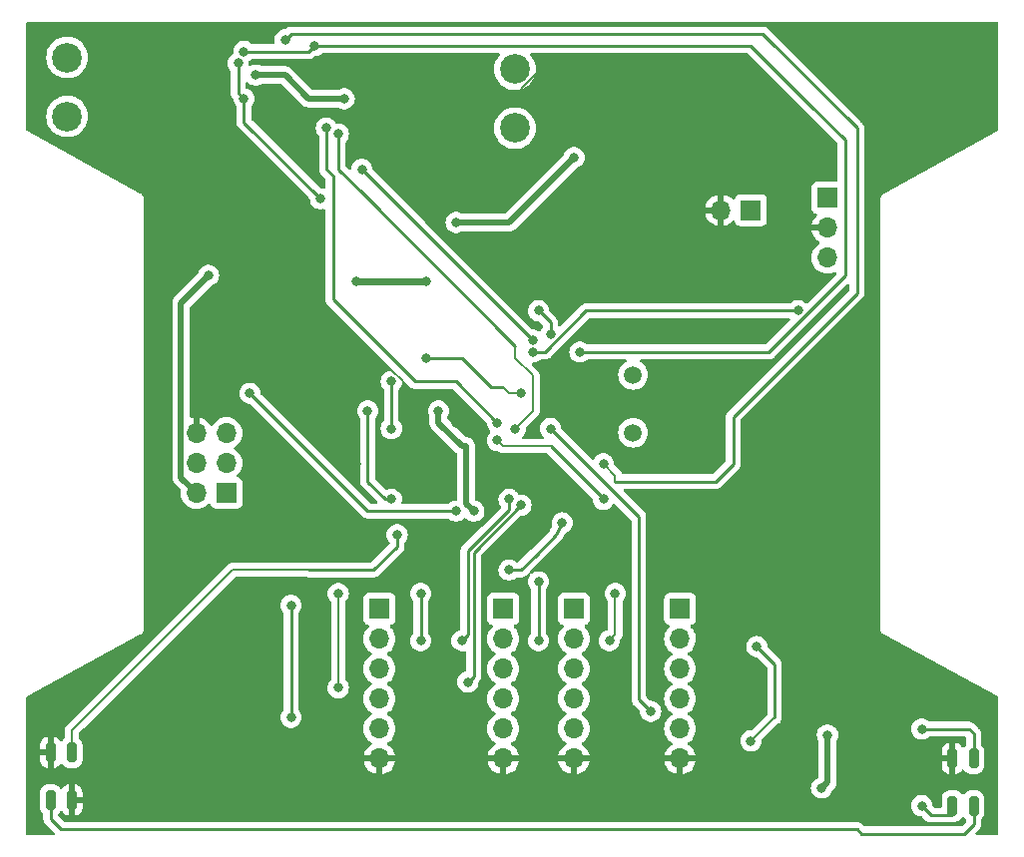
<source format=gbr>
%TF.GenerationSoftware,KiCad,Pcbnew,8.0.1*%
%TF.CreationDate,2024-06-07T20:18:40+02:00*%
%TF.ProjectId,minisumo,6d696e69-7375-46d6-9f2e-6b696361645f,rev?*%
%TF.SameCoordinates,Original*%
%TF.FileFunction,Copper,L2,Bot*%
%TF.FilePolarity,Positive*%
%FSLAX46Y46*%
G04 Gerber Fmt 4.6, Leading zero omitted, Abs format (unit mm)*
G04 Created by KiCad (PCBNEW 8.0.1) date 2024-06-07 20:18:40*
%MOMM*%
%LPD*%
G01*
G04 APERTURE LIST*
G04 Aperture macros list*
%AMRoundRect*
0 Rectangle with rounded corners*
0 $1 Rounding radius*
0 $2 $3 $4 $5 $6 $7 $8 $9 X,Y pos of 4 corners*
0 Add a 4 corners polygon primitive as box body*
4,1,4,$2,$3,$4,$5,$6,$7,$8,$9,$2,$3,0*
0 Add four circle primitives for the rounded corners*
1,1,$1+$1,$2,$3*
1,1,$1+$1,$4,$5*
1,1,$1+$1,$6,$7*
1,1,$1+$1,$8,$9*
0 Add four rect primitives between the rounded corners*
20,1,$1+$1,$2,$3,$4,$5,0*
20,1,$1+$1,$4,$5,$6,$7,0*
20,1,$1+$1,$6,$7,$8,$9,0*
20,1,$1+$1,$8,$9,$2,$3,0*%
G04 Aperture macros list end*
%TA.AperFunction,ComponentPad*%
%ADD10R,1.700000X1.700000*%
%TD*%
%TA.AperFunction,ComponentPad*%
%ADD11O,1.700000X1.700000*%
%TD*%
%TA.AperFunction,ComponentPad*%
%ADD12C,1.500000*%
%TD*%
%TA.AperFunction,ComponentPad*%
%ADD13C,2.524000*%
%TD*%
%TA.AperFunction,SMDPad,CuDef*%
%ADD14RoundRect,0.197500X0.197500X0.632500X-0.197500X0.632500X-0.197500X-0.632500X0.197500X-0.632500X0*%
%TD*%
%TA.AperFunction,SMDPad,CuDef*%
%ADD15RoundRect,0.197500X-0.197500X-0.632500X0.197500X-0.632500X0.197500X0.632500X-0.197500X0.632500X0*%
%TD*%
%TA.AperFunction,ViaPad*%
%ADD16C,0.800000*%
%TD*%
%TA.AperFunction,ViaPad*%
%ADD17C,5.000000*%
%TD*%
%TA.AperFunction,Conductor*%
%ADD18C,0.200000*%
%TD*%
%TA.AperFunction,Conductor*%
%ADD19C,0.500000*%
%TD*%
%TA.AperFunction,Conductor*%
%ADD20C,0.600000*%
%TD*%
%TA.AperFunction,Conductor*%
%ADD21C,0.250000*%
%TD*%
G04 APERTURE END LIST*
D10*
%TO.P,J4,1,Pin_1*%
%TO.N,+5V*%
X71000000Y-132300000D03*
D11*
%TO.P,J4,2,Pin_2*%
%TO.N,GPIO_3*%
X71000000Y-134840000D03*
%TO.P,J4,3,Pin_3*%
%TO.N,SDA*%
X71000000Y-137380000D03*
%TO.P,J4,4,Pin_4*%
%TO.N,SCL*%
X71000000Y-139920000D03*
%TO.P,J4,5,Pin_5*%
%TO.N,Net-(J4-Pin_5)*%
X71000000Y-142460000D03*
%TO.P,J4,6,Pin_6*%
%TO.N,GND*%
X71000000Y-145000000D03*
%TD*%
D10*
%TO.P,J5,1,Pin_1*%
%TO.N,+5V*%
X81500000Y-132300000D03*
D11*
%TO.P,J5,2,Pin_2*%
%TO.N,GPIO_1*%
X81500000Y-134840000D03*
%TO.P,J5,3,Pin_3*%
%TO.N,SDA*%
X81500000Y-137380000D03*
%TO.P,J5,4,Pin_4*%
%TO.N,SCL*%
X81500000Y-139920000D03*
%TO.P,J5,5,Pin_5*%
%TO.N,Net-(J5-Pin_5)*%
X81500000Y-142460000D03*
%TO.P,J5,6,Pin_6*%
%TO.N,GND*%
X81500000Y-145000000D03*
%TD*%
D12*
%TO.P,Y1,1,1*%
%TO.N,Net-(U1-XTAL1{slash}PB6)*%
X92500000Y-117350000D03*
%TO.P,Y1,2,2*%
%TO.N,Net-(U1-XTAL2{slash}PB7)*%
X92500000Y-112450000D03*
%TD*%
D13*
%TO.P,M2,1*%
%TO.N,/MOTOR_DRIVER/motor*%
X82500000Y-91500000D03*
%TO.P,M2,2*%
%TO.N,Net-(M2-Pad2)*%
X82500000Y-86500000D03*
%TD*%
D10*
%TO.P,J1,1,Pin_1*%
%TO.N,MISO*%
X58010000Y-122470000D03*
D11*
%TO.P,J1,2,Pin_2*%
%TO.N,+5V*%
X55470000Y-122470000D03*
%TO.P,J1,3,Pin_3*%
%TO.N,SCK*%
X58010000Y-119930000D03*
%TO.P,J1,4,Pin_4*%
%TO.N,MOSI*%
X55470000Y-119930000D03*
%TO.P,J1,5,Pin_5*%
%TO.N,RST*%
X58010000Y-117390000D03*
%TO.P,J1,6,Pin_6*%
%TO.N,GND*%
X55470000Y-117390000D03*
%TD*%
D10*
%TO.P,J3,1,Pin_1*%
%TO.N,+5V*%
X109000000Y-97420000D03*
D11*
%TO.P,J3,2,Pin_2*%
%TO.N,GND*%
X109000000Y-99960000D03*
%TO.P,J3,3,Pin_3*%
%TO.N,START*%
X109000000Y-102500000D03*
%TD*%
D10*
%TO.P,J6,1,Pin_1*%
%TO.N,+5V*%
X87500000Y-132300000D03*
D11*
%TO.P,J6,2,Pin_2*%
%TO.N,GPIO_2*%
X87500000Y-134840000D03*
%TO.P,J6,3,Pin_3*%
%TO.N,SDA*%
X87500000Y-137380000D03*
%TO.P,J6,4,Pin_4*%
%TO.N,SCL*%
X87500000Y-139920000D03*
%TO.P,J6,5,Pin_5*%
%TO.N,Net-(J6-Pin_5)*%
X87500000Y-142460000D03*
%TO.P,J6,6,Pin_6*%
%TO.N,GND*%
X87500000Y-145000000D03*
%TD*%
D10*
%TO.P,J2,1,Pin_1*%
%TO.N,Net-(J2-Pin_1)*%
X102500000Y-98460000D03*
D11*
%TO.P,J2,2,Pin_2*%
%TO.N,GND*%
X99960000Y-98460000D03*
%TD*%
D10*
%TO.P,J7,1,Pin_1*%
%TO.N,+5V*%
X96500000Y-132300000D03*
D11*
%TO.P,J7,2,Pin_2*%
%TO.N,GPIO_4*%
X96500000Y-134840000D03*
%TO.P,J7,3,Pin_3*%
%TO.N,SDA*%
X96500000Y-137380000D03*
%TO.P,J7,4,Pin_4*%
%TO.N,SCL*%
X96500000Y-139920000D03*
%TO.P,J7,5,Pin_5*%
%TO.N,Net-(J7-Pin_5)*%
X96500000Y-142460000D03*
%TO.P,J7,6,Pin_6*%
%TO.N,GND*%
X96500000Y-145000000D03*
%TD*%
D13*
%TO.P,M1,1*%
%TO.N,Net-(M1-Pad1)*%
X44500000Y-90500000D03*
%TO.P,M1,2*%
%TO.N,Net-(M1-Pad2)*%
X44500000Y-85500000D03*
%TD*%
D14*
%TO.P,U4,1,K*%
%TO.N,Net-(U4-K)*%
X121400000Y-149000000D03*
%TO.P,U4,2,A*%
%TO.N,Net-(U4-A)*%
X121400000Y-145000000D03*
%TO.P,U4,3,C*%
%TO.N,LS1*%
X119600000Y-149000000D03*
%TO.P,U4,4,E*%
%TO.N,GND*%
X119600000Y-145000000D03*
%TD*%
D15*
%TO.P,U5,1,K*%
%TO.N,GND*%
X43100000Y-144500000D03*
%TO.P,U5,2,A*%
%TO.N,Net-(U4-K)*%
X43100000Y-148500000D03*
%TO.P,U5,3,C*%
%TO.N,LS2*%
X44900000Y-144500000D03*
%TO.P,U5,4,E*%
%TO.N,GND*%
X44900000Y-148500000D03*
%TD*%
D16*
%TO.N,GND*%
X79500000Y-86500000D03*
X98500000Y-101000000D03*
X90000000Y-86500000D03*
X73000000Y-118500000D03*
X72500000Y-96000000D03*
X67500000Y-116000000D03*
X81500000Y-97500000D03*
X60000000Y-97500000D03*
X72000000Y-88000000D03*
X57500000Y-88000000D03*
X89500000Y-96500000D03*
D17*
X51500000Y-142500000D03*
D16*
X106500000Y-100000000D03*
X50500000Y-89500000D03*
X77500000Y-116500000D03*
X52500000Y-98000000D03*
X69000000Y-120000000D03*
D17*
X117000000Y-89000000D03*
D16*
X50500000Y-86000000D03*
X90000000Y-117500000D03*
X80000000Y-90500000D03*
%TO.N,+5V*%
X109000000Y-143000000D03*
X79000000Y-124000000D03*
X60500000Y-87000000D03*
X76000000Y-115500000D03*
X108500000Y-147500000D03*
X56500000Y-104000000D03*
X68000000Y-89000000D03*
X87500000Y-94000000D03*
X77500000Y-99500000D03*
%TO.N,+BATT*%
X69000000Y-104500000D03*
X75000000Y-104500000D03*
%TO.N,RST*%
X77500000Y-124000000D03*
X60000000Y-114000000D03*
%TO.N,START*%
X84000000Y-110500000D03*
X106500000Y-107000000D03*
%TO.N,GPIO_3*%
X82000000Y-129000000D03*
X86500000Y-125000000D03*
X74500000Y-131000000D03*
X74500000Y-135000000D03*
%TO.N,SDA*%
X82000000Y-123000000D03*
X78000000Y-135000000D03*
%TO.N,SCL*%
X78500000Y-138500000D03*
X83000000Y-123500000D03*
%TO.N,GPIO_1*%
X84500000Y-130000000D03*
X84500000Y-135000000D03*
%TO.N,GPIO_2*%
X90500000Y-135000000D03*
X91000000Y-131000000D03*
%TO.N,MISO*%
X72000000Y-113000000D03*
X72000000Y-117000000D03*
%TO.N,Net-(U4-A)*%
X117000000Y-142500000D03*
%TO.N,LS2*%
X72500000Y-126000000D03*
%TO.N,LS1*%
X90000000Y-123000000D03*
X81000000Y-118000000D03*
X117000000Y-149000000D03*
%TO.N,X_4*%
X103000000Y-135500000D03*
X102500000Y-143500000D03*
%TO.N,X_2*%
X94000000Y-141000000D03*
X85500000Y-117000000D03*
%TO.N,X_3*%
X83000000Y-114000000D03*
X63500000Y-141500000D03*
X63500000Y-132000000D03*
X70000000Y-115500000D03*
X75000000Y-111000000D03*
X72000000Y-123000000D03*
%TO.N,X_1*%
X67500000Y-139000000D03*
X67500000Y-131000000D03*
%TO.N,L_DIR_2*%
X59000000Y-86000000D03*
X69500000Y-95000000D03*
X84000000Y-109500000D03*
X66000000Y-97500000D03*
X59500000Y-89000000D03*
%TO.N,R_DIR_2*%
X82500000Y-117000000D03*
X67500000Y-92000000D03*
%TO.N,L_DIR_1*%
X63000000Y-84000000D03*
X90000000Y-120000000D03*
%TO.N,R_DIR_1*%
X66500000Y-91500000D03*
X81000000Y-116500000D03*
%TO.N,L_PWM*%
X59500000Y-85000000D03*
X65500000Y-84500000D03*
X88000000Y-110500000D03*
%TO.N,R_PWM*%
X84500000Y-107000000D03*
X85500000Y-109000000D03*
%TD*%
D18*
%TO.N,GND*%
X68000000Y-116000000D02*
X67500000Y-116000000D01*
X80000000Y-90500000D02*
X80709002Y-90500000D01*
X52500000Y-98000000D02*
X57500000Y-98000000D01*
X94000000Y-101000000D02*
X98500000Y-101000000D01*
X73000000Y-113010050D02*
X71989950Y-112000000D01*
X89500000Y-96500000D02*
X94000000Y-101000000D01*
X69000000Y-120000000D02*
X69000000Y-117000000D01*
X58250000Y-97250000D02*
X58500000Y-97500000D01*
X80709002Y-90500000D02*
X84709002Y-86500000D01*
X57500000Y-98000000D02*
X58250000Y-97250000D01*
X71989950Y-112000000D02*
X71500000Y-112000000D01*
X71500000Y-112000000D02*
X67500000Y-116000000D01*
X84709002Y-86500000D02*
X90000000Y-86500000D01*
X50500000Y-89500000D02*
X58250000Y-97250000D01*
X69000000Y-117000000D02*
X68000000Y-116000000D01*
X73000000Y-118500000D02*
X73000000Y-113010050D01*
X58500000Y-97500000D02*
X60000000Y-97500000D01*
D19*
%TO.N,+5V*%
X60500000Y-87000000D02*
X63000000Y-87000000D01*
X109000000Y-143000000D02*
X109000000Y-147000000D01*
X78000000Y-118500000D02*
X76000000Y-116500000D01*
X79000000Y-124000000D02*
X78350000Y-123350000D01*
X109000000Y-147000000D02*
X108500000Y-147500000D01*
X65000000Y-89000000D02*
X68000000Y-89000000D01*
X78350000Y-118500000D02*
X78000000Y-118500000D01*
X76000000Y-116500000D02*
X76000000Y-115500000D01*
X77500000Y-99500000D02*
X82000000Y-99500000D01*
X55470000Y-122470000D02*
X54170000Y-121170000D01*
X54170000Y-121170000D02*
X54170000Y-106330000D01*
X54170000Y-106330000D02*
X56500000Y-104000000D01*
X82000000Y-99500000D02*
X87500000Y-94000000D01*
X63000000Y-87000000D02*
X65000000Y-89000000D01*
X78350000Y-123350000D02*
X78350000Y-118500000D01*
D20*
%TO.N,+BATT*%
X69000000Y-104500000D02*
X75000000Y-104500000D01*
D21*
%TO.N,RST*%
X70000000Y-124000000D02*
X77500000Y-124000000D01*
X60000000Y-114000000D02*
X70000000Y-124000000D01*
%TO.N,START*%
X84000000Y-110500000D02*
X85025305Y-110500000D01*
X88525305Y-107000000D02*
X89000000Y-107000000D01*
X85025305Y-110500000D02*
X88525305Y-107000000D01*
X89000000Y-107000000D02*
X106500000Y-107000000D01*
%TO.N,GPIO_3*%
X82000000Y-129000000D02*
X83000000Y-129000000D01*
X84250000Y-127750000D02*
X86000000Y-126000000D01*
X74500000Y-131000000D02*
X74500000Y-135000000D01*
X83000000Y-129000000D02*
X84250000Y-127750000D01*
X86000000Y-126000000D02*
X86500000Y-125000000D01*
%TO.N,SDA*%
X78500000Y-127500000D02*
X78500000Y-134500000D01*
X78500000Y-127363604D02*
X78500000Y-127500000D01*
X82000000Y-123000000D02*
X82000000Y-123863604D01*
X78500000Y-134500000D02*
X78000000Y-135000000D01*
X82000000Y-123863604D02*
X78500000Y-127363604D01*
%TO.N,SCL*%
X79000000Y-138000000D02*
X79000000Y-127500000D01*
X78500000Y-138500000D02*
X79000000Y-138000000D01*
X79000000Y-127500000D02*
X83000000Y-123500000D01*
%TO.N,GPIO_1*%
X84500000Y-130000000D02*
X84500000Y-135000000D01*
D18*
%TO.N,GPIO_2*%
X91000000Y-134500000D02*
X90500000Y-135000000D01*
X91000000Y-131000000D02*
X91000000Y-134500000D01*
D21*
%TO.N,MISO*%
X72000000Y-117000000D02*
X72000000Y-113000000D01*
%TO.N,Net-(U4-A)*%
X118500000Y-142500000D02*
X117000000Y-142500000D01*
X121400000Y-142900000D02*
X121000000Y-142500000D01*
X121400000Y-144200000D02*
X121400000Y-142900000D01*
X121000000Y-142500000D02*
X118500000Y-142500000D01*
D18*
%TO.N,LS2*%
X65000000Y-129000000D02*
X58500000Y-129000000D01*
X58500000Y-129000000D02*
X44900000Y-142600000D01*
X44900000Y-142600000D02*
X44900000Y-144500000D01*
D21*
X70500000Y-129000000D02*
X65000000Y-129000000D01*
X72500000Y-127000000D02*
X72500000Y-126000000D01*
X70500000Y-129000000D02*
X72500000Y-127000000D01*
%TO.N,LS1*%
X119600000Y-149800000D02*
X117800000Y-149800000D01*
X90000000Y-123000000D02*
X85500000Y-118500000D01*
D18*
X85500000Y-118500000D02*
X81500000Y-118500000D01*
D21*
X117800000Y-149800000D02*
X117000000Y-149000000D01*
D18*
X81500000Y-118500000D02*
X81000000Y-118000000D01*
D21*
%TO.N,X_4*%
X103000000Y-135500000D02*
X104500000Y-137000000D01*
D18*
X104500000Y-141500000D02*
X102500000Y-143500000D01*
D21*
X104500000Y-137000000D02*
X104500000Y-141500000D01*
%TO.N,X_2*%
X85500000Y-117000000D02*
X93000000Y-124500000D01*
X93000000Y-124500000D02*
X93000000Y-140000000D01*
X93000000Y-140000000D02*
X94000000Y-141000000D01*
%TO.N,X_3*%
X70000000Y-115500000D02*
X70000000Y-121500000D01*
X78000000Y-111000000D02*
X80500000Y-113500000D01*
X75000000Y-111000000D02*
X78000000Y-111000000D01*
X80500000Y-113500000D02*
X81500000Y-113500000D01*
X71500000Y-123000000D02*
X72000000Y-123000000D01*
X63500000Y-132000000D02*
X63500000Y-141500000D01*
X70000000Y-121500000D02*
X71500000Y-123000000D01*
D18*
X81500000Y-113500000D02*
X82000000Y-114000000D01*
X82000000Y-114000000D02*
X83000000Y-114000000D01*
%TO.N,X_1*%
X67500000Y-131000000D02*
X67500000Y-139000000D01*
D21*
%TO.N,L_DIR_2*%
X59000000Y-88500000D02*
X59500000Y-89000000D01*
X84000000Y-109500000D02*
X69500000Y-95000000D01*
X59500000Y-91000000D02*
X59500000Y-89000000D01*
X59000000Y-86000000D02*
X59000000Y-88500000D01*
X66000000Y-97500000D02*
X59500000Y-91000000D01*
%TO.N,R_DIR_2*%
X82500000Y-110000000D02*
X69500000Y-97000000D01*
D18*
X82500000Y-117000000D02*
X84000000Y-115500000D01*
X84000000Y-112500000D02*
X82500000Y-111000000D01*
X82500000Y-111000000D02*
X82500000Y-110000000D01*
D21*
X69500000Y-97000000D02*
X67500000Y-95000000D01*
X67500000Y-95000000D02*
X67500000Y-92000000D01*
D18*
X84000000Y-115500000D02*
X84000000Y-112500000D01*
D21*
%TO.N,L_DIR_1*%
X63500000Y-83500000D02*
X63000000Y-84000000D01*
X99500000Y-121500000D02*
X101000000Y-120000000D01*
D18*
X90000000Y-120000000D02*
X91000000Y-121000000D01*
D21*
X111500000Y-91500000D02*
X103500000Y-83500000D01*
X103500000Y-83500000D02*
X63500000Y-83500000D01*
X111500000Y-105500000D02*
X111500000Y-91500000D01*
D18*
X91000000Y-121000000D02*
X91000000Y-121500000D01*
D21*
X101000000Y-116000000D02*
X111500000Y-105500000D01*
X101000000Y-120000000D02*
X101000000Y-116000000D01*
X91000000Y-121500000D02*
X99500000Y-121500000D01*
%TO.N,R_DIR_1*%
X74000000Y-113000000D02*
X67050000Y-106050000D01*
X67050000Y-106050000D02*
X67050000Y-95550000D01*
X77500000Y-113000000D02*
X74000000Y-113000000D01*
X66500000Y-95000000D02*
X66500000Y-91500000D01*
X67050000Y-95550000D02*
X66500000Y-95000000D01*
X81000000Y-116500000D02*
X77500000Y-113000000D01*
%TO.N,L_PWM*%
X107500000Y-89500000D02*
X102500000Y-84500000D01*
X110500000Y-104000000D02*
X110500000Y-92500000D01*
X104025305Y-110500000D02*
X110500000Y-104025305D01*
X59500000Y-85000000D02*
X65000000Y-85000000D01*
X102500000Y-84500000D02*
X65500000Y-84500000D01*
X65000000Y-85000000D02*
X65500000Y-84500000D01*
X88000000Y-110500000D02*
X104025305Y-110500000D01*
X110500000Y-92500000D02*
X107500000Y-89500000D01*
X110500000Y-104025305D02*
X110500000Y-104000000D01*
%TO.N,R_PWM*%
X84500000Y-107000000D02*
X85500000Y-108000000D01*
X85500000Y-108000000D02*
X85500000Y-109000000D01*
%TO.N,Net-(U4-K)*%
X120625000Y-151375000D02*
X111875000Y-151375000D01*
X111875000Y-151375000D02*
X111500000Y-151000000D01*
X43100000Y-149300000D02*
X43100000Y-150100000D01*
X121400000Y-149800000D02*
X121400000Y-150600000D01*
X111500000Y-151000000D02*
X110500000Y-151000000D01*
X43100000Y-150100000D02*
X44000000Y-151000000D01*
X121400000Y-150600000D02*
X120625000Y-151375000D01*
X44000000Y-151000000D02*
X110500000Y-151000000D01*
%TD*%
%TA.AperFunction,Conductor*%
%TO.N,GND*%
G36*
X110793834Y-104718574D02*
G01*
X110849767Y-104760446D01*
X110874184Y-104825910D01*
X110874500Y-104834756D01*
X110874500Y-105189547D01*
X110854815Y-105256586D01*
X110838181Y-105277228D01*
X100601269Y-115514140D01*
X100601267Y-115514142D01*
X100557703Y-115557705D01*
X100514140Y-115601268D01*
X100489028Y-115638853D01*
X100489026Y-115638856D01*
X100445690Y-115703710D01*
X100445685Y-115703719D01*
X100414777Y-115778340D01*
X100398538Y-115817543D01*
X100398538Y-115817545D01*
X100398537Y-115817548D01*
X100374500Y-115938394D01*
X100374500Y-115938396D01*
X100374500Y-119689547D01*
X100354815Y-119756586D01*
X100338181Y-119777228D01*
X99277229Y-120838181D01*
X99215906Y-120871666D01*
X99189548Y-120874500D01*
X91683204Y-120874500D01*
X91616165Y-120854815D01*
X91570410Y-120802011D01*
X91563431Y-120782600D01*
X91559577Y-120768216D01*
X91559573Y-120768209D01*
X91480524Y-120631290D01*
X91480518Y-120631282D01*
X90941779Y-120092543D01*
X90908294Y-120031220D01*
X90905460Y-120004862D01*
X90905460Y-120000002D01*
X90905460Y-120000000D01*
X90885674Y-119811744D01*
X90827179Y-119631716D01*
X90732533Y-119467784D01*
X90605871Y-119327112D01*
X90561641Y-119294977D01*
X90452734Y-119215851D01*
X90452729Y-119215848D01*
X90279807Y-119138857D01*
X90279802Y-119138855D01*
X90134001Y-119107865D01*
X90094646Y-119099500D01*
X89905354Y-119099500D01*
X89900645Y-119100501D01*
X89720197Y-119138855D01*
X89720192Y-119138857D01*
X89547270Y-119215848D01*
X89547265Y-119215851D01*
X89394129Y-119327111D01*
X89267465Y-119467785D01*
X89196332Y-119590993D01*
X89145765Y-119639209D01*
X89077158Y-119652432D01*
X89012293Y-119626464D01*
X89001264Y-119616674D01*
X86734592Y-117350002D01*
X91244723Y-117350002D01*
X91248222Y-117389999D01*
X91260664Y-117532216D01*
X91263793Y-117567975D01*
X91263793Y-117567979D01*
X91320422Y-117779322D01*
X91320424Y-117779326D01*
X91320425Y-117779330D01*
X91358938Y-117861921D01*
X91412897Y-117977638D01*
X91412898Y-117977639D01*
X91538402Y-118156877D01*
X91693123Y-118311598D01*
X91872361Y-118437102D01*
X92070670Y-118529575D01*
X92282023Y-118586207D01*
X92464926Y-118602208D01*
X92499998Y-118605277D01*
X92500000Y-118605277D01*
X92500002Y-118605277D01*
X92528254Y-118602805D01*
X92717977Y-118586207D01*
X92929330Y-118529575D01*
X93127639Y-118437102D01*
X93306877Y-118311598D01*
X93461598Y-118156877D01*
X93587102Y-117977639D01*
X93679575Y-117779330D01*
X93736207Y-117567977D01*
X93755277Y-117350000D01*
X93736207Y-117132023D01*
X93681095Y-116926344D01*
X93679577Y-116920677D01*
X93679576Y-116920676D01*
X93679575Y-116920670D01*
X93587102Y-116722362D01*
X93587100Y-116722359D01*
X93587099Y-116722357D01*
X93461599Y-116543124D01*
X93386259Y-116467784D01*
X93306877Y-116388402D01*
X93127639Y-116262898D01*
X93127640Y-116262898D01*
X93127638Y-116262897D01*
X92969447Y-116189132D01*
X92929330Y-116170425D01*
X92929326Y-116170424D01*
X92929322Y-116170422D01*
X92717977Y-116113793D01*
X92500002Y-116094723D01*
X92499998Y-116094723D01*
X92354682Y-116107436D01*
X92282023Y-116113793D01*
X92282020Y-116113793D01*
X92070677Y-116170422D01*
X92070668Y-116170426D01*
X91872361Y-116262898D01*
X91872357Y-116262900D01*
X91693121Y-116388402D01*
X91538402Y-116543121D01*
X91412900Y-116722357D01*
X91412898Y-116722361D01*
X91320426Y-116920668D01*
X91320422Y-116920677D01*
X91263793Y-117132020D01*
X91263793Y-117132024D01*
X91244723Y-117349997D01*
X91244723Y-117350002D01*
X86734592Y-117350002D01*
X86438960Y-117054370D01*
X86405475Y-116993047D01*
X86403323Y-116979671D01*
X86385674Y-116811744D01*
X86327179Y-116631716D01*
X86232533Y-116467784D01*
X86105871Y-116327112D01*
X86105870Y-116327111D01*
X85952734Y-116215851D01*
X85952729Y-116215848D01*
X85779807Y-116138857D01*
X85779802Y-116138855D01*
X85634001Y-116107865D01*
X85594646Y-116099500D01*
X85405354Y-116099500D01*
X85372897Y-116106398D01*
X85220197Y-116138855D01*
X85220192Y-116138857D01*
X85047270Y-116215848D01*
X85047265Y-116215851D01*
X84894129Y-116327111D01*
X84767466Y-116467785D01*
X84672821Y-116631715D01*
X84672818Y-116631722D01*
X84632629Y-116755412D01*
X84614326Y-116811744D01*
X84594540Y-117000000D01*
X84614326Y-117188256D01*
X84614327Y-117188259D01*
X84672818Y-117368277D01*
X84672821Y-117368284D01*
X84767467Y-117532216D01*
X84894129Y-117672888D01*
X84894132Y-117672890D01*
X84897287Y-117675183D01*
X84898670Y-117676977D01*
X84898958Y-117677236D01*
X84898910Y-117677288D01*
X84939953Y-117730513D01*
X84945931Y-117800127D01*
X84913324Y-117861921D01*
X84852485Y-117896278D01*
X84824401Y-117899500D01*
X83175599Y-117899500D01*
X83108560Y-117879815D01*
X83062805Y-117827011D01*
X83052861Y-117757853D01*
X83081886Y-117694297D01*
X83102713Y-117675183D01*
X83103954Y-117674280D01*
X83105871Y-117672888D01*
X83232533Y-117532216D01*
X83327179Y-117368284D01*
X83385674Y-117188256D01*
X83405460Y-117000000D01*
X83405460Y-116999997D01*
X83405460Y-116995136D01*
X83425145Y-116928097D01*
X83441779Y-116907455D01*
X83881450Y-116467784D01*
X84358506Y-115990728D01*
X84358511Y-115990724D01*
X84368714Y-115980520D01*
X84368716Y-115980520D01*
X84480520Y-115868716D01*
X84559577Y-115731784D01*
X84600500Y-115579057D01*
X84600500Y-112420943D01*
X84559577Y-112268216D01*
X84538681Y-112232023D01*
X84480524Y-112131290D01*
X84480521Y-112131286D01*
X84480520Y-112131284D01*
X84368716Y-112019480D01*
X84368715Y-112019479D01*
X84364385Y-112015149D01*
X84364374Y-112015139D01*
X83961416Y-111612181D01*
X83927931Y-111550858D01*
X83932915Y-111481166D01*
X83974787Y-111425233D01*
X84040251Y-111400816D01*
X84049097Y-111400500D01*
X84094644Y-111400500D01*
X84094646Y-111400500D01*
X84279803Y-111361144D01*
X84452730Y-111284151D01*
X84605871Y-111172888D01*
X84608788Y-111169647D01*
X84611600Y-111166526D01*
X84671087Y-111129879D01*
X84703748Y-111125500D01*
X85086912Y-111125500D01*
X85147334Y-111113481D01*
X85207757Y-111101463D01*
X85257801Y-111080734D01*
X85321591Y-111054312D01*
X85372814Y-111020084D01*
X85424038Y-110985858D01*
X85511163Y-110898733D01*
X85511163Y-110898731D01*
X85521371Y-110888524D01*
X85521372Y-110888521D01*
X88748077Y-107661819D01*
X88809400Y-107628334D01*
X88835758Y-107625500D01*
X88938394Y-107625500D01*
X105715852Y-107625500D01*
X105782891Y-107645185D01*
X105828646Y-107697989D01*
X105838590Y-107767147D01*
X105809565Y-107830703D01*
X105803533Y-107837181D01*
X103802534Y-109838181D01*
X103741211Y-109871666D01*
X103714853Y-109874500D01*
X88703748Y-109874500D01*
X88636709Y-109854815D01*
X88611600Y-109833474D01*
X88605873Y-109827114D01*
X88605869Y-109827110D01*
X88452734Y-109715851D01*
X88452729Y-109715848D01*
X88279807Y-109638857D01*
X88279802Y-109638855D01*
X88134001Y-109607865D01*
X88094646Y-109599500D01*
X87905354Y-109599500D01*
X87872897Y-109606398D01*
X87720197Y-109638855D01*
X87720192Y-109638857D01*
X87547270Y-109715848D01*
X87547265Y-109715851D01*
X87394129Y-109827111D01*
X87267466Y-109967785D01*
X87172821Y-110131715D01*
X87172818Y-110131722D01*
X87135112Y-110247771D01*
X87114326Y-110311744D01*
X87094540Y-110500000D01*
X87114326Y-110688256D01*
X87114327Y-110688259D01*
X87172818Y-110868277D01*
X87172821Y-110868284D01*
X87267467Y-111032216D01*
X87361184Y-111136299D01*
X87394129Y-111172888D01*
X87547265Y-111284148D01*
X87547270Y-111284151D01*
X87720192Y-111361142D01*
X87720197Y-111361144D01*
X87905354Y-111400500D01*
X87905355Y-111400500D01*
X88094644Y-111400500D01*
X88094646Y-111400500D01*
X88279803Y-111361144D01*
X88452730Y-111284151D01*
X88605871Y-111172888D01*
X88608788Y-111169647D01*
X88611600Y-111166526D01*
X88671087Y-111129879D01*
X88703748Y-111125500D01*
X91822136Y-111125500D01*
X91889175Y-111145185D01*
X91934930Y-111197989D01*
X91944874Y-111267147D01*
X91915849Y-111330703D01*
X91876966Y-111360051D01*
X91877048Y-111360193D01*
X91875905Y-111360852D01*
X91874543Y-111361881D01*
X91872363Y-111362897D01*
X91872357Y-111362900D01*
X91693121Y-111488402D01*
X91538402Y-111643121D01*
X91412900Y-111822357D01*
X91412898Y-111822361D01*
X91376461Y-111900500D01*
X91323000Y-112015149D01*
X91320426Y-112020668D01*
X91320422Y-112020677D01*
X91263793Y-112232020D01*
X91263793Y-112232024D01*
X91244723Y-112449997D01*
X91244723Y-112450002D01*
X91263793Y-112667975D01*
X91263793Y-112667979D01*
X91320422Y-112879322D01*
X91320424Y-112879326D01*
X91320425Y-112879330D01*
X91329382Y-112898538D01*
X91412897Y-113077638D01*
X91437998Y-113113486D01*
X91538402Y-113256877D01*
X91693123Y-113411598D01*
X91872361Y-113537102D01*
X92070670Y-113629575D01*
X92070676Y-113629576D01*
X92070677Y-113629577D01*
X92101364Y-113637799D01*
X92282023Y-113686207D01*
X92464926Y-113702208D01*
X92499998Y-113705277D01*
X92500000Y-113705277D01*
X92500002Y-113705277D01*
X92528254Y-113702805D01*
X92717977Y-113686207D01*
X92929330Y-113629575D01*
X93127639Y-113537102D01*
X93306877Y-113411598D01*
X93461598Y-113256877D01*
X93587102Y-113077639D01*
X93679575Y-112879330D01*
X93736207Y-112667977D01*
X93755277Y-112450000D01*
X93754899Y-112445685D01*
X93748672Y-112374500D01*
X93736207Y-112232023D01*
X93679575Y-112020670D01*
X93587102Y-111822362D01*
X93587100Y-111822359D01*
X93587099Y-111822357D01*
X93461599Y-111643124D01*
X93430656Y-111612181D01*
X93306877Y-111488402D01*
X93127639Y-111362898D01*
X93125457Y-111361880D01*
X93124660Y-111361178D01*
X93122953Y-111360193D01*
X93123151Y-111359849D01*
X93073019Y-111315707D01*
X93053869Y-111248513D01*
X93074086Y-111181633D01*
X93127253Y-111136299D01*
X93177865Y-111125500D01*
X104086912Y-111125500D01*
X104147334Y-111113481D01*
X104207757Y-111101463D01*
X104257801Y-111080734D01*
X104321591Y-111054312D01*
X104372814Y-111020084D01*
X104424038Y-110985858D01*
X104511163Y-110898733D01*
X104511163Y-110898731D01*
X104521371Y-110888524D01*
X104521372Y-110888521D01*
X110662821Y-104747073D01*
X110724142Y-104713590D01*
X110793834Y-104718574D01*
G37*
%TD.AperFunction*%
%TA.AperFunction,Conductor*%
G36*
X81151356Y-85145185D02*
G01*
X81197111Y-85197989D01*
X81207055Y-85267147D01*
X81181265Y-85326810D01*
X81068843Y-85467784D01*
X81039671Y-85504364D01*
X80907591Y-85733133D01*
X80907589Y-85733137D01*
X80811080Y-85979036D01*
X80811077Y-85979046D01*
X80752298Y-86236575D01*
X80752298Y-86236577D01*
X80732558Y-86499995D01*
X80732558Y-86500004D01*
X80752298Y-86763422D01*
X80752298Y-86763424D01*
X80811077Y-87020953D01*
X80811080Y-87020963D01*
X80907590Y-87266864D01*
X81039671Y-87495636D01*
X81125979Y-87603863D01*
X81204376Y-87702170D01*
X81295607Y-87786819D01*
X81398018Y-87881842D01*
X81616279Y-88030650D01*
X81616284Y-88030652D01*
X81616285Y-88030653D01*
X81616286Y-88030654D01*
X81742688Y-88091525D01*
X81854277Y-88145263D01*
X81854278Y-88145263D01*
X81854281Y-88145265D01*
X82106707Y-88223129D01*
X82106708Y-88223129D01*
X82106711Y-88223130D01*
X82367911Y-88262499D01*
X82367916Y-88262499D01*
X82367919Y-88262500D01*
X82367920Y-88262500D01*
X82632080Y-88262500D01*
X82632081Y-88262500D01*
X82632088Y-88262499D01*
X82893288Y-88223130D01*
X82893289Y-88223129D01*
X82893293Y-88223129D01*
X83145719Y-88145265D01*
X83383721Y-88030650D01*
X83601982Y-87881842D01*
X83795627Y-87702166D01*
X83960329Y-87495636D01*
X84092410Y-87266864D01*
X84188920Y-87020963D01*
X84247701Y-86763424D01*
X84267442Y-86500000D01*
X84261225Y-86417046D01*
X84249971Y-86266862D01*
X84247701Y-86236576D01*
X84240568Y-86205326D01*
X84188922Y-85979046D01*
X84188920Y-85979037D01*
X84092410Y-85733136D01*
X83960329Y-85504364D01*
X83818734Y-85326810D01*
X83792328Y-85262126D01*
X83805083Y-85193431D01*
X83852954Y-85142537D01*
X83915683Y-85125500D01*
X102189548Y-85125500D01*
X102256587Y-85145185D01*
X102277229Y-85161819D01*
X109838181Y-92722771D01*
X109871666Y-92784094D01*
X109874500Y-92810452D01*
X109874500Y-95945500D01*
X109854815Y-96012539D01*
X109802011Y-96058294D01*
X109750500Y-96069500D01*
X108102129Y-96069500D01*
X108102123Y-96069501D01*
X108042516Y-96075908D01*
X107907671Y-96126202D01*
X107907664Y-96126206D01*
X107792455Y-96212452D01*
X107792452Y-96212455D01*
X107706206Y-96327664D01*
X107706202Y-96327671D01*
X107655908Y-96462517D01*
X107649501Y-96522116D01*
X107649500Y-96522135D01*
X107649500Y-98317870D01*
X107649501Y-98317876D01*
X107655908Y-98377483D01*
X107706202Y-98512328D01*
X107706206Y-98512335D01*
X107792452Y-98627544D01*
X107792455Y-98627547D01*
X107907664Y-98713793D01*
X107907671Y-98713797D01*
X107950618Y-98729815D01*
X108039598Y-98763002D01*
X108095531Y-98804873D01*
X108119949Y-98870337D01*
X108105098Y-98938610D01*
X108083947Y-98966865D01*
X107961886Y-99088926D01*
X107826400Y-99282420D01*
X107826399Y-99282422D01*
X107726570Y-99496507D01*
X107726567Y-99496513D01*
X107669364Y-99709999D01*
X107669364Y-99710000D01*
X108566988Y-99710000D01*
X108534075Y-99767007D01*
X108500000Y-99894174D01*
X108500000Y-100025826D01*
X108534075Y-100152993D01*
X108566988Y-100210000D01*
X107669364Y-100210000D01*
X107726567Y-100423486D01*
X107726570Y-100423492D01*
X107826399Y-100637578D01*
X107961894Y-100831082D01*
X108128917Y-100998105D01*
X108314595Y-101128119D01*
X108358219Y-101182696D01*
X108365412Y-101252195D01*
X108333890Y-101314549D01*
X108314595Y-101331269D01*
X108128594Y-101461508D01*
X107961505Y-101628597D01*
X107825965Y-101822169D01*
X107825964Y-101822171D01*
X107726098Y-102036335D01*
X107726094Y-102036344D01*
X107664938Y-102264586D01*
X107664936Y-102264596D01*
X107644341Y-102499999D01*
X107644341Y-102500000D01*
X107664936Y-102735403D01*
X107664938Y-102735413D01*
X107726094Y-102963655D01*
X107726096Y-102963659D01*
X107726097Y-102963663D01*
X107789439Y-103099500D01*
X107825965Y-103177830D01*
X107825967Y-103177834D01*
X107930493Y-103327111D01*
X107961505Y-103371401D01*
X108128599Y-103538495D01*
X108180401Y-103574767D01*
X108322165Y-103674032D01*
X108322167Y-103674033D01*
X108322170Y-103674035D01*
X108536337Y-103773903D01*
X108764592Y-103835063D01*
X108951355Y-103851403D01*
X108999999Y-103855659D01*
X109000000Y-103855659D01*
X109000001Y-103855659D01*
X109048645Y-103851403D01*
X109235408Y-103835063D01*
X109463663Y-103773903D01*
X109581710Y-103718856D01*
X109650784Y-103708365D01*
X109714568Y-103736884D01*
X109752808Y-103795361D01*
X109753363Y-103865228D01*
X109721793Y-103918920D01*
X107296689Y-106344023D01*
X107235366Y-106377508D01*
X107165674Y-106372524D01*
X107116859Y-106339315D01*
X107105871Y-106327112D01*
X107105864Y-106327106D01*
X106952734Y-106215851D01*
X106952729Y-106215848D01*
X106779807Y-106138857D01*
X106779802Y-106138855D01*
X106634001Y-106107865D01*
X106594646Y-106099500D01*
X106405354Y-106099500D01*
X106372897Y-106106398D01*
X106220197Y-106138855D01*
X106220192Y-106138857D01*
X106047270Y-106215848D01*
X106047265Y-106215851D01*
X105894130Y-106327110D01*
X105894126Y-106327114D01*
X105888400Y-106333474D01*
X105828913Y-106370121D01*
X105796252Y-106374500D01*
X88463693Y-106374500D01*
X88342860Y-106398535D01*
X88342852Y-106398537D01*
X88229021Y-106445687D01*
X88126570Y-106514142D01*
X88126567Y-106514145D01*
X86337181Y-108303532D01*
X86275858Y-108337017D01*
X86206166Y-108332033D01*
X86150233Y-108290161D01*
X86125816Y-108224697D01*
X86125500Y-108215851D01*
X86125500Y-108067741D01*
X86125501Y-108067720D01*
X86125501Y-107938391D01*
X86105368Y-107837181D01*
X86101463Y-107817549D01*
X86054312Y-107703715D01*
X85985858Y-107601267D01*
X85985855Y-107601263D01*
X85438960Y-107054369D01*
X85405475Y-106993046D01*
X85403323Y-106979668D01*
X85385674Y-106811744D01*
X85327179Y-106631716D01*
X85232533Y-106467784D01*
X85105871Y-106327112D01*
X85105870Y-106327111D01*
X84952734Y-106215851D01*
X84952729Y-106215848D01*
X84779807Y-106138857D01*
X84779802Y-106138855D01*
X84634001Y-106107865D01*
X84594646Y-106099500D01*
X84405354Y-106099500D01*
X84372897Y-106106398D01*
X84220197Y-106138855D01*
X84220192Y-106138857D01*
X84047270Y-106215848D01*
X84047265Y-106215851D01*
X83894129Y-106327111D01*
X83767466Y-106467785D01*
X83672821Y-106631715D01*
X83672818Y-106631722D01*
X83653159Y-106692228D01*
X83614326Y-106811744D01*
X83594540Y-107000000D01*
X83614326Y-107188256D01*
X83614327Y-107188259D01*
X83672818Y-107368277D01*
X83672821Y-107368284D01*
X83767467Y-107532216D01*
X83869185Y-107645185D01*
X83894129Y-107672888D01*
X84047265Y-107784148D01*
X84047270Y-107784151D01*
X84220192Y-107861142D01*
X84220197Y-107861144D01*
X84405354Y-107900500D01*
X84464548Y-107900500D01*
X84531587Y-107920185D01*
X84552229Y-107936819D01*
X84833850Y-108218440D01*
X84867335Y-108279763D01*
X84862351Y-108349455D01*
X84838320Y-108389092D01*
X84767466Y-108467785D01*
X84672821Y-108631715D01*
X84672818Y-108631723D01*
X84661410Y-108666831D01*
X84621971Y-108724505D01*
X84557612Y-108751702D01*
X84488766Y-108739786D01*
X84470595Y-108728828D01*
X84452734Y-108715851D01*
X84452729Y-108715848D01*
X84279807Y-108638857D01*
X84279802Y-108638855D01*
X84134001Y-108607865D01*
X84094646Y-108599500D01*
X84094645Y-108599500D01*
X84035453Y-108599500D01*
X83968414Y-108579815D01*
X83947772Y-108563181D01*
X74884590Y-99500000D01*
X76594540Y-99500000D01*
X76614326Y-99688256D01*
X76614327Y-99688259D01*
X76672818Y-99868277D01*
X76672821Y-99868284D01*
X76767467Y-100032216D01*
X76876257Y-100153039D01*
X76894129Y-100172888D01*
X77047265Y-100284148D01*
X77047270Y-100284151D01*
X77220192Y-100361142D01*
X77220197Y-100361144D01*
X77405354Y-100400500D01*
X77405355Y-100400500D01*
X77594644Y-100400500D01*
X77594646Y-100400500D01*
X77779803Y-100361144D01*
X77952730Y-100284151D01*
X77954776Y-100282664D01*
X77966452Y-100274182D01*
X78032258Y-100250702D01*
X78039337Y-100250500D01*
X82073920Y-100250500D01*
X82171462Y-100231096D01*
X82218913Y-100221658D01*
X82355495Y-100165084D01*
X82404729Y-100132186D01*
X82478416Y-100082952D01*
X83851367Y-98710000D01*
X98629364Y-98710000D01*
X98686567Y-98923486D01*
X98686570Y-98923492D01*
X98786399Y-99137578D01*
X98921894Y-99331082D01*
X99088917Y-99498105D01*
X99282421Y-99633600D01*
X99496507Y-99733429D01*
X99496516Y-99733433D01*
X99710000Y-99790634D01*
X99710000Y-98893012D01*
X99767007Y-98925925D01*
X99894174Y-98960000D01*
X100025826Y-98960000D01*
X100152993Y-98925925D01*
X100210000Y-98893012D01*
X100210000Y-99790633D01*
X100423483Y-99733433D01*
X100423492Y-99733429D01*
X100637578Y-99633600D01*
X100831078Y-99498108D01*
X100953133Y-99376053D01*
X101014456Y-99342568D01*
X101084148Y-99347552D01*
X101140082Y-99389423D01*
X101156997Y-99420401D01*
X101206202Y-99552328D01*
X101206206Y-99552335D01*
X101292452Y-99667544D01*
X101292455Y-99667547D01*
X101407664Y-99753793D01*
X101407671Y-99753797D01*
X101542517Y-99804091D01*
X101542516Y-99804091D01*
X101549444Y-99804835D01*
X101602127Y-99810500D01*
X103397872Y-99810499D01*
X103457483Y-99804091D01*
X103592331Y-99753796D01*
X103707546Y-99667546D01*
X103793796Y-99552331D01*
X103844091Y-99417483D01*
X103850500Y-99357873D01*
X103850499Y-97562128D01*
X103844091Y-97502517D01*
X103843152Y-97500000D01*
X103793797Y-97367671D01*
X103793793Y-97367664D01*
X103707547Y-97252455D01*
X103707544Y-97252452D01*
X103592335Y-97166206D01*
X103592328Y-97166202D01*
X103457482Y-97115908D01*
X103457483Y-97115908D01*
X103397883Y-97109501D01*
X103397881Y-97109500D01*
X103397873Y-97109500D01*
X103397864Y-97109500D01*
X101602129Y-97109500D01*
X101602123Y-97109501D01*
X101542516Y-97115908D01*
X101407671Y-97166202D01*
X101407664Y-97166206D01*
X101292455Y-97252452D01*
X101292452Y-97252455D01*
X101206206Y-97367664D01*
X101206202Y-97367671D01*
X101156997Y-97499598D01*
X101115126Y-97555532D01*
X101049661Y-97579949D01*
X100981388Y-97565097D01*
X100953134Y-97543946D01*
X100831082Y-97421894D01*
X100637578Y-97286399D01*
X100423492Y-97186570D01*
X100423486Y-97186567D01*
X100210000Y-97129364D01*
X100210000Y-98026988D01*
X100152993Y-97994075D01*
X100025826Y-97960000D01*
X99894174Y-97960000D01*
X99767007Y-97994075D01*
X99710000Y-98026988D01*
X99710000Y-97129364D01*
X99709999Y-97129364D01*
X99496513Y-97186567D01*
X99496507Y-97186570D01*
X99282422Y-97286399D01*
X99282420Y-97286400D01*
X99088926Y-97421886D01*
X99088920Y-97421891D01*
X98921891Y-97588920D01*
X98921886Y-97588926D01*
X98786400Y-97782420D01*
X98786399Y-97782422D01*
X98686570Y-97996507D01*
X98686567Y-97996513D01*
X98629364Y-98209999D01*
X98629364Y-98210000D01*
X99526988Y-98210000D01*
X99494075Y-98267007D01*
X99460000Y-98394174D01*
X99460000Y-98525826D01*
X99494075Y-98652993D01*
X99526988Y-98710000D01*
X98629364Y-98710000D01*
X83851367Y-98710000D01*
X87652770Y-94908595D01*
X87714091Y-94875112D01*
X87714427Y-94875039D01*
X87779803Y-94861144D01*
X87952730Y-94784151D01*
X88105871Y-94672888D01*
X88232533Y-94532216D01*
X88327179Y-94368284D01*
X88385674Y-94188256D01*
X88405460Y-94000000D01*
X88385674Y-93811744D01*
X88327179Y-93631716D01*
X88232533Y-93467784D01*
X88105871Y-93327112D01*
X88105870Y-93327111D01*
X87952734Y-93215851D01*
X87952729Y-93215848D01*
X87779807Y-93138857D01*
X87779802Y-93138855D01*
X87634001Y-93107865D01*
X87594646Y-93099500D01*
X87405354Y-93099500D01*
X87372897Y-93106398D01*
X87220197Y-93138855D01*
X87220192Y-93138857D01*
X87047270Y-93215848D01*
X87047265Y-93215851D01*
X86894129Y-93327111D01*
X86767466Y-93467785D01*
X86672821Y-93631715D01*
X86672819Y-93631719D01*
X86617478Y-93802041D01*
X86587228Y-93851403D01*
X81725451Y-98713181D01*
X81664128Y-98746666D01*
X81637770Y-98749500D01*
X78039337Y-98749500D01*
X77972298Y-98729815D01*
X77966452Y-98725818D01*
X77952734Y-98715851D01*
X77952729Y-98715848D01*
X77779807Y-98638857D01*
X77779802Y-98638855D01*
X77634001Y-98607865D01*
X77594646Y-98599500D01*
X77405354Y-98599500D01*
X77372897Y-98606398D01*
X77220197Y-98638855D01*
X77220192Y-98638857D01*
X77047270Y-98715848D01*
X77047265Y-98715851D01*
X76894129Y-98827111D01*
X76767466Y-98967785D01*
X76672821Y-99131715D01*
X76672818Y-99131722D01*
X76623854Y-99282420D01*
X76614326Y-99311744D01*
X76594540Y-99500000D01*
X74884590Y-99500000D01*
X70438960Y-95054370D01*
X70405475Y-94993047D01*
X70403323Y-94979671D01*
X70385674Y-94811744D01*
X70327179Y-94631716D01*
X70232533Y-94467784D01*
X70105871Y-94327112D01*
X70105870Y-94327111D01*
X69952734Y-94215851D01*
X69952729Y-94215848D01*
X69779807Y-94138857D01*
X69779802Y-94138855D01*
X69634001Y-94107865D01*
X69594646Y-94099500D01*
X69405354Y-94099500D01*
X69372897Y-94106398D01*
X69220197Y-94138855D01*
X69220192Y-94138857D01*
X69047270Y-94215848D01*
X69047265Y-94215851D01*
X68894129Y-94327111D01*
X68767466Y-94467785D01*
X68672821Y-94631715D01*
X68672818Y-94631722D01*
X68614327Y-94811740D01*
X68614326Y-94811744D01*
X68609134Y-94861144D01*
X68601746Y-94931435D01*
X68575161Y-94996050D01*
X68517863Y-95036034D01*
X68448044Y-95038694D01*
X68390744Y-95006154D01*
X68161819Y-94777229D01*
X68128334Y-94715906D01*
X68125500Y-94689548D01*
X68125500Y-92698687D01*
X68145185Y-92631648D01*
X68157350Y-92615715D01*
X68175891Y-92595122D01*
X68232533Y-92532216D01*
X68327179Y-92368284D01*
X68385674Y-92188256D01*
X68405460Y-92000000D01*
X68385674Y-91811744D01*
X68327179Y-91631716D01*
X68251135Y-91500004D01*
X80732558Y-91500004D01*
X80752298Y-91763422D01*
X80752298Y-91763424D01*
X80811077Y-92020953D01*
X80811080Y-92020963D01*
X80876739Y-92188259D01*
X80907590Y-92266864D01*
X81039671Y-92495636D01*
X81068843Y-92532216D01*
X81204376Y-92702170D01*
X81387176Y-92871782D01*
X81398018Y-92881842D01*
X81616279Y-93030650D01*
X81616284Y-93030652D01*
X81616285Y-93030653D01*
X81616286Y-93030654D01*
X81742688Y-93091525D01*
X81854277Y-93145263D01*
X81854278Y-93145263D01*
X81854281Y-93145265D01*
X82106707Y-93223129D01*
X82106708Y-93223129D01*
X82106711Y-93223130D01*
X82367911Y-93262499D01*
X82367916Y-93262499D01*
X82367919Y-93262500D01*
X82367920Y-93262500D01*
X82632080Y-93262500D01*
X82632081Y-93262500D01*
X82632088Y-93262499D01*
X82893288Y-93223130D01*
X82893289Y-93223129D01*
X82893293Y-93223129D01*
X83145719Y-93145265D01*
X83383721Y-93030650D01*
X83601982Y-92881842D01*
X83795627Y-92702166D01*
X83960329Y-92495636D01*
X84092410Y-92266864D01*
X84188920Y-92020963D01*
X84247701Y-91763424D01*
X84267442Y-91500000D01*
X84266707Y-91490198D01*
X84247701Y-91236577D01*
X84247701Y-91236575D01*
X84188922Y-90979046D01*
X84188920Y-90979037D01*
X84092410Y-90733136D01*
X83960329Y-90504364D01*
X83795627Y-90297834D01*
X83795626Y-90297833D01*
X83795623Y-90297829D01*
X83601982Y-90118158D01*
X83383721Y-89969350D01*
X83383717Y-89969348D01*
X83383714Y-89969346D01*
X83383713Y-89969345D01*
X83145721Y-89854736D01*
X83145723Y-89854736D01*
X82893294Y-89776871D01*
X82893288Y-89776869D01*
X82632088Y-89737500D01*
X82632081Y-89737500D01*
X82367919Y-89737500D01*
X82367911Y-89737500D01*
X82106711Y-89776869D01*
X82106705Y-89776871D01*
X81854277Y-89854736D01*
X81616286Y-89969345D01*
X81616285Y-89969346D01*
X81398017Y-90118158D01*
X81204376Y-90297829D01*
X81039671Y-90504364D01*
X80907591Y-90733133D01*
X80907589Y-90733137D01*
X80811080Y-90979036D01*
X80811077Y-90979046D01*
X80752298Y-91236575D01*
X80752298Y-91236577D01*
X80732558Y-91499995D01*
X80732558Y-91500004D01*
X68251135Y-91500004D01*
X68232533Y-91467784D01*
X68105871Y-91327112D01*
X68092717Y-91317555D01*
X67952734Y-91215851D01*
X67952729Y-91215848D01*
X67779807Y-91138857D01*
X67779802Y-91138855D01*
X67634001Y-91107865D01*
X67594646Y-91099500D01*
X67405354Y-91099500D01*
X67405349Y-91099500D01*
X67398886Y-91100179D01*
X67398703Y-91098440D01*
X67337586Y-91093763D01*
X67281862Y-91051613D01*
X67274111Y-91039799D01*
X67239035Y-90979046D01*
X67232533Y-90967784D01*
X67105871Y-90827112D01*
X67037213Y-90777229D01*
X66952734Y-90715851D01*
X66952729Y-90715848D01*
X66779807Y-90638857D01*
X66779802Y-90638855D01*
X66634001Y-90607865D01*
X66594646Y-90599500D01*
X66405354Y-90599500D01*
X66372897Y-90606398D01*
X66220197Y-90638855D01*
X66220192Y-90638857D01*
X66047270Y-90715848D01*
X66047265Y-90715851D01*
X65894129Y-90827111D01*
X65767466Y-90967785D01*
X65672821Y-91131715D01*
X65672818Y-91131722D01*
X65619348Y-91296287D01*
X65614326Y-91311744D01*
X65594540Y-91500000D01*
X65614326Y-91688256D01*
X65614327Y-91688259D01*
X65672818Y-91868277D01*
X65672821Y-91868284D01*
X65767467Y-92032216D01*
X65802378Y-92070988D01*
X65842650Y-92115715D01*
X65872880Y-92178706D01*
X65874500Y-92198687D01*
X65874500Y-95061611D01*
X65898535Y-95182444D01*
X65898540Y-95182461D01*
X65945685Y-95296280D01*
X65945690Y-95296289D01*
X65979914Y-95347507D01*
X65979915Y-95347509D01*
X66014140Y-95398731D01*
X66014141Y-95398732D01*
X66014142Y-95398733D01*
X66101267Y-95485858D01*
X66101268Y-95485858D01*
X66108335Y-95492925D01*
X66108334Y-95492925D01*
X66108338Y-95492928D01*
X66388181Y-95772771D01*
X66421666Y-95834094D01*
X66424500Y-95860452D01*
X66424500Y-96516485D01*
X66404815Y-96583524D01*
X66352011Y-96629279D01*
X66282853Y-96639223D01*
X66274720Y-96637775D01*
X66094646Y-96599500D01*
X66035452Y-96599500D01*
X65968413Y-96579815D01*
X65947771Y-96563181D01*
X60161819Y-90777229D01*
X60128334Y-90715906D01*
X60125500Y-90689548D01*
X60125500Y-89698687D01*
X60145185Y-89631648D01*
X60157350Y-89615715D01*
X60175891Y-89595122D01*
X60232533Y-89532216D01*
X60327179Y-89368284D01*
X60385674Y-89188256D01*
X60405460Y-89000000D01*
X60385674Y-88811744D01*
X60327179Y-88631716D01*
X60232533Y-88467784D01*
X60105871Y-88327112D01*
X60105870Y-88327111D01*
X59952734Y-88215851D01*
X59952729Y-88215848D01*
X59779807Y-88138857D01*
X59779803Y-88138856D01*
X59723718Y-88126934D01*
X59662236Y-88093741D01*
X59628460Y-88032577D01*
X59625500Y-88005644D01*
X59625500Y-87697576D01*
X59645185Y-87630537D01*
X59697989Y-87584782D01*
X59767147Y-87574838D01*
X59830703Y-87603863D01*
X59841650Y-87614604D01*
X59894129Y-87672888D01*
X60047265Y-87784148D01*
X60047270Y-87784151D01*
X60220192Y-87861142D01*
X60220197Y-87861144D01*
X60405354Y-87900500D01*
X60405355Y-87900500D01*
X60594644Y-87900500D01*
X60594646Y-87900500D01*
X60779803Y-87861144D01*
X60952730Y-87784151D01*
X60954776Y-87782664D01*
X60966452Y-87774182D01*
X61032258Y-87750702D01*
X61039337Y-87750500D01*
X62637770Y-87750500D01*
X62704809Y-87770185D01*
X62725451Y-87786819D01*
X63621077Y-88682444D01*
X64417049Y-89478416D01*
X64470847Y-89532214D01*
X64521585Y-89582952D01*
X64644498Y-89665080D01*
X64644511Y-89665087D01*
X64781082Y-89721656D01*
X64781087Y-89721658D01*
X64781091Y-89721658D01*
X64781092Y-89721659D01*
X64926079Y-89750500D01*
X64926082Y-89750500D01*
X64926083Y-89750500D01*
X65073917Y-89750500D01*
X67460663Y-89750500D01*
X67527702Y-89770185D01*
X67533548Y-89774182D01*
X67547265Y-89784148D01*
X67547270Y-89784151D01*
X67720192Y-89861142D01*
X67720197Y-89861144D01*
X67905354Y-89900500D01*
X67905355Y-89900500D01*
X68094644Y-89900500D01*
X68094646Y-89900500D01*
X68279803Y-89861144D01*
X68452730Y-89784151D01*
X68605871Y-89672888D01*
X68732533Y-89532216D01*
X68827179Y-89368284D01*
X68885674Y-89188256D01*
X68905460Y-89000000D01*
X68885674Y-88811744D01*
X68827179Y-88631716D01*
X68732533Y-88467784D01*
X68605871Y-88327112D01*
X68605870Y-88327111D01*
X68452734Y-88215851D01*
X68452729Y-88215848D01*
X68279807Y-88138857D01*
X68279802Y-88138855D01*
X68125499Y-88106058D01*
X68094646Y-88099500D01*
X67905354Y-88099500D01*
X67874501Y-88106058D01*
X67720197Y-88138855D01*
X67720192Y-88138857D01*
X67547270Y-88215848D01*
X67547265Y-88215851D01*
X67533548Y-88225818D01*
X67467742Y-88249298D01*
X67460663Y-88249500D01*
X65362229Y-88249500D01*
X65295190Y-88229815D01*
X65274548Y-88213181D01*
X63478421Y-86417052D01*
X63478414Y-86417046D01*
X63404729Y-86367812D01*
X63404729Y-86367813D01*
X63355491Y-86334913D01*
X63218917Y-86278343D01*
X63218907Y-86278340D01*
X63073920Y-86249500D01*
X63073918Y-86249500D01*
X61039337Y-86249500D01*
X60972298Y-86229815D01*
X60966452Y-86225818D01*
X60952734Y-86215851D01*
X60952729Y-86215848D01*
X60779807Y-86138857D01*
X60779802Y-86138855D01*
X60634001Y-86107865D01*
X60594646Y-86099500D01*
X60405354Y-86099500D01*
X60372897Y-86106398D01*
X60220197Y-86138855D01*
X60220192Y-86138857D01*
X60070904Y-86205326D01*
X60001654Y-86214611D01*
X59938377Y-86184983D01*
X59901164Y-86125848D01*
X59897147Y-86079090D01*
X59905460Y-86000000D01*
X59895192Y-85902311D01*
X59907761Y-85833585D01*
X59948766Y-85789751D01*
X59947473Y-85787971D01*
X60036491Y-85723294D01*
X60105871Y-85672888D01*
X60108788Y-85669647D01*
X60111600Y-85666526D01*
X60171087Y-85629879D01*
X60203748Y-85625500D01*
X65061607Y-85625500D01*
X65122029Y-85613481D01*
X65182452Y-85601463D01*
X65232496Y-85580734D01*
X65296286Y-85554312D01*
X65356403Y-85514142D01*
X65398733Y-85485858D01*
X65447771Y-85436820D01*
X65509094Y-85403334D01*
X65535453Y-85400500D01*
X65594644Y-85400500D01*
X65594646Y-85400500D01*
X65779803Y-85361144D01*
X65952730Y-85284151D01*
X66105871Y-85172888D01*
X66108788Y-85169647D01*
X66111600Y-85166526D01*
X66171087Y-85129879D01*
X66203748Y-85125500D01*
X81084317Y-85125500D01*
X81151356Y-85145185D01*
G37*
%TD.AperFunction*%
%TA.AperFunction,Conductor*%
G36*
X123442539Y-82520185D02*
G01*
X123488294Y-82572989D01*
X123499500Y-82624500D01*
X123499500Y-91630750D01*
X123479815Y-91697789D01*
X123435258Y-91739401D01*
X113823395Y-97025926D01*
X113811099Y-97031832D01*
X113806815Y-97033606D01*
X113755317Y-97063338D01*
X113753078Y-97064600D01*
X113701059Y-97093211D01*
X113697315Y-97095962D01*
X113697071Y-97096121D01*
X113696597Y-97096477D01*
X113696376Y-97096667D01*
X113692685Y-97099499D01*
X113650691Y-97141493D01*
X113648855Y-97143291D01*
X113605965Y-97184437D01*
X113603061Y-97188064D01*
X113602861Y-97188287D01*
X113602505Y-97188741D01*
X113602335Y-97188990D01*
X113599499Y-97192686D01*
X113569796Y-97244131D01*
X113568490Y-97246341D01*
X113537718Y-97297174D01*
X113535852Y-97301428D01*
X113535710Y-97301708D01*
X113535489Y-97302225D01*
X113535392Y-97302503D01*
X113533610Y-97306806D01*
X113518230Y-97364204D01*
X113517539Y-97366679D01*
X113500974Y-97423738D01*
X113500272Y-97428331D01*
X113500210Y-97428626D01*
X113500128Y-97429197D01*
X113500106Y-97429496D01*
X113499500Y-97434104D01*
X113499500Y-97493506D01*
X113499473Y-97496080D01*
X113498239Y-97555491D01*
X113498748Y-97560087D01*
X113499500Y-97573719D01*
X113499500Y-133926283D01*
X113498748Y-133939916D01*
X113498239Y-133944510D01*
X113499473Y-134003907D01*
X113499500Y-134006481D01*
X113499500Y-134065894D01*
X113500105Y-134070493D01*
X113500128Y-134070799D01*
X113500211Y-134071381D01*
X113500271Y-134071668D01*
X113500973Y-134076258D01*
X113517542Y-134133330D01*
X113518234Y-134135808D01*
X113533609Y-134193191D01*
X113535385Y-134197478D01*
X113535484Y-134197759D01*
X113535716Y-134198303D01*
X113535852Y-134198572D01*
X113537717Y-134202822D01*
X113537718Y-134202824D01*
X113545602Y-134215848D01*
X113568480Y-134253639D01*
X113569790Y-134255855D01*
X113599500Y-134307314D01*
X113599503Y-134307317D01*
X113602312Y-134310978D01*
X113602486Y-134311233D01*
X113602870Y-134311723D01*
X113603069Y-134311945D01*
X113605965Y-134315561D01*
X113648855Y-134356706D01*
X113650694Y-134358508D01*
X113692686Y-134400500D01*
X113692688Y-134400501D01*
X113696360Y-134403319D01*
X113696591Y-134403517D01*
X113697087Y-134403890D01*
X113697340Y-134404055D01*
X113701060Y-134406789D01*
X113711920Y-134412762D01*
X113753121Y-134435422D01*
X113755310Y-134436656D01*
X113806814Y-134466392D01*
X113806816Y-134466392D01*
X113811085Y-134468161D01*
X113823392Y-134474071D01*
X123435259Y-139760598D01*
X123484513Y-139810153D01*
X123499500Y-139869248D01*
X123499500Y-151375500D01*
X123479815Y-151442539D01*
X123427011Y-151488294D01*
X123375500Y-151499500D01*
X121684453Y-151499500D01*
X121617414Y-151479815D01*
X121571659Y-151427011D01*
X121561715Y-151357853D01*
X121590740Y-151294297D01*
X121596772Y-151287819D01*
X121885855Y-150998736D01*
X121885855Y-150998735D01*
X121885858Y-150998733D01*
X121954312Y-150896285D01*
X121981932Y-150829603D01*
X122001463Y-150782452D01*
X122011933Y-150729815D01*
X122012791Y-150725503D01*
X122012791Y-150725500D01*
X122025501Y-150661606D01*
X122025501Y-150538393D01*
X122025501Y-150533283D01*
X122025500Y-150533257D01*
X122025500Y-150242984D01*
X122045185Y-150175945D01*
X122061819Y-150155303D01*
X122150990Y-150066132D01*
X122238681Y-149921072D01*
X122289110Y-149759242D01*
X122295500Y-149688921D01*
X122295499Y-148311080D01*
X122295499Y-148311079D01*
X122295499Y-148311071D01*
X122289111Y-148240764D01*
X122289110Y-148240761D01*
X122289110Y-148240758D01*
X122238681Y-148078928D01*
X122213080Y-148036579D01*
X122150992Y-147933871D01*
X122150989Y-147933867D01*
X122031132Y-147814010D01*
X122031128Y-147814007D01*
X121886073Y-147726319D01*
X121886068Y-147726317D01*
X121724246Y-147675891D01*
X121724238Y-147675889D01*
X121675003Y-147671415D01*
X121653921Y-147669500D01*
X121653918Y-147669500D01*
X121146071Y-147669500D01*
X121075764Y-147675888D01*
X121075757Y-147675890D01*
X120913934Y-147726316D01*
X120913926Y-147726319D01*
X120768871Y-147814007D01*
X120768867Y-147814010D01*
X120649010Y-147933867D01*
X120606117Y-148004822D01*
X120554589Y-148052009D01*
X120485730Y-148063848D01*
X120421401Y-148036579D01*
X120393883Y-148004822D01*
X120378720Y-147979740D01*
X120350990Y-147933868D01*
X120231132Y-147814010D01*
X120231128Y-147814007D01*
X120086073Y-147726319D01*
X120086068Y-147726317D01*
X119924246Y-147675891D01*
X119924238Y-147675889D01*
X119875003Y-147671415D01*
X119853921Y-147669500D01*
X119853918Y-147669500D01*
X119346071Y-147669500D01*
X119275764Y-147675888D01*
X119275757Y-147675890D01*
X119113934Y-147726316D01*
X119113926Y-147726319D01*
X118968871Y-147814007D01*
X118968867Y-147814010D01*
X118849010Y-147933867D01*
X118849007Y-147933871D01*
X118761319Y-148078926D01*
X118761317Y-148078931D01*
X118710891Y-148240753D01*
X118710889Y-148240761D01*
X118704500Y-148311081D01*
X118704501Y-149050500D01*
X118684817Y-149117539D01*
X118632013Y-149163294D01*
X118580501Y-149174500D01*
X118110452Y-149174500D01*
X118043413Y-149154815D01*
X118022771Y-149138181D01*
X117938960Y-149054370D01*
X117905475Y-148993047D01*
X117903323Y-148979671D01*
X117885674Y-148811744D01*
X117827179Y-148631716D01*
X117732533Y-148467784D01*
X117605871Y-148327112D01*
X117605870Y-148327111D01*
X117452734Y-148215851D01*
X117452729Y-148215848D01*
X117279807Y-148138857D01*
X117279802Y-148138855D01*
X117134001Y-148107865D01*
X117094646Y-148099500D01*
X116905354Y-148099500D01*
X116872897Y-148106398D01*
X116720197Y-148138855D01*
X116720192Y-148138857D01*
X116547270Y-148215848D01*
X116547265Y-148215851D01*
X116394129Y-148327111D01*
X116267466Y-148467785D01*
X116172821Y-148631715D01*
X116172818Y-148631722D01*
X116114327Y-148811740D01*
X116114326Y-148811744D01*
X116094540Y-149000000D01*
X116114326Y-149188256D01*
X116114327Y-149188259D01*
X116172818Y-149368277D01*
X116172821Y-149368284D01*
X116267467Y-149532216D01*
X116378295Y-149655303D01*
X116394129Y-149672888D01*
X116547265Y-149784148D01*
X116547270Y-149784151D01*
X116720192Y-149861142D01*
X116720197Y-149861144D01*
X116905354Y-149900500D01*
X116964548Y-149900500D01*
X117031587Y-149920185D01*
X117052229Y-149936819D01*
X117311016Y-150195606D01*
X117311045Y-150195637D01*
X117401264Y-150285856D01*
X117401267Y-150285858D01*
X117478190Y-150337256D01*
X117503710Y-150354309D01*
X117503713Y-150354311D01*
X117503715Y-150354312D01*
X117552452Y-150374499D01*
X117552453Y-150374500D01*
X117552454Y-150374500D01*
X117617548Y-150401463D01*
X117677971Y-150413481D01*
X117738393Y-150425500D01*
X119661607Y-150425500D01*
X119661608Y-150425499D01*
X119782452Y-150401463D01*
X119896286Y-150354311D01*
X119941657Y-150323993D01*
X119973657Y-150308711D01*
X120086069Y-150273682D01*
X120086069Y-150273681D01*
X120086072Y-150273681D01*
X120231132Y-150185990D01*
X120350990Y-150066132D01*
X120393883Y-149995178D01*
X120445410Y-149947990D01*
X120514270Y-149936151D01*
X120578598Y-149963419D01*
X120606117Y-149995178D01*
X120649007Y-150066128D01*
X120649010Y-150066132D01*
X120738181Y-150155303D01*
X120771666Y-150216626D01*
X120774500Y-150242984D01*
X120774500Y-150289547D01*
X120754815Y-150356586D01*
X120738181Y-150377228D01*
X120402229Y-150713181D01*
X120340906Y-150746666D01*
X120314548Y-150749500D01*
X112185452Y-150749500D01*
X112118413Y-150729815D01*
X112097771Y-150713181D01*
X111990198Y-150605608D01*
X111990178Y-150605586D01*
X111898733Y-150514141D01*
X111847509Y-150479915D01*
X111796287Y-150445689D01*
X111796286Y-150445688D01*
X111796283Y-150445686D01*
X111796280Y-150445685D01*
X111715792Y-150412347D01*
X111682453Y-150398537D01*
X111671156Y-150396290D01*
X111622029Y-150386518D01*
X111561610Y-150374500D01*
X111561607Y-150374500D01*
X111561606Y-150374500D01*
X110561606Y-150374500D01*
X44310452Y-150374500D01*
X44243413Y-150354815D01*
X44222771Y-150338181D01*
X43761819Y-149877229D01*
X43728334Y-149815906D01*
X43725500Y-149789548D01*
X43725500Y-149742984D01*
X43745185Y-149675945D01*
X43761819Y-149655303D01*
X43850990Y-149566132D01*
X43894177Y-149494691D01*
X43945702Y-149447506D01*
X44014561Y-149435667D01*
X44078890Y-149462935D01*
X44106409Y-149494694D01*
X44149404Y-149565819D01*
X44269177Y-149685592D01*
X44269181Y-149685595D01*
X44414133Y-149773221D01*
X44414137Y-149773223D01*
X44575848Y-149823613D01*
X44575846Y-149823613D01*
X44646127Y-149830000D01*
X44650000Y-149830000D01*
X44650000Y-148750000D01*
X45150000Y-148750000D01*
X45150000Y-149830000D01*
X45153873Y-149830000D01*
X45224152Y-149823613D01*
X45385862Y-149773223D01*
X45385866Y-149773221D01*
X45530818Y-149685595D01*
X45530822Y-149685592D01*
X45650592Y-149565822D01*
X45650595Y-149565818D01*
X45738221Y-149420866D01*
X45738223Y-149420862D01*
X45788613Y-149259152D01*
X45795000Y-149188873D01*
X45795000Y-148750000D01*
X45150000Y-148750000D01*
X44650000Y-148750000D01*
X44650000Y-147170000D01*
X45150000Y-147170000D01*
X45150000Y-148250000D01*
X45795000Y-148250000D01*
X45795000Y-147811126D01*
X45788613Y-147740847D01*
X45738223Y-147579137D01*
X45738221Y-147579133D01*
X45690384Y-147500000D01*
X107594540Y-147500000D01*
X107614326Y-147688256D01*
X107614327Y-147688259D01*
X107672818Y-147868277D01*
X107672821Y-147868284D01*
X107767467Y-148032216D01*
X107863487Y-148138857D01*
X107894129Y-148172888D01*
X108047265Y-148284148D01*
X108047270Y-148284151D01*
X108220192Y-148361142D01*
X108220197Y-148361144D01*
X108405354Y-148400500D01*
X108405355Y-148400500D01*
X108594644Y-148400500D01*
X108594646Y-148400500D01*
X108779803Y-148361144D01*
X108952730Y-148284151D01*
X109105871Y-148172888D01*
X109232533Y-148032216D01*
X109327179Y-147868284D01*
X109382522Y-147697956D01*
X109412766Y-147648600D01*
X109582952Y-147478416D01*
X109632186Y-147404729D01*
X109665084Y-147355495D01*
X109721658Y-147218913D01*
X109750500Y-147073918D01*
X109750500Y-145250000D01*
X118705000Y-145250000D01*
X118705000Y-145688873D01*
X118711386Y-145759152D01*
X118761776Y-145920862D01*
X118761778Y-145920866D01*
X118849404Y-146065818D01*
X118849407Y-146065822D01*
X118969177Y-146185592D01*
X118969181Y-146185595D01*
X119114133Y-146273221D01*
X119114137Y-146273223D01*
X119275848Y-146323613D01*
X119275846Y-146323613D01*
X119346127Y-146330000D01*
X119350000Y-146330000D01*
X119350000Y-145250000D01*
X118705000Y-145250000D01*
X109750500Y-145250000D01*
X109750500Y-144750000D01*
X118705000Y-144750000D01*
X119350000Y-144750000D01*
X119350000Y-143670000D01*
X119346127Y-143670000D01*
X119275847Y-143676386D01*
X119114137Y-143726776D01*
X119114133Y-143726778D01*
X118969181Y-143814404D01*
X118969177Y-143814407D01*
X118849407Y-143934177D01*
X118849404Y-143934181D01*
X118761778Y-144079133D01*
X118761776Y-144079137D01*
X118711386Y-144240847D01*
X118705000Y-144311126D01*
X118705000Y-144750000D01*
X109750500Y-144750000D01*
X109750500Y-143534321D01*
X109767113Y-143472321D01*
X109789133Y-143434181D01*
X109827179Y-143368284D01*
X109885674Y-143188256D01*
X109905460Y-143000000D01*
X109885674Y-142811744D01*
X109827179Y-142631716D01*
X109751133Y-142500000D01*
X116094540Y-142500000D01*
X116114326Y-142688256D01*
X116114327Y-142688259D01*
X116172818Y-142868277D01*
X116172821Y-142868284D01*
X116267467Y-143032216D01*
X116357063Y-143131722D01*
X116394129Y-143172888D01*
X116547265Y-143284148D01*
X116547270Y-143284151D01*
X116720192Y-143361142D01*
X116720197Y-143361144D01*
X116905354Y-143400500D01*
X116905355Y-143400500D01*
X117094644Y-143400500D01*
X117094646Y-143400500D01*
X117279803Y-143361144D01*
X117452730Y-143284151D01*
X117605871Y-143172888D01*
X117608788Y-143169647D01*
X117611600Y-143166526D01*
X117671087Y-143129879D01*
X117703748Y-143125500D01*
X118438394Y-143125500D01*
X120650500Y-143125500D01*
X120717539Y-143145185D01*
X120763294Y-143197989D01*
X120774500Y-143249500D01*
X120774500Y-143757016D01*
X120754815Y-143824055D01*
X120738181Y-143844697D01*
X120649010Y-143933867D01*
X120649010Y-143933868D01*
X120605824Y-144005306D01*
X120554296Y-144052494D01*
X120485436Y-144064332D01*
X120421108Y-144037063D01*
X120393589Y-144005305D01*
X120350591Y-143934176D01*
X120230822Y-143814407D01*
X120230818Y-143814404D01*
X120085866Y-143726778D01*
X120085862Y-143726776D01*
X119924151Y-143676386D01*
X119924153Y-143676386D01*
X119853873Y-143670000D01*
X119850000Y-143670000D01*
X119850000Y-146330000D01*
X119853873Y-146330000D01*
X119924152Y-146323613D01*
X120085862Y-146273223D01*
X120085866Y-146273221D01*
X120230818Y-146185595D01*
X120230822Y-146185592D01*
X120350593Y-146065821D01*
X120393589Y-145994695D01*
X120445116Y-145947506D01*
X120513975Y-145935667D01*
X120578304Y-145962934D01*
X120605824Y-145994693D01*
X120649010Y-146066132D01*
X120768867Y-146185989D01*
X120768871Y-146185992D01*
X120913517Y-146273433D01*
X120913928Y-146273681D01*
X121075758Y-146324110D01*
X121146079Y-146330500D01*
X121653920Y-146330499D01*
X121653927Y-146330499D01*
X121724235Y-146324111D01*
X121724236Y-146324110D01*
X121724242Y-146324110D01*
X121886072Y-146273681D01*
X122031132Y-146185990D01*
X122150990Y-146066132D01*
X122238681Y-145921072D01*
X122289110Y-145759242D01*
X122295500Y-145688921D01*
X122295499Y-144311080D01*
X122295499Y-144311079D01*
X122295499Y-144311071D01*
X122289111Y-144240764D01*
X122289110Y-144240761D01*
X122289110Y-144240758D01*
X122238681Y-144078928D01*
X122229857Y-144064332D01*
X122150992Y-143933871D01*
X122150989Y-143933867D01*
X122061819Y-143844697D01*
X122028334Y-143783374D01*
X122025500Y-143757016D01*
X122025500Y-142838399D01*
X122025500Y-142838394D01*
X122024185Y-142831785D01*
X122001463Y-142717548D01*
X121954311Y-142603714D01*
X121924127Y-142558541D01*
X121924127Y-142558540D01*
X121924125Y-142558539D01*
X121885858Y-142501267D01*
X121798733Y-142414142D01*
X121798732Y-142414141D01*
X121492927Y-142108337D01*
X121492925Y-142108334D01*
X121492925Y-142108335D01*
X121485858Y-142101268D01*
X121485858Y-142101267D01*
X121398733Y-142014142D01*
X121398732Y-142014141D01*
X121398731Y-142014140D01*
X121347509Y-141979915D01*
X121296286Y-141945688D01*
X121296283Y-141945686D01*
X121296280Y-141945685D01*
X121215792Y-141912347D01*
X121182453Y-141898537D01*
X121172427Y-141896543D01*
X121122029Y-141886518D01*
X121061610Y-141874500D01*
X121061607Y-141874500D01*
X121061606Y-141874500D01*
X118561606Y-141874500D01*
X117703748Y-141874500D01*
X117636709Y-141854815D01*
X117611600Y-141833474D01*
X117605873Y-141827114D01*
X117605869Y-141827110D01*
X117452734Y-141715851D01*
X117452729Y-141715848D01*
X117279807Y-141638857D01*
X117279802Y-141638855D01*
X117134001Y-141607865D01*
X117094646Y-141599500D01*
X116905354Y-141599500D01*
X116872897Y-141606398D01*
X116720197Y-141638855D01*
X116720192Y-141638857D01*
X116547270Y-141715848D01*
X116547265Y-141715851D01*
X116394129Y-141827111D01*
X116267466Y-141967785D01*
X116172821Y-142131715D01*
X116172818Y-142131722D01*
X116114327Y-142311740D01*
X116114326Y-142311744D01*
X116094540Y-142500000D01*
X109751133Y-142500000D01*
X109732533Y-142467784D01*
X109605871Y-142327112D01*
X109584719Y-142311744D01*
X109452734Y-142215851D01*
X109452729Y-142215848D01*
X109279807Y-142138857D01*
X109279802Y-142138855D01*
X109134001Y-142107865D01*
X109094646Y-142099500D01*
X108905354Y-142099500D01*
X108872897Y-142106398D01*
X108720197Y-142138855D01*
X108720192Y-142138857D01*
X108547270Y-142215848D01*
X108547265Y-142215851D01*
X108394129Y-142327111D01*
X108267466Y-142467785D01*
X108172821Y-142631715D01*
X108172818Y-142631722D01*
X108144932Y-142717548D01*
X108114326Y-142811744D01*
X108094540Y-143000000D01*
X108114326Y-143188256D01*
X108114327Y-143188259D01*
X108172818Y-143368277D01*
X108172821Y-143368284D01*
X108232887Y-143472321D01*
X108249500Y-143534321D01*
X108249500Y-146545283D01*
X108229815Y-146612322D01*
X108177011Y-146658077D01*
X108175936Y-146658562D01*
X108047270Y-146715848D01*
X108047265Y-146715851D01*
X107894129Y-146827111D01*
X107767466Y-146967785D01*
X107672821Y-147131715D01*
X107672818Y-147131722D01*
X107641933Y-147226778D01*
X107614326Y-147311744D01*
X107594540Y-147500000D01*
X45690384Y-147500000D01*
X45650595Y-147434181D01*
X45650592Y-147434177D01*
X45530822Y-147314407D01*
X45530818Y-147314404D01*
X45385866Y-147226778D01*
X45385862Y-147226776D01*
X45224151Y-147176386D01*
X45224153Y-147176386D01*
X45153873Y-147170000D01*
X45150000Y-147170000D01*
X44650000Y-147170000D01*
X44646127Y-147170000D01*
X44575847Y-147176386D01*
X44414137Y-147226776D01*
X44414133Y-147226778D01*
X44269181Y-147314404D01*
X44269177Y-147314407D01*
X44149407Y-147434177D01*
X44106409Y-147505306D01*
X44054881Y-147552493D01*
X43986022Y-147564332D01*
X43921693Y-147537063D01*
X43894175Y-147505305D01*
X43850992Y-147433871D01*
X43850989Y-147433867D01*
X43731132Y-147314010D01*
X43731128Y-147314007D01*
X43586073Y-147226319D01*
X43586068Y-147226317D01*
X43424246Y-147175891D01*
X43424238Y-147175889D01*
X43375003Y-147171415D01*
X43353921Y-147169500D01*
X43353918Y-147169500D01*
X42846071Y-147169500D01*
X42775764Y-147175888D01*
X42775757Y-147175890D01*
X42613934Y-147226316D01*
X42613926Y-147226319D01*
X42468871Y-147314007D01*
X42468867Y-147314010D01*
X42349010Y-147433867D01*
X42349007Y-147433871D01*
X42261319Y-147578926D01*
X42261317Y-147578931D01*
X42210891Y-147740753D01*
X42210889Y-147740761D01*
X42204500Y-147811081D01*
X42204500Y-149188928D01*
X42210888Y-149259235D01*
X42210890Y-149259242D01*
X42261316Y-149421065D01*
X42261319Y-149421073D01*
X42349007Y-149566128D01*
X42349010Y-149566132D01*
X42438181Y-149655303D01*
X42471666Y-149716626D01*
X42474500Y-149742984D01*
X42474500Y-150161604D01*
X42498536Y-150282450D01*
X42498539Y-150282460D01*
X42499947Y-150285857D01*
X42499950Y-150285864D01*
X42545685Y-150396281D01*
X42545690Y-150396290D01*
X42565209Y-150425501D01*
X42565210Y-150425502D01*
X42614141Y-150498732D01*
X42614144Y-150498736D01*
X42705586Y-150590178D01*
X42705608Y-150590198D01*
X43403229Y-151287819D01*
X43436714Y-151349142D01*
X43431730Y-151418834D01*
X43389858Y-151474767D01*
X43324394Y-151499184D01*
X43315548Y-151499500D01*
X41124500Y-151499500D01*
X41057461Y-151479815D01*
X41011706Y-151427011D01*
X41000500Y-151375500D01*
X41000500Y-144750000D01*
X42205000Y-144750000D01*
X42205000Y-145188873D01*
X42211386Y-145259152D01*
X42261776Y-145420862D01*
X42261778Y-145420866D01*
X42349404Y-145565818D01*
X42349407Y-145565822D01*
X42469177Y-145685592D01*
X42469181Y-145685595D01*
X42614133Y-145773221D01*
X42614137Y-145773223D01*
X42775848Y-145823613D01*
X42775846Y-145823613D01*
X42846127Y-145830000D01*
X42850000Y-145830000D01*
X43350000Y-145830000D01*
X43353873Y-145830000D01*
X43424152Y-145823613D01*
X43585862Y-145773223D01*
X43585866Y-145773221D01*
X43730818Y-145685595D01*
X43730822Y-145685592D01*
X43850593Y-145565821D01*
X43893589Y-145494695D01*
X43945116Y-145447506D01*
X44013975Y-145435667D01*
X44078304Y-145462934D01*
X44105824Y-145494693D01*
X44149010Y-145566132D01*
X44268867Y-145685989D01*
X44268871Y-145685992D01*
X44390042Y-145759242D01*
X44413928Y-145773681D01*
X44575758Y-145824110D01*
X44646079Y-145830500D01*
X45153920Y-145830499D01*
X45153927Y-145830499D01*
X45224235Y-145824111D01*
X45224236Y-145824110D01*
X45224242Y-145824110D01*
X45386072Y-145773681D01*
X45531132Y-145685990D01*
X45650990Y-145566132D01*
X45738681Y-145421072D01*
X45789110Y-145259242D01*
X45795500Y-145188921D01*
X45795499Y-143811080D01*
X45795499Y-143811079D01*
X45795499Y-143811071D01*
X45789111Y-143740764D01*
X45789110Y-143740761D01*
X45789110Y-143740758D01*
X45738681Y-143578928D01*
X45729857Y-143564332D01*
X45650992Y-143433871D01*
X45650991Y-143433870D01*
X45650990Y-143433868D01*
X45536818Y-143319696D01*
X45503334Y-143258373D01*
X45500500Y-143232015D01*
X45500500Y-142900097D01*
X45520185Y-142833058D01*
X45536819Y-142812416D01*
X45889235Y-142460000D01*
X69644341Y-142460000D01*
X69664936Y-142695403D01*
X69664938Y-142695413D01*
X69726094Y-142923655D01*
X69726096Y-142923659D01*
X69726097Y-142923663D01*
X69820215Y-143125500D01*
X69825965Y-143137830D01*
X69825967Y-143137834D01*
X69961501Y-143331395D01*
X69961506Y-143331402D01*
X70128597Y-143498493D01*
X70128603Y-143498498D01*
X70314594Y-143628730D01*
X70358219Y-143683307D01*
X70365413Y-143752805D01*
X70333890Y-143815160D01*
X70314595Y-143831880D01*
X70128922Y-143961890D01*
X70128920Y-143961891D01*
X69961891Y-144128920D01*
X69961886Y-144128926D01*
X69826400Y-144322420D01*
X69826399Y-144322422D01*
X69726570Y-144536507D01*
X69726567Y-144536513D01*
X69669364Y-144749999D01*
X69669364Y-144750000D01*
X70566988Y-144750000D01*
X70534075Y-144807007D01*
X70500000Y-144934174D01*
X70500000Y-145065826D01*
X70534075Y-145192993D01*
X70566988Y-145250000D01*
X69669364Y-145250000D01*
X69726567Y-145463486D01*
X69726570Y-145463492D01*
X69826399Y-145677578D01*
X69961894Y-145871082D01*
X70128917Y-146038105D01*
X70322421Y-146173600D01*
X70536507Y-146273429D01*
X70536516Y-146273433D01*
X70750000Y-146330634D01*
X70750000Y-145433012D01*
X70807007Y-145465925D01*
X70934174Y-145500000D01*
X71065826Y-145500000D01*
X71192993Y-145465925D01*
X71250000Y-145433012D01*
X71250000Y-146330633D01*
X71463483Y-146273433D01*
X71463492Y-146273429D01*
X71677578Y-146173600D01*
X71871082Y-146038105D01*
X72038105Y-145871082D01*
X72173600Y-145677578D01*
X72273429Y-145463492D01*
X72273432Y-145463486D01*
X72330636Y-145250000D01*
X71433012Y-145250000D01*
X71465925Y-145192993D01*
X71500000Y-145065826D01*
X71500000Y-144934174D01*
X71465925Y-144807007D01*
X71433012Y-144750000D01*
X72330636Y-144750000D01*
X72330635Y-144749999D01*
X72273432Y-144536513D01*
X72273429Y-144536507D01*
X72173600Y-144322422D01*
X72173599Y-144322420D01*
X72038113Y-144128926D01*
X72038108Y-144128920D01*
X71871078Y-143961890D01*
X71685405Y-143831879D01*
X71641780Y-143777302D01*
X71634588Y-143707804D01*
X71666110Y-143645449D01*
X71685406Y-143628730D01*
X71756522Y-143578934D01*
X71871401Y-143498495D01*
X72038495Y-143331401D01*
X72174035Y-143137830D01*
X72273903Y-142923663D01*
X72335063Y-142695408D01*
X72355659Y-142460000D01*
X80144341Y-142460000D01*
X80164936Y-142695403D01*
X80164938Y-142695413D01*
X80226094Y-142923655D01*
X80226096Y-142923659D01*
X80226097Y-142923663D01*
X80320215Y-143125500D01*
X80325965Y-143137830D01*
X80325967Y-143137834D01*
X80461501Y-143331395D01*
X80461506Y-143331402D01*
X80628597Y-143498493D01*
X80628603Y-143498498D01*
X80814594Y-143628730D01*
X80858219Y-143683307D01*
X80865413Y-143752805D01*
X80833890Y-143815160D01*
X80814595Y-143831880D01*
X80628922Y-143961890D01*
X80628920Y-143961891D01*
X80461891Y-144128920D01*
X80461886Y-144128926D01*
X80326400Y-144322420D01*
X80326399Y-144322422D01*
X80226570Y-144536507D01*
X80226567Y-144536513D01*
X80169364Y-144749999D01*
X80169364Y-144750000D01*
X81066988Y-144750000D01*
X81034075Y-144807007D01*
X81000000Y-144934174D01*
X81000000Y-145065826D01*
X81034075Y-145192993D01*
X81066988Y-145250000D01*
X80169364Y-145250000D01*
X80226567Y-145463486D01*
X80226570Y-145463492D01*
X80326399Y-145677578D01*
X80461894Y-145871082D01*
X80628917Y-146038105D01*
X80822421Y-146173600D01*
X81036507Y-146273429D01*
X81036516Y-146273433D01*
X81250000Y-146330634D01*
X81250000Y-145433012D01*
X81307007Y-145465925D01*
X81434174Y-145500000D01*
X81565826Y-145500000D01*
X81692993Y-145465925D01*
X81750000Y-145433012D01*
X81750000Y-146330633D01*
X81963483Y-146273433D01*
X81963492Y-146273429D01*
X82177578Y-146173600D01*
X82371082Y-146038105D01*
X82538105Y-145871082D01*
X82673600Y-145677578D01*
X82773429Y-145463492D01*
X82773432Y-145463486D01*
X82830636Y-145250000D01*
X81933012Y-145250000D01*
X81965925Y-145192993D01*
X82000000Y-145065826D01*
X82000000Y-144934174D01*
X81965925Y-144807007D01*
X81933012Y-144750000D01*
X82830636Y-144750000D01*
X82830635Y-144749999D01*
X82773432Y-144536513D01*
X82773429Y-144536507D01*
X82673600Y-144322422D01*
X82673599Y-144322420D01*
X82538113Y-144128926D01*
X82538108Y-144128920D01*
X82371078Y-143961890D01*
X82185405Y-143831879D01*
X82141780Y-143777302D01*
X82134588Y-143707804D01*
X82166110Y-143645449D01*
X82185406Y-143628730D01*
X82256522Y-143578934D01*
X82371401Y-143498495D01*
X82538495Y-143331401D01*
X82674035Y-143137830D01*
X82773903Y-142923663D01*
X82835063Y-142695408D01*
X82855659Y-142460000D01*
X86144341Y-142460000D01*
X86164936Y-142695403D01*
X86164938Y-142695413D01*
X86226094Y-142923655D01*
X86226096Y-142923659D01*
X86226097Y-142923663D01*
X86320215Y-143125500D01*
X86325965Y-143137830D01*
X86325967Y-143137834D01*
X86461501Y-143331395D01*
X86461506Y-143331402D01*
X86628597Y-143498493D01*
X86628603Y-143498498D01*
X86814594Y-143628730D01*
X86858219Y-143683307D01*
X86865413Y-143752805D01*
X86833890Y-143815160D01*
X86814595Y-143831880D01*
X86628922Y-143961890D01*
X86628920Y-143961891D01*
X86461891Y-144128920D01*
X86461886Y-144128926D01*
X86326400Y-144322420D01*
X86326399Y-144322422D01*
X86226570Y-144536507D01*
X86226567Y-144536513D01*
X86169364Y-144749999D01*
X86169364Y-144750000D01*
X87066988Y-144750000D01*
X87034075Y-144807007D01*
X87000000Y-144934174D01*
X87000000Y-145065826D01*
X87034075Y-145192993D01*
X87066988Y-145250000D01*
X86169364Y-145250000D01*
X86226567Y-145463486D01*
X86226570Y-145463492D01*
X86326399Y-145677578D01*
X86461894Y-145871082D01*
X86628917Y-146038105D01*
X86822421Y-146173600D01*
X87036507Y-146273429D01*
X87036516Y-146273433D01*
X87250000Y-146330634D01*
X87250000Y-145433012D01*
X87307007Y-145465925D01*
X87434174Y-145500000D01*
X87565826Y-145500000D01*
X87692993Y-145465925D01*
X87750000Y-145433012D01*
X87750000Y-146330633D01*
X87963483Y-146273433D01*
X87963492Y-146273429D01*
X88177578Y-146173600D01*
X88371082Y-146038105D01*
X88538105Y-145871082D01*
X88673600Y-145677578D01*
X88773429Y-145463492D01*
X88773432Y-145463486D01*
X88830636Y-145250000D01*
X87933012Y-145250000D01*
X87965925Y-145192993D01*
X88000000Y-145065826D01*
X88000000Y-144934174D01*
X87965925Y-144807007D01*
X87933012Y-144750000D01*
X88830636Y-144750000D01*
X88830635Y-144749999D01*
X88773432Y-144536513D01*
X88773429Y-144536507D01*
X88673600Y-144322422D01*
X88673599Y-144322420D01*
X88538113Y-144128926D01*
X88538108Y-144128920D01*
X88371078Y-143961890D01*
X88185405Y-143831879D01*
X88141780Y-143777302D01*
X88134588Y-143707804D01*
X88166110Y-143645449D01*
X88185406Y-143628730D01*
X88256522Y-143578934D01*
X88371401Y-143498495D01*
X88538495Y-143331401D01*
X88674035Y-143137830D01*
X88773903Y-142923663D01*
X88835063Y-142695408D01*
X88855659Y-142460000D01*
X95144341Y-142460000D01*
X95164936Y-142695403D01*
X95164938Y-142695413D01*
X95226094Y-142923655D01*
X95226096Y-142923659D01*
X95226097Y-142923663D01*
X95320215Y-143125500D01*
X95325965Y-143137830D01*
X95325967Y-143137834D01*
X95461501Y-143331395D01*
X95461506Y-143331402D01*
X95628597Y-143498493D01*
X95628603Y-143498498D01*
X95814594Y-143628730D01*
X95858219Y-143683307D01*
X95865413Y-143752805D01*
X95833890Y-143815160D01*
X95814595Y-143831880D01*
X95628922Y-143961890D01*
X95628920Y-143961891D01*
X95461891Y-144128920D01*
X95461886Y-144128926D01*
X95326400Y-144322420D01*
X95326399Y-144322422D01*
X95226570Y-144536507D01*
X95226567Y-144536513D01*
X95169364Y-144749999D01*
X95169364Y-144750000D01*
X96066988Y-144750000D01*
X96034075Y-144807007D01*
X96000000Y-144934174D01*
X96000000Y-145065826D01*
X96034075Y-145192993D01*
X96066988Y-145250000D01*
X95169364Y-145250000D01*
X95226567Y-145463486D01*
X95226570Y-145463492D01*
X95326399Y-145677578D01*
X95461894Y-145871082D01*
X95628917Y-146038105D01*
X95822421Y-146173600D01*
X96036507Y-146273429D01*
X96036516Y-146273433D01*
X96250000Y-146330634D01*
X96250000Y-145433012D01*
X96307007Y-145465925D01*
X96434174Y-145500000D01*
X96565826Y-145500000D01*
X96692993Y-145465925D01*
X96750000Y-145433012D01*
X96750000Y-146330633D01*
X96963483Y-146273433D01*
X96963492Y-146273429D01*
X97177578Y-146173600D01*
X97371082Y-146038105D01*
X97538105Y-145871082D01*
X97673600Y-145677578D01*
X97773429Y-145463492D01*
X97773432Y-145463486D01*
X97830636Y-145250000D01*
X96933012Y-145250000D01*
X96965925Y-145192993D01*
X97000000Y-145065826D01*
X97000000Y-144934174D01*
X96965925Y-144807007D01*
X96933012Y-144750000D01*
X97830636Y-144750000D01*
X97830635Y-144749999D01*
X97773432Y-144536513D01*
X97773429Y-144536507D01*
X97673600Y-144322422D01*
X97673599Y-144322420D01*
X97538113Y-144128926D01*
X97538108Y-144128920D01*
X97371078Y-143961890D01*
X97185405Y-143831879D01*
X97141780Y-143777302D01*
X97134588Y-143707804D01*
X97166110Y-143645449D01*
X97185406Y-143628730D01*
X97256522Y-143578934D01*
X97369252Y-143500000D01*
X101594540Y-143500000D01*
X101614326Y-143688256D01*
X101614327Y-143688259D01*
X101672818Y-143868277D01*
X101672821Y-143868284D01*
X101767467Y-144032216D01*
X101894129Y-144172888D01*
X102047265Y-144284148D01*
X102047270Y-144284151D01*
X102220192Y-144361142D01*
X102220197Y-144361144D01*
X102405354Y-144400500D01*
X102405355Y-144400500D01*
X102594644Y-144400500D01*
X102594646Y-144400500D01*
X102779803Y-144361144D01*
X102952730Y-144284151D01*
X103105871Y-144172888D01*
X103232533Y-144032216D01*
X103327179Y-143868284D01*
X103385674Y-143688256D01*
X103405460Y-143500000D01*
X103405460Y-143499997D01*
X103405460Y-143495136D01*
X103425145Y-143428097D01*
X103441779Y-143407455D01*
X104037494Y-142811740D01*
X104783545Y-142065688D01*
X104802325Y-142050275D01*
X104898733Y-141985858D01*
X104985858Y-141898733D01*
X105054311Y-141796286D01*
X105101463Y-141682452D01*
X105125500Y-141561606D01*
X105125500Y-136938394D01*
X105101463Y-136817548D01*
X105054311Y-136703714D01*
X105054310Y-136703713D01*
X105054307Y-136703707D01*
X104985859Y-136601268D01*
X104985858Y-136601267D01*
X104898733Y-136514142D01*
X104898732Y-136514141D01*
X103938960Y-135554369D01*
X103905475Y-135493046D01*
X103903323Y-135479668D01*
X103885674Y-135311744D01*
X103827179Y-135131716D01*
X103732533Y-134967784D01*
X103605871Y-134827112D01*
X103584719Y-134811744D01*
X103452734Y-134715851D01*
X103452729Y-134715848D01*
X103279807Y-134638857D01*
X103279802Y-134638855D01*
X103118574Y-134604586D01*
X103094646Y-134599500D01*
X102905354Y-134599500D01*
X102881426Y-134604586D01*
X102720197Y-134638855D01*
X102720192Y-134638857D01*
X102547270Y-134715848D01*
X102547265Y-134715851D01*
X102394129Y-134827111D01*
X102267466Y-134967785D01*
X102172821Y-135131715D01*
X102172818Y-135131722D01*
X102116951Y-135303664D01*
X102114326Y-135311744D01*
X102094540Y-135500000D01*
X102114326Y-135688256D01*
X102114327Y-135688259D01*
X102172818Y-135868277D01*
X102172821Y-135868284D01*
X102267467Y-136032216D01*
X102379822Y-136156998D01*
X102394129Y-136172888D01*
X102547265Y-136284148D01*
X102547270Y-136284151D01*
X102720192Y-136361142D01*
X102720197Y-136361144D01*
X102905354Y-136400500D01*
X102964548Y-136400500D01*
X103031587Y-136420185D01*
X103052229Y-136436819D01*
X103838181Y-137222771D01*
X103871666Y-137284094D01*
X103874500Y-137310452D01*
X103874500Y-141224903D01*
X103854815Y-141291942D01*
X103838181Y-141312584D01*
X102587584Y-142563181D01*
X102526261Y-142596666D01*
X102499903Y-142599500D01*
X102405354Y-142599500D01*
X102385529Y-142603714D01*
X102220197Y-142638855D01*
X102220192Y-142638857D01*
X102047270Y-142715848D01*
X102047265Y-142715851D01*
X101894129Y-142827111D01*
X101767466Y-142967785D01*
X101672821Y-143131715D01*
X101672818Y-143131722D01*
X101618449Y-143299054D01*
X101614326Y-143311744D01*
X101594540Y-143500000D01*
X97369252Y-143500000D01*
X97371401Y-143498495D01*
X97538495Y-143331401D01*
X97674035Y-143137830D01*
X97773903Y-142923663D01*
X97835063Y-142695408D01*
X97855659Y-142460000D01*
X97835063Y-142224592D01*
X97773903Y-141996337D01*
X97674035Y-141782171D01*
X97627598Y-141715851D01*
X97538494Y-141588597D01*
X97371402Y-141421506D01*
X97371396Y-141421501D01*
X97185842Y-141291575D01*
X97142217Y-141236998D01*
X97135023Y-141167500D01*
X97166546Y-141105145D01*
X97185842Y-141088425D01*
X97302197Y-141006952D01*
X97371401Y-140958495D01*
X97538495Y-140791401D01*
X97674035Y-140597830D01*
X97773903Y-140383663D01*
X97835063Y-140155408D01*
X97855659Y-139920000D01*
X97835063Y-139684592D01*
X97773903Y-139456337D01*
X97674035Y-139242171D01*
X97639386Y-139192686D01*
X97538494Y-139048597D01*
X97371402Y-138881506D01*
X97371396Y-138881501D01*
X97185842Y-138751575D01*
X97142217Y-138696998D01*
X97135023Y-138627500D01*
X97166546Y-138565145D01*
X97185842Y-138548425D01*
X97281970Y-138481115D01*
X97371401Y-138418495D01*
X97538495Y-138251401D01*
X97674035Y-138057830D01*
X97773903Y-137843663D01*
X97835063Y-137615408D01*
X97855659Y-137380000D01*
X97835063Y-137144592D01*
X97773903Y-136916337D01*
X97674035Y-136702171D01*
X97603383Y-136601268D01*
X97538494Y-136508597D01*
X97371402Y-136341506D01*
X97371396Y-136341501D01*
X97185842Y-136211575D01*
X97142217Y-136156998D01*
X97135023Y-136087500D01*
X97166546Y-136025145D01*
X97185842Y-136008425D01*
X97311690Y-135920305D01*
X97371401Y-135878495D01*
X97538495Y-135711401D01*
X97674035Y-135517830D01*
X97773903Y-135303663D01*
X97835063Y-135075408D01*
X97855659Y-134840000D01*
X97835063Y-134604592D01*
X97782063Y-134406791D01*
X97773905Y-134376344D01*
X97773904Y-134376343D01*
X97773903Y-134376337D01*
X97674035Y-134162171D01*
X97657710Y-134138857D01*
X97538496Y-133968600D01*
X97496179Y-133926283D01*
X97416567Y-133846671D01*
X97383084Y-133785351D01*
X97388068Y-133715659D01*
X97429939Y-133659725D01*
X97460915Y-133642810D01*
X97592331Y-133593796D01*
X97707546Y-133507546D01*
X97793796Y-133392331D01*
X97844091Y-133257483D01*
X97850500Y-133197873D01*
X97850499Y-131402128D01*
X97844091Y-131342517D01*
X97838345Y-131327112D01*
X97793797Y-131207671D01*
X97793793Y-131207664D01*
X97707547Y-131092455D01*
X97707544Y-131092452D01*
X97592335Y-131006206D01*
X97592328Y-131006202D01*
X97457482Y-130955908D01*
X97457483Y-130955908D01*
X97397883Y-130949501D01*
X97397881Y-130949500D01*
X97397873Y-130949500D01*
X97397864Y-130949500D01*
X95602129Y-130949500D01*
X95602123Y-130949501D01*
X95542516Y-130955908D01*
X95407671Y-131006202D01*
X95407664Y-131006206D01*
X95292455Y-131092452D01*
X95292452Y-131092455D01*
X95206206Y-131207664D01*
X95206202Y-131207671D01*
X95155908Y-131342517D01*
X95149501Y-131402116D01*
X95149501Y-131402123D01*
X95149500Y-131402135D01*
X95149500Y-133197870D01*
X95149501Y-133197876D01*
X95155908Y-133257483D01*
X95206202Y-133392328D01*
X95206206Y-133392335D01*
X95292452Y-133507544D01*
X95292455Y-133507547D01*
X95407664Y-133593793D01*
X95407671Y-133593797D01*
X95539081Y-133642810D01*
X95595015Y-133684681D01*
X95619432Y-133750145D01*
X95604580Y-133818418D01*
X95583430Y-133846673D01*
X95461503Y-133968600D01*
X95325965Y-134162169D01*
X95325964Y-134162171D01*
X95226098Y-134376335D01*
X95226094Y-134376344D01*
X95164938Y-134604586D01*
X95164936Y-134604596D01*
X95144341Y-134839999D01*
X95144341Y-134840000D01*
X95164936Y-135075403D01*
X95164938Y-135075413D01*
X95226094Y-135303655D01*
X95226096Y-135303659D01*
X95226097Y-135303663D01*
X95308161Y-135479649D01*
X95325965Y-135517830D01*
X95325967Y-135517834D01*
X95461501Y-135711395D01*
X95461506Y-135711402D01*
X95628597Y-135878493D01*
X95628603Y-135878498D01*
X95814158Y-136008425D01*
X95857783Y-136063002D01*
X95864977Y-136132500D01*
X95833454Y-136194855D01*
X95814158Y-136211575D01*
X95628597Y-136341505D01*
X95461505Y-136508597D01*
X95325965Y-136702169D01*
X95325964Y-136702171D01*
X95226098Y-136916335D01*
X95226094Y-136916344D01*
X95164938Y-137144586D01*
X95164936Y-137144596D01*
X95144341Y-137379999D01*
X95144341Y-137380000D01*
X95164936Y-137615403D01*
X95164938Y-137615413D01*
X95226094Y-137843655D01*
X95226096Y-137843659D01*
X95226097Y-137843663D01*
X95283976Y-137967784D01*
X95325965Y-138057830D01*
X95325967Y-138057834D01*
X95461501Y-138251395D01*
X95461506Y-138251402D01*
X95628597Y-138418493D01*
X95628603Y-138418498D01*
X95814158Y-138548425D01*
X95857783Y-138603002D01*
X95864977Y-138672500D01*
X95833454Y-138734855D01*
X95814158Y-138751575D01*
X95628597Y-138881505D01*
X95461505Y-139048597D01*
X95325965Y-139242169D01*
X95325964Y-139242171D01*
X95226098Y-139456335D01*
X95226094Y-139456344D01*
X95164938Y-139684586D01*
X95164936Y-139684596D01*
X95144341Y-139919999D01*
X95144341Y-139920000D01*
X95164936Y-140155403D01*
X95164938Y-140155413D01*
X95226094Y-140383655D01*
X95226096Y-140383659D01*
X95226097Y-140383663D01*
X95325965Y-140597830D01*
X95325967Y-140597834D01*
X95461501Y-140791395D01*
X95461506Y-140791402D01*
X95628597Y-140958493D01*
X95628603Y-140958498D01*
X95814158Y-141088425D01*
X95857783Y-141143002D01*
X95864977Y-141212500D01*
X95833454Y-141274855D01*
X95814158Y-141291575D01*
X95628597Y-141421505D01*
X95461505Y-141588597D01*
X95325965Y-141782169D01*
X95325964Y-141782171D01*
X95226098Y-141996335D01*
X95226094Y-141996344D01*
X95164938Y-142224586D01*
X95164936Y-142224596D01*
X95144341Y-142459999D01*
X95144341Y-142460000D01*
X88855659Y-142460000D01*
X88835063Y-142224592D01*
X88773903Y-141996337D01*
X88674035Y-141782171D01*
X88627598Y-141715851D01*
X88538494Y-141588597D01*
X88371402Y-141421506D01*
X88371396Y-141421501D01*
X88185842Y-141291575D01*
X88142217Y-141236998D01*
X88135023Y-141167500D01*
X88166546Y-141105145D01*
X88185842Y-141088425D01*
X88302197Y-141006952D01*
X88371401Y-140958495D01*
X88538495Y-140791401D01*
X88674035Y-140597830D01*
X88773903Y-140383663D01*
X88835063Y-140155408D01*
X88855659Y-139920000D01*
X88835063Y-139684592D01*
X88773903Y-139456337D01*
X88674035Y-139242171D01*
X88639386Y-139192686D01*
X88538494Y-139048597D01*
X88371402Y-138881506D01*
X88371396Y-138881501D01*
X88185842Y-138751575D01*
X88142217Y-138696998D01*
X88135023Y-138627500D01*
X88166546Y-138565145D01*
X88185842Y-138548425D01*
X88281970Y-138481115D01*
X88371401Y-138418495D01*
X88538495Y-138251401D01*
X88674035Y-138057830D01*
X88773903Y-137843663D01*
X88835063Y-137615408D01*
X88855659Y-137380000D01*
X88835063Y-137144592D01*
X88773903Y-136916337D01*
X88674035Y-136702171D01*
X88603383Y-136601268D01*
X88538494Y-136508597D01*
X88371402Y-136341506D01*
X88371396Y-136341501D01*
X88185842Y-136211575D01*
X88142217Y-136156998D01*
X88135023Y-136087500D01*
X88166546Y-136025145D01*
X88185842Y-136008425D01*
X88311690Y-135920305D01*
X88371401Y-135878495D01*
X88538495Y-135711401D01*
X88674035Y-135517830D01*
X88773903Y-135303663D01*
X88835063Y-135075408D01*
X88841660Y-135000000D01*
X89594540Y-135000000D01*
X89614326Y-135188256D01*
X89614327Y-135188259D01*
X89672818Y-135368277D01*
X89672821Y-135368284D01*
X89767467Y-135532216D01*
X89787414Y-135554369D01*
X89894129Y-135672888D01*
X90047265Y-135784148D01*
X90047270Y-135784151D01*
X90220192Y-135861142D01*
X90220197Y-135861144D01*
X90405354Y-135900500D01*
X90405355Y-135900500D01*
X90594644Y-135900500D01*
X90594646Y-135900500D01*
X90779803Y-135861144D01*
X90952730Y-135784151D01*
X91105871Y-135672888D01*
X91232533Y-135532216D01*
X91327179Y-135368284D01*
X91385674Y-135188256D01*
X91405460Y-135000000D01*
X91405460Y-134999997D01*
X91405460Y-134995138D01*
X91425145Y-134928099D01*
X91441780Y-134907456D01*
X91480517Y-134868719D01*
X91480517Y-134868718D01*
X91480520Y-134868716D01*
X91559577Y-134731784D01*
X91600501Y-134579057D01*
X91600501Y-134420942D01*
X91600501Y-134413347D01*
X91600500Y-134413329D01*
X91600500Y-131726452D01*
X91620185Y-131659413D01*
X91632350Y-131643480D01*
X91642937Y-131631722D01*
X91732533Y-131532216D01*
X91827179Y-131368284D01*
X91885674Y-131188256D01*
X91905460Y-131000000D01*
X91885674Y-130811744D01*
X91827179Y-130631716D01*
X91732533Y-130467784D01*
X91605871Y-130327112D01*
X91605870Y-130327111D01*
X91452734Y-130215851D01*
X91452729Y-130215848D01*
X91279807Y-130138857D01*
X91279802Y-130138855D01*
X91134001Y-130107865D01*
X91094646Y-130099500D01*
X90905354Y-130099500D01*
X90872897Y-130106398D01*
X90720197Y-130138855D01*
X90720192Y-130138857D01*
X90547270Y-130215848D01*
X90547265Y-130215851D01*
X90394129Y-130327111D01*
X90267466Y-130467785D01*
X90172821Y-130631715D01*
X90172818Y-130631722D01*
X90114327Y-130811740D01*
X90114326Y-130811744D01*
X90094540Y-131000000D01*
X90114326Y-131188256D01*
X90114327Y-131188259D01*
X90172818Y-131368277D01*
X90172821Y-131368284D01*
X90267467Y-131532216D01*
X90357063Y-131631722D01*
X90367650Y-131643480D01*
X90397880Y-131706471D01*
X90399500Y-131726452D01*
X90399500Y-134000330D01*
X90379815Y-134067369D01*
X90327011Y-134113124D01*
X90301282Y-134121620D01*
X90220196Y-134138856D01*
X90220192Y-134138857D01*
X90047270Y-134215848D01*
X90047265Y-134215851D01*
X89894129Y-134327111D01*
X89767466Y-134467785D01*
X89672821Y-134631715D01*
X89672818Y-134631722D01*
X89614327Y-134811740D01*
X89614326Y-134811744D01*
X89594540Y-135000000D01*
X88841660Y-135000000D01*
X88855659Y-134840000D01*
X88835063Y-134604592D01*
X88782063Y-134406791D01*
X88773905Y-134376344D01*
X88773904Y-134376343D01*
X88773903Y-134376337D01*
X88674035Y-134162171D01*
X88657710Y-134138857D01*
X88538496Y-133968600D01*
X88496179Y-133926283D01*
X88416567Y-133846671D01*
X88383084Y-133785351D01*
X88388068Y-133715659D01*
X88429939Y-133659725D01*
X88460915Y-133642810D01*
X88592331Y-133593796D01*
X88707546Y-133507546D01*
X88793796Y-133392331D01*
X88844091Y-133257483D01*
X88850500Y-133197873D01*
X88850499Y-131402128D01*
X88844091Y-131342517D01*
X88838345Y-131327112D01*
X88793797Y-131207671D01*
X88793793Y-131207664D01*
X88707547Y-131092455D01*
X88707544Y-131092452D01*
X88592335Y-131006206D01*
X88592328Y-131006202D01*
X88457482Y-130955908D01*
X88457483Y-130955908D01*
X88397883Y-130949501D01*
X88397881Y-130949500D01*
X88397873Y-130949500D01*
X88397864Y-130949500D01*
X86602129Y-130949500D01*
X86602123Y-130949501D01*
X86542516Y-130955908D01*
X86407671Y-131006202D01*
X86407664Y-131006206D01*
X86292455Y-131092452D01*
X86292452Y-131092455D01*
X86206206Y-131207664D01*
X86206202Y-131207671D01*
X86155908Y-131342517D01*
X86149501Y-131402116D01*
X86149501Y-131402123D01*
X86149500Y-131402135D01*
X86149500Y-133197870D01*
X86149501Y-133197876D01*
X86155908Y-133257483D01*
X86206202Y-133392328D01*
X86206206Y-133392335D01*
X86292452Y-133507544D01*
X86292455Y-133507547D01*
X86407664Y-133593793D01*
X86407671Y-133593797D01*
X86539081Y-133642810D01*
X86595015Y-133684681D01*
X86619432Y-133750145D01*
X86604580Y-133818418D01*
X86583430Y-133846673D01*
X86461503Y-133968600D01*
X86325965Y-134162169D01*
X86325964Y-134162171D01*
X86226098Y-134376335D01*
X86226094Y-134376344D01*
X86164938Y-134604586D01*
X86164936Y-134604596D01*
X86144341Y-134839999D01*
X86144341Y-134840000D01*
X86164936Y-135075403D01*
X86164938Y-135075413D01*
X86226094Y-135303655D01*
X86226096Y-135303659D01*
X86226097Y-135303663D01*
X86308161Y-135479649D01*
X86325965Y-135517830D01*
X86325967Y-135517834D01*
X86461501Y-135711395D01*
X86461506Y-135711402D01*
X86628597Y-135878493D01*
X86628603Y-135878498D01*
X86814158Y-136008425D01*
X86857783Y-136063002D01*
X86864977Y-136132500D01*
X86833454Y-136194855D01*
X86814158Y-136211575D01*
X86628597Y-136341505D01*
X86461505Y-136508597D01*
X86325965Y-136702169D01*
X86325964Y-136702171D01*
X86226098Y-136916335D01*
X86226094Y-136916344D01*
X86164938Y-137144586D01*
X86164936Y-137144596D01*
X86144341Y-137379999D01*
X86144341Y-137380000D01*
X86164936Y-137615403D01*
X86164938Y-137615413D01*
X86226094Y-137843655D01*
X86226096Y-137843659D01*
X86226097Y-137843663D01*
X86283976Y-137967784D01*
X86325965Y-138057830D01*
X86325967Y-138057834D01*
X86461501Y-138251395D01*
X86461506Y-138251402D01*
X86628597Y-138418493D01*
X86628603Y-138418498D01*
X86814158Y-138548425D01*
X86857783Y-138603002D01*
X86864977Y-138672500D01*
X86833454Y-138734855D01*
X86814158Y-138751575D01*
X86628597Y-138881505D01*
X86461505Y-139048597D01*
X86325965Y-139242169D01*
X86325964Y-139242171D01*
X86226098Y-139456335D01*
X86226094Y-139456344D01*
X86164938Y-139684586D01*
X86164936Y-139684596D01*
X86144341Y-139919999D01*
X86144341Y-139920000D01*
X86164936Y-140155403D01*
X86164938Y-140155413D01*
X86226094Y-140383655D01*
X86226096Y-140383659D01*
X86226097Y-140383663D01*
X86325965Y-140597830D01*
X86325967Y-140597834D01*
X86461501Y-140791395D01*
X86461506Y-140791402D01*
X86628597Y-140958493D01*
X86628603Y-140958498D01*
X86814158Y-141088425D01*
X86857783Y-141143002D01*
X86864977Y-141212500D01*
X86833454Y-141274855D01*
X86814158Y-141291575D01*
X86628597Y-141421505D01*
X86461505Y-141588597D01*
X86325965Y-141782169D01*
X86325964Y-141782171D01*
X86226098Y-141996335D01*
X86226094Y-141996344D01*
X86164938Y-142224586D01*
X86164936Y-142224596D01*
X86144341Y-142459999D01*
X86144341Y-142460000D01*
X82855659Y-142460000D01*
X82835063Y-142224592D01*
X82773903Y-141996337D01*
X82674035Y-141782171D01*
X82627598Y-141715851D01*
X82538494Y-141588597D01*
X82371402Y-141421506D01*
X82371396Y-141421501D01*
X82185842Y-141291575D01*
X82142217Y-141236998D01*
X82135023Y-141167500D01*
X82166546Y-141105145D01*
X82185842Y-141088425D01*
X82302197Y-141006952D01*
X82371401Y-140958495D01*
X82538495Y-140791401D01*
X82674035Y-140597830D01*
X82773903Y-140383663D01*
X82835063Y-140155408D01*
X82855659Y-139920000D01*
X82835063Y-139684592D01*
X82773903Y-139456337D01*
X82674035Y-139242171D01*
X82639386Y-139192686D01*
X82538494Y-139048597D01*
X82371402Y-138881506D01*
X82371396Y-138881501D01*
X82185842Y-138751575D01*
X82142217Y-138696998D01*
X82135023Y-138627500D01*
X82166546Y-138565145D01*
X82185842Y-138548425D01*
X82281970Y-138481115D01*
X82371401Y-138418495D01*
X82538495Y-138251401D01*
X82674035Y-138057830D01*
X82773903Y-137843663D01*
X82835063Y-137615408D01*
X82855659Y-137380000D01*
X82835063Y-137144592D01*
X82773903Y-136916337D01*
X82674035Y-136702171D01*
X82603383Y-136601268D01*
X82538494Y-136508597D01*
X82371402Y-136341506D01*
X82371396Y-136341501D01*
X82185842Y-136211575D01*
X82142217Y-136156998D01*
X82135023Y-136087500D01*
X82166546Y-136025145D01*
X82185842Y-136008425D01*
X82311690Y-135920305D01*
X82371401Y-135878495D01*
X82538495Y-135711401D01*
X82674035Y-135517830D01*
X82773903Y-135303663D01*
X82835063Y-135075408D01*
X82855659Y-134840000D01*
X82835063Y-134604592D01*
X82782063Y-134406791D01*
X82773905Y-134376344D01*
X82773904Y-134376343D01*
X82773903Y-134376337D01*
X82674035Y-134162171D01*
X82657710Y-134138857D01*
X82538496Y-133968600D01*
X82496179Y-133926283D01*
X82416567Y-133846671D01*
X82383084Y-133785351D01*
X82388068Y-133715659D01*
X82429939Y-133659725D01*
X82460915Y-133642810D01*
X82592331Y-133593796D01*
X82707546Y-133507546D01*
X82793796Y-133392331D01*
X82844091Y-133257483D01*
X82850500Y-133197873D01*
X82850499Y-131402128D01*
X82844091Y-131342517D01*
X82838345Y-131327112D01*
X82793797Y-131207671D01*
X82793793Y-131207664D01*
X82707547Y-131092455D01*
X82707544Y-131092452D01*
X82592335Y-131006206D01*
X82592328Y-131006202D01*
X82457482Y-130955908D01*
X82457483Y-130955908D01*
X82397883Y-130949501D01*
X82397881Y-130949500D01*
X82397873Y-130949500D01*
X82397864Y-130949500D01*
X80602129Y-130949500D01*
X80602123Y-130949501D01*
X80542516Y-130955908D01*
X80407671Y-131006202D01*
X80407664Y-131006206D01*
X80292455Y-131092452D01*
X80292452Y-131092455D01*
X80206206Y-131207664D01*
X80206202Y-131207671D01*
X80155908Y-131342517D01*
X80149501Y-131402116D01*
X80149501Y-131402123D01*
X80149500Y-131402135D01*
X80149500Y-133197870D01*
X80149501Y-133197876D01*
X80155908Y-133257483D01*
X80206202Y-133392328D01*
X80206206Y-133392335D01*
X80292452Y-133507544D01*
X80292455Y-133507547D01*
X80407664Y-133593793D01*
X80407671Y-133593797D01*
X80539081Y-133642810D01*
X80595015Y-133684681D01*
X80619432Y-133750145D01*
X80604580Y-133818418D01*
X80583430Y-133846673D01*
X80461503Y-133968600D01*
X80325965Y-134162169D01*
X80325964Y-134162171D01*
X80226098Y-134376335D01*
X80226094Y-134376344D01*
X80164938Y-134604586D01*
X80164936Y-134604596D01*
X80144341Y-134839999D01*
X80144341Y-134840000D01*
X80164936Y-135075403D01*
X80164938Y-135075413D01*
X80226094Y-135303655D01*
X80226096Y-135303659D01*
X80226097Y-135303663D01*
X80308161Y-135479649D01*
X80325965Y-135517830D01*
X80325967Y-135517834D01*
X80461501Y-135711395D01*
X80461506Y-135711402D01*
X80628597Y-135878493D01*
X80628603Y-135878498D01*
X80814158Y-136008425D01*
X80857783Y-136063002D01*
X80864977Y-136132500D01*
X80833454Y-136194855D01*
X80814158Y-136211575D01*
X80628597Y-136341505D01*
X80461505Y-136508597D01*
X80325965Y-136702169D01*
X80325964Y-136702171D01*
X80226098Y-136916335D01*
X80226094Y-136916344D01*
X80164938Y-137144586D01*
X80164936Y-137144596D01*
X80144341Y-137379999D01*
X80144341Y-137380000D01*
X80164936Y-137615403D01*
X80164938Y-137615413D01*
X80226094Y-137843655D01*
X80226096Y-137843659D01*
X80226097Y-137843663D01*
X80283976Y-137967784D01*
X80325965Y-138057830D01*
X80325967Y-138057834D01*
X80461501Y-138251395D01*
X80461506Y-138251402D01*
X80628597Y-138418493D01*
X80628603Y-138418498D01*
X80814158Y-138548425D01*
X80857783Y-138603002D01*
X80864977Y-138672500D01*
X80833454Y-138734855D01*
X80814158Y-138751575D01*
X80628597Y-138881505D01*
X80461505Y-139048597D01*
X80325965Y-139242169D01*
X80325964Y-139242171D01*
X80226098Y-139456335D01*
X80226094Y-139456344D01*
X80164938Y-139684586D01*
X80164936Y-139684596D01*
X80144341Y-139919999D01*
X80144341Y-139920000D01*
X80164936Y-140155403D01*
X80164938Y-140155413D01*
X80226094Y-140383655D01*
X80226096Y-140383659D01*
X80226097Y-140383663D01*
X80325965Y-140597830D01*
X80325967Y-140597834D01*
X80461501Y-140791395D01*
X80461506Y-140791402D01*
X80628597Y-140958493D01*
X80628603Y-140958498D01*
X80814158Y-141088425D01*
X80857783Y-141143002D01*
X80864977Y-141212500D01*
X80833454Y-141274855D01*
X80814158Y-141291575D01*
X80628597Y-141421505D01*
X80461505Y-141588597D01*
X80325965Y-141782169D01*
X80325964Y-141782171D01*
X80226098Y-141996335D01*
X80226094Y-141996344D01*
X80164938Y-142224586D01*
X80164936Y-142224596D01*
X80144341Y-142459999D01*
X80144341Y-142460000D01*
X72355659Y-142460000D01*
X72335063Y-142224592D01*
X72273903Y-141996337D01*
X72174035Y-141782171D01*
X72127598Y-141715851D01*
X72038494Y-141588597D01*
X71871402Y-141421506D01*
X71871396Y-141421501D01*
X71685842Y-141291575D01*
X71642217Y-141236998D01*
X71635023Y-141167500D01*
X71666546Y-141105145D01*
X71685842Y-141088425D01*
X71802197Y-141006952D01*
X71871401Y-140958495D01*
X72038495Y-140791401D01*
X72174035Y-140597830D01*
X72273903Y-140383663D01*
X72335063Y-140155408D01*
X72355659Y-139920000D01*
X72335063Y-139684592D01*
X72273903Y-139456337D01*
X72174035Y-139242171D01*
X72139386Y-139192686D01*
X72038494Y-139048597D01*
X71871402Y-138881506D01*
X71871396Y-138881501D01*
X71685842Y-138751575D01*
X71642217Y-138696998D01*
X71635023Y-138627500D01*
X71666546Y-138565145D01*
X71685842Y-138548425D01*
X71781970Y-138481115D01*
X71871401Y-138418495D01*
X72038495Y-138251401D01*
X72174035Y-138057830D01*
X72273903Y-137843663D01*
X72335063Y-137615408D01*
X72355659Y-137380000D01*
X72335063Y-137144592D01*
X72273903Y-136916337D01*
X72174035Y-136702171D01*
X72103383Y-136601268D01*
X72038494Y-136508597D01*
X71871402Y-136341506D01*
X71871396Y-136341501D01*
X71685842Y-136211575D01*
X71642217Y-136156998D01*
X71635023Y-136087500D01*
X71666546Y-136025145D01*
X71685842Y-136008425D01*
X71811690Y-135920305D01*
X71871401Y-135878495D01*
X72038495Y-135711401D01*
X72174035Y-135517830D01*
X72273903Y-135303663D01*
X72335063Y-135075408D01*
X72341660Y-135000000D01*
X73594540Y-135000000D01*
X73614326Y-135188256D01*
X73614327Y-135188259D01*
X73672818Y-135368277D01*
X73672821Y-135368284D01*
X73767467Y-135532216D01*
X73787414Y-135554369D01*
X73894129Y-135672888D01*
X74047265Y-135784148D01*
X74047270Y-135784151D01*
X74220192Y-135861142D01*
X74220197Y-135861144D01*
X74405354Y-135900500D01*
X74405355Y-135900500D01*
X74594644Y-135900500D01*
X74594646Y-135900500D01*
X74779803Y-135861144D01*
X74952730Y-135784151D01*
X75105871Y-135672888D01*
X75232533Y-135532216D01*
X75327179Y-135368284D01*
X75385674Y-135188256D01*
X75405460Y-135000000D01*
X77094540Y-135000000D01*
X77114326Y-135188256D01*
X77114327Y-135188259D01*
X77172818Y-135368277D01*
X77172821Y-135368284D01*
X77267467Y-135532216D01*
X77287414Y-135554369D01*
X77394129Y-135672888D01*
X77547265Y-135784148D01*
X77547270Y-135784151D01*
X77720192Y-135861142D01*
X77720197Y-135861144D01*
X77905354Y-135900500D01*
X77905355Y-135900500D01*
X78094644Y-135900500D01*
X78094646Y-135900500D01*
X78224720Y-135872852D01*
X78294386Y-135878168D01*
X78350120Y-135920305D01*
X78374225Y-135985885D01*
X78374500Y-135994142D01*
X78374500Y-137505644D01*
X78354815Y-137572683D01*
X78302011Y-137618438D01*
X78276282Y-137626934D01*
X78220196Y-137638856D01*
X78220192Y-137638857D01*
X78047270Y-137715848D01*
X78047265Y-137715851D01*
X77894129Y-137827111D01*
X77767466Y-137967785D01*
X77672821Y-138131715D01*
X77672818Y-138131722D01*
X77619349Y-138296285D01*
X77614326Y-138311744D01*
X77594540Y-138500000D01*
X77614326Y-138688256D01*
X77614327Y-138688259D01*
X77672818Y-138868277D01*
X77672821Y-138868284D01*
X77767467Y-139032216D01*
X77894129Y-139172888D01*
X78047265Y-139284148D01*
X78047270Y-139284151D01*
X78220192Y-139361142D01*
X78220197Y-139361144D01*
X78405354Y-139400500D01*
X78405355Y-139400500D01*
X78594644Y-139400500D01*
X78594646Y-139400500D01*
X78779803Y-139361144D01*
X78952730Y-139284151D01*
X79105871Y-139172888D01*
X79232533Y-139032216D01*
X79327179Y-138868284D01*
X79385674Y-138688256D01*
X79403321Y-138520346D01*
X79429904Y-138455735D01*
X79438948Y-138445641D01*
X79485858Y-138398733D01*
X79536321Y-138323209D01*
X79537254Y-138321813D01*
X79537256Y-138321810D01*
X79554310Y-138296288D01*
X79554314Y-138296280D01*
X79601462Y-138182453D01*
X79601461Y-138182453D01*
X79601463Y-138182451D01*
X79610135Y-138138856D01*
X79625500Y-138061606D01*
X79625500Y-129000000D01*
X81094540Y-129000000D01*
X81114326Y-129188256D01*
X81114327Y-129188259D01*
X81172818Y-129368277D01*
X81172821Y-129368284D01*
X81267467Y-129532216D01*
X81357063Y-129631722D01*
X81394129Y-129672888D01*
X81547265Y-129784148D01*
X81547270Y-129784151D01*
X81720192Y-129861142D01*
X81720197Y-129861144D01*
X81905354Y-129900500D01*
X81905355Y-129900500D01*
X82094644Y-129900500D01*
X82094646Y-129900500D01*
X82279803Y-129861144D01*
X82452730Y-129784151D01*
X82605871Y-129672888D01*
X82608788Y-129669647D01*
X82611600Y-129666526D01*
X82671087Y-129629879D01*
X82703748Y-129625500D01*
X83061607Y-129625500D01*
X83122029Y-129613481D01*
X83182452Y-129601463D01*
X83232496Y-129580734D01*
X83296286Y-129554312D01*
X83356403Y-129514142D01*
X83398733Y-129485858D01*
X83485858Y-129398733D01*
X83485859Y-129398730D01*
X83492925Y-129391665D01*
X83492927Y-129391661D01*
X83589247Y-129295341D01*
X83650568Y-129261858D01*
X83720260Y-129266842D01*
X83776193Y-129308714D01*
X83800610Y-129374178D01*
X83785758Y-129442451D01*
X83769083Y-129465989D01*
X83767466Y-129467785D01*
X83672821Y-129631715D01*
X83672818Y-129631722D01*
X83614327Y-129811740D01*
X83614326Y-129811744D01*
X83594540Y-130000000D01*
X83614326Y-130188256D01*
X83614327Y-130188259D01*
X83672818Y-130368277D01*
X83672821Y-130368284D01*
X83767467Y-130532216D01*
X83810772Y-130580310D01*
X83842650Y-130615715D01*
X83872880Y-130678706D01*
X83874500Y-130698687D01*
X83874500Y-134301312D01*
X83854815Y-134368351D01*
X83842650Y-134384284D01*
X83767466Y-134467784D01*
X83672821Y-134631715D01*
X83672818Y-134631722D01*
X83614327Y-134811740D01*
X83614326Y-134811744D01*
X83594540Y-135000000D01*
X83614326Y-135188256D01*
X83614327Y-135188259D01*
X83672818Y-135368277D01*
X83672821Y-135368284D01*
X83767467Y-135532216D01*
X83787414Y-135554369D01*
X83894129Y-135672888D01*
X84047265Y-135784148D01*
X84047270Y-135784151D01*
X84220192Y-135861142D01*
X84220197Y-135861144D01*
X84405354Y-135900500D01*
X84405355Y-135900500D01*
X84594644Y-135900500D01*
X84594646Y-135900500D01*
X84779803Y-135861144D01*
X84952730Y-135784151D01*
X85105871Y-135672888D01*
X85232533Y-135532216D01*
X85327179Y-135368284D01*
X85385674Y-135188256D01*
X85405460Y-135000000D01*
X85385674Y-134811744D01*
X85327179Y-134631716D01*
X85232533Y-134467784D01*
X85203939Y-134436027D01*
X85157350Y-134384284D01*
X85127120Y-134321292D01*
X85125500Y-134301312D01*
X85125500Y-130698687D01*
X85145185Y-130631648D01*
X85157350Y-130615715D01*
X85175891Y-130595122D01*
X85232533Y-130532216D01*
X85327179Y-130368284D01*
X85385674Y-130188256D01*
X85405460Y-130000000D01*
X85385674Y-129811744D01*
X85327179Y-129631716D01*
X85232533Y-129467784D01*
X85105871Y-129327112D01*
X85094622Y-129318939D01*
X84952734Y-129215851D01*
X84952729Y-129215848D01*
X84779807Y-129138857D01*
X84779802Y-129138855D01*
X84632095Y-129107460D01*
X84594646Y-129099500D01*
X84405354Y-129099500D01*
X84372897Y-129106398D01*
X84220197Y-129138855D01*
X84220192Y-129138857D01*
X84047271Y-129215848D01*
X83937694Y-129295460D01*
X83871887Y-129318939D01*
X83803833Y-129303113D01*
X83755139Y-129253007D01*
X83741264Y-129184529D01*
X83766614Y-129119420D01*
X83777119Y-129107470D01*
X84735857Y-128148733D01*
X86423480Y-126461108D01*
X86429887Y-126455139D01*
X86456370Y-126432172D01*
X86465296Y-126420668D01*
X86475578Y-126409011D01*
X86485857Y-126398733D01*
X86505311Y-126369616D01*
X86510442Y-126362498D01*
X86531913Y-126334834D01*
X86538418Y-126321821D01*
X86546227Y-126308384D01*
X86554312Y-126296285D01*
X86567719Y-126263914D01*
X86571367Y-126255924D01*
X86745720Y-125907217D01*
X86793305Y-125856061D01*
X86806191Y-125849395D01*
X86952730Y-125784151D01*
X87105871Y-125672888D01*
X87232533Y-125532216D01*
X87327179Y-125368284D01*
X87385674Y-125188256D01*
X87405460Y-125000000D01*
X87385674Y-124811744D01*
X87327179Y-124631716D01*
X87232533Y-124467784D01*
X87105871Y-124327112D01*
X87105870Y-124327111D01*
X86952732Y-124215850D01*
X86952729Y-124215848D01*
X86779807Y-124138857D01*
X86779802Y-124138855D01*
X86634001Y-124107865D01*
X86594646Y-124099500D01*
X86405354Y-124099500D01*
X86372897Y-124106398D01*
X86220197Y-124138855D01*
X86220192Y-124138857D01*
X86047270Y-124215848D01*
X86047268Y-124215850D01*
X85894129Y-124327111D01*
X85767466Y-124467785D01*
X85672821Y-124631715D01*
X85672818Y-124631722D01*
X85614327Y-124811740D01*
X85614326Y-124811744D01*
X85594540Y-125000000D01*
X85614326Y-125188256D01*
X85614327Y-125188259D01*
X85634946Y-125251718D01*
X85636941Y-125321559D01*
X85627924Y-125345490D01*
X85494928Y-125611482D01*
X85471700Y-125643709D01*
X83851267Y-127264143D01*
X82784700Y-128330709D01*
X82723377Y-128364194D01*
X82653685Y-128359210D01*
X82611536Y-128330532D01*
X82610701Y-128331461D01*
X82605869Y-128327110D01*
X82452734Y-128215851D01*
X82452729Y-128215848D01*
X82279807Y-128138857D01*
X82279802Y-128138855D01*
X82134001Y-128107865D01*
X82094646Y-128099500D01*
X81905354Y-128099500D01*
X81872897Y-128106398D01*
X81720197Y-128138855D01*
X81720192Y-128138857D01*
X81547270Y-128215848D01*
X81547265Y-128215851D01*
X81394129Y-128327111D01*
X81267466Y-128467785D01*
X81172821Y-128631715D01*
X81172818Y-128631722D01*
X81114327Y-128811740D01*
X81114326Y-128811744D01*
X81094540Y-129000000D01*
X79625500Y-129000000D01*
X79625500Y-127810452D01*
X79645185Y-127743413D01*
X79661819Y-127722771D01*
X82947771Y-124436819D01*
X83009094Y-124403334D01*
X83035452Y-124400500D01*
X83094644Y-124400500D01*
X83094646Y-124400500D01*
X83279803Y-124361144D01*
X83452730Y-124284151D01*
X83605871Y-124172888D01*
X83732533Y-124032216D01*
X83827179Y-123868284D01*
X83885674Y-123688256D01*
X83905460Y-123500000D01*
X83885674Y-123311744D01*
X83827179Y-123131716D01*
X83732533Y-122967784D01*
X83605871Y-122827112D01*
X83584719Y-122811744D01*
X83452734Y-122715851D01*
X83452729Y-122715848D01*
X83279807Y-122638857D01*
X83279802Y-122638855D01*
X83097840Y-122600179D01*
X83094646Y-122599500D01*
X82905354Y-122599500D01*
X82905349Y-122599500D01*
X82898886Y-122600179D01*
X82898703Y-122598440D01*
X82837586Y-122593763D01*
X82781862Y-122551613D01*
X82774111Y-122539799D01*
X82733812Y-122470000D01*
X82732533Y-122467784D01*
X82605871Y-122327112D01*
X82535326Y-122275858D01*
X82452734Y-122215851D01*
X82452729Y-122215848D01*
X82279807Y-122138857D01*
X82279802Y-122138855D01*
X82103881Y-122101463D01*
X82094646Y-122099500D01*
X81905354Y-122099500D01*
X81896119Y-122101463D01*
X81720197Y-122138855D01*
X81720192Y-122138857D01*
X81547270Y-122215848D01*
X81547265Y-122215851D01*
X81394129Y-122327111D01*
X81267466Y-122467785D01*
X81172821Y-122631715D01*
X81172818Y-122631722D01*
X81114327Y-122811740D01*
X81114326Y-122811744D01*
X81094540Y-123000000D01*
X81114326Y-123188256D01*
X81114327Y-123188259D01*
X81172818Y-123368277D01*
X81172821Y-123368284D01*
X81267464Y-123532212D01*
X81267465Y-123532214D01*
X81267467Y-123532216D01*
X81273697Y-123539135D01*
X81303925Y-123602125D01*
X81295299Y-123671460D01*
X81269226Y-123709786D01*
X79678970Y-125300043D01*
X78101269Y-126877744D01*
X78101267Y-126877746D01*
X78057704Y-126921308D01*
X78014142Y-126964870D01*
X77997625Y-126989589D01*
X77981220Y-127014142D01*
X77945690Y-127067314D01*
X77945685Y-127067323D01*
X77922003Y-127124499D01*
X77898539Y-127181145D01*
X77898535Y-127181159D01*
X77874500Y-127301993D01*
X77874500Y-134005644D01*
X77854815Y-134072683D01*
X77802011Y-134118438D01*
X77776282Y-134126934D01*
X77720196Y-134138856D01*
X77720192Y-134138857D01*
X77547270Y-134215848D01*
X77547265Y-134215851D01*
X77394129Y-134327111D01*
X77267466Y-134467785D01*
X77172821Y-134631715D01*
X77172818Y-134631722D01*
X77114327Y-134811740D01*
X77114326Y-134811744D01*
X77094540Y-135000000D01*
X75405460Y-135000000D01*
X75385674Y-134811744D01*
X75327179Y-134631716D01*
X75232533Y-134467784D01*
X75203939Y-134436027D01*
X75157350Y-134384284D01*
X75127120Y-134321292D01*
X75125500Y-134301312D01*
X75125500Y-131698687D01*
X75145185Y-131631648D01*
X75157350Y-131615715D01*
X75175891Y-131595122D01*
X75232533Y-131532216D01*
X75327179Y-131368284D01*
X75385674Y-131188256D01*
X75405460Y-131000000D01*
X75385674Y-130811744D01*
X75327179Y-130631716D01*
X75232533Y-130467784D01*
X75105871Y-130327112D01*
X75105870Y-130327111D01*
X74952734Y-130215851D01*
X74952729Y-130215848D01*
X74779807Y-130138857D01*
X74779802Y-130138855D01*
X74634001Y-130107865D01*
X74594646Y-130099500D01*
X74405354Y-130099500D01*
X74372897Y-130106398D01*
X74220197Y-130138855D01*
X74220192Y-130138857D01*
X74047270Y-130215848D01*
X74047265Y-130215851D01*
X73894129Y-130327111D01*
X73767466Y-130467785D01*
X73672821Y-130631715D01*
X73672818Y-130631722D01*
X73614327Y-130811740D01*
X73614326Y-130811744D01*
X73594540Y-131000000D01*
X73614326Y-131188256D01*
X73614327Y-131188259D01*
X73672818Y-131368277D01*
X73672821Y-131368284D01*
X73767467Y-131532216D01*
X73810772Y-131580310D01*
X73842650Y-131615715D01*
X73872880Y-131678706D01*
X73874500Y-131698687D01*
X73874500Y-134301312D01*
X73854815Y-134368351D01*
X73842650Y-134384284D01*
X73767466Y-134467784D01*
X73672821Y-134631715D01*
X73672818Y-134631722D01*
X73614327Y-134811740D01*
X73614326Y-134811744D01*
X73594540Y-135000000D01*
X72341660Y-135000000D01*
X72355659Y-134840000D01*
X72335063Y-134604592D01*
X72282063Y-134406791D01*
X72273905Y-134376344D01*
X72273904Y-134376343D01*
X72273903Y-134376337D01*
X72174035Y-134162171D01*
X72157710Y-134138857D01*
X72038496Y-133968600D01*
X71996179Y-133926283D01*
X71916567Y-133846671D01*
X71883084Y-133785351D01*
X71888068Y-133715659D01*
X71929939Y-133659725D01*
X71960915Y-133642810D01*
X72092331Y-133593796D01*
X72207546Y-133507546D01*
X72293796Y-133392331D01*
X72344091Y-133257483D01*
X72350500Y-133197873D01*
X72350499Y-131402128D01*
X72344091Y-131342517D01*
X72338345Y-131327112D01*
X72293797Y-131207671D01*
X72293793Y-131207664D01*
X72207547Y-131092455D01*
X72207544Y-131092452D01*
X72092335Y-131006206D01*
X72092328Y-131006202D01*
X71957482Y-130955908D01*
X71957483Y-130955908D01*
X71897883Y-130949501D01*
X71897881Y-130949500D01*
X71897873Y-130949500D01*
X71897864Y-130949500D01*
X70102129Y-130949500D01*
X70102123Y-130949501D01*
X70042516Y-130955908D01*
X69907671Y-131006202D01*
X69907664Y-131006206D01*
X69792455Y-131092452D01*
X69792452Y-131092455D01*
X69706206Y-131207664D01*
X69706202Y-131207671D01*
X69655908Y-131342517D01*
X69649501Y-131402116D01*
X69649501Y-131402123D01*
X69649500Y-131402135D01*
X69649500Y-133197870D01*
X69649501Y-133197876D01*
X69655908Y-133257483D01*
X69706202Y-133392328D01*
X69706206Y-133392335D01*
X69792452Y-133507544D01*
X69792455Y-133507547D01*
X69907664Y-133593793D01*
X69907671Y-133593797D01*
X70039081Y-133642810D01*
X70095015Y-133684681D01*
X70119432Y-133750145D01*
X70104580Y-133818418D01*
X70083430Y-133846673D01*
X69961503Y-133968600D01*
X69825965Y-134162169D01*
X69825964Y-134162171D01*
X69726098Y-134376335D01*
X69726094Y-134376344D01*
X69664938Y-134604586D01*
X69664936Y-134604596D01*
X69644341Y-134839999D01*
X69644341Y-134840000D01*
X69664936Y-135075403D01*
X69664938Y-135075413D01*
X69726094Y-135303655D01*
X69726096Y-135303659D01*
X69726097Y-135303663D01*
X69808161Y-135479649D01*
X69825965Y-135517830D01*
X69825967Y-135517834D01*
X69961501Y-135711395D01*
X69961506Y-135711402D01*
X70128597Y-135878493D01*
X70128603Y-135878498D01*
X70314158Y-136008425D01*
X70357783Y-136063002D01*
X70364977Y-136132500D01*
X70333454Y-136194855D01*
X70314158Y-136211575D01*
X70128597Y-136341505D01*
X69961505Y-136508597D01*
X69825965Y-136702169D01*
X69825964Y-136702171D01*
X69726098Y-136916335D01*
X69726094Y-136916344D01*
X69664938Y-137144586D01*
X69664936Y-137144596D01*
X69644341Y-137379999D01*
X69644341Y-137380000D01*
X69664936Y-137615403D01*
X69664938Y-137615413D01*
X69726094Y-137843655D01*
X69726096Y-137843659D01*
X69726097Y-137843663D01*
X69783976Y-137967784D01*
X69825965Y-138057830D01*
X69825967Y-138057834D01*
X69961501Y-138251395D01*
X69961506Y-138251402D01*
X70128597Y-138418493D01*
X70128603Y-138418498D01*
X70314158Y-138548425D01*
X70357783Y-138603002D01*
X70364977Y-138672500D01*
X70333454Y-138734855D01*
X70314158Y-138751575D01*
X70128597Y-138881505D01*
X69961505Y-139048597D01*
X69825965Y-139242169D01*
X69825964Y-139242171D01*
X69726098Y-139456335D01*
X69726094Y-139456344D01*
X69664938Y-139684586D01*
X69664936Y-139684596D01*
X69644341Y-139919999D01*
X69644341Y-139920000D01*
X69664936Y-140155403D01*
X69664938Y-140155413D01*
X69726094Y-140383655D01*
X69726096Y-140383659D01*
X69726097Y-140383663D01*
X69825965Y-140597830D01*
X69825967Y-140597834D01*
X69961501Y-140791395D01*
X69961506Y-140791402D01*
X70128597Y-140958493D01*
X70128603Y-140958498D01*
X70314158Y-141088425D01*
X70357783Y-141143002D01*
X70364977Y-141212500D01*
X70333454Y-141274855D01*
X70314158Y-141291575D01*
X70128597Y-141421505D01*
X69961505Y-141588597D01*
X69825965Y-141782169D01*
X69825964Y-141782171D01*
X69726098Y-141996335D01*
X69726094Y-141996344D01*
X69664938Y-142224586D01*
X69664936Y-142224596D01*
X69644341Y-142459999D01*
X69644341Y-142460000D01*
X45889235Y-142460000D01*
X46849235Y-141500000D01*
X62594540Y-141500000D01*
X62614326Y-141688256D01*
X62614327Y-141688259D01*
X62672818Y-141868277D01*
X62672821Y-141868284D01*
X62767467Y-142032216D01*
X62863487Y-142138857D01*
X62894129Y-142172888D01*
X63047265Y-142284148D01*
X63047270Y-142284151D01*
X63220192Y-142361142D01*
X63220197Y-142361144D01*
X63405354Y-142400500D01*
X63405355Y-142400500D01*
X63594644Y-142400500D01*
X63594646Y-142400500D01*
X63779803Y-142361144D01*
X63952730Y-142284151D01*
X64105871Y-142172888D01*
X64232533Y-142032216D01*
X64327179Y-141868284D01*
X64385674Y-141688256D01*
X64405460Y-141500000D01*
X64385674Y-141311744D01*
X64327179Y-141131716D01*
X64232533Y-140967784D01*
X64212585Y-140945629D01*
X64157350Y-140884284D01*
X64127120Y-140821292D01*
X64125500Y-140801312D01*
X64125500Y-139000000D01*
X66594540Y-139000000D01*
X66614326Y-139188256D01*
X66614327Y-139188259D01*
X66672818Y-139368277D01*
X66672821Y-139368284D01*
X66767467Y-139532216D01*
X66793038Y-139560615D01*
X66894129Y-139672888D01*
X67047265Y-139784148D01*
X67047270Y-139784151D01*
X67220192Y-139861142D01*
X67220197Y-139861144D01*
X67405354Y-139900500D01*
X67405355Y-139900500D01*
X67594644Y-139900500D01*
X67594646Y-139900500D01*
X67779803Y-139861144D01*
X67952730Y-139784151D01*
X68105871Y-139672888D01*
X68232533Y-139532216D01*
X68327179Y-139368284D01*
X68385674Y-139188256D01*
X68405460Y-139000000D01*
X68385674Y-138811744D01*
X68327179Y-138631716D01*
X68232533Y-138467784D01*
X68170359Y-138398733D01*
X68132350Y-138356519D01*
X68102120Y-138293527D01*
X68100500Y-138273547D01*
X68100500Y-131726452D01*
X68120185Y-131659413D01*
X68132350Y-131643480D01*
X68142937Y-131631722D01*
X68232533Y-131532216D01*
X68327179Y-131368284D01*
X68385674Y-131188256D01*
X68405460Y-131000000D01*
X68385674Y-130811744D01*
X68327179Y-130631716D01*
X68232533Y-130467784D01*
X68105871Y-130327112D01*
X68105870Y-130327111D01*
X67952734Y-130215851D01*
X67952729Y-130215848D01*
X67779807Y-130138857D01*
X67779802Y-130138855D01*
X67634001Y-130107865D01*
X67594646Y-130099500D01*
X67405354Y-130099500D01*
X67372897Y-130106398D01*
X67220197Y-130138855D01*
X67220192Y-130138857D01*
X67047270Y-130215848D01*
X67047265Y-130215851D01*
X66894129Y-130327111D01*
X66767466Y-130467785D01*
X66672821Y-130631715D01*
X66672818Y-130631722D01*
X66614327Y-130811740D01*
X66614326Y-130811744D01*
X66594540Y-131000000D01*
X66614326Y-131188256D01*
X66614327Y-131188259D01*
X66672818Y-131368277D01*
X66672821Y-131368284D01*
X66767467Y-131532216D01*
X66857063Y-131631722D01*
X66867650Y-131643480D01*
X66897880Y-131706471D01*
X66899500Y-131726452D01*
X66899500Y-138273547D01*
X66879815Y-138340586D01*
X66867650Y-138356519D01*
X66767466Y-138467785D01*
X66672821Y-138631715D01*
X66672818Y-138631722D01*
X66633876Y-138751575D01*
X66614326Y-138811744D01*
X66594540Y-139000000D01*
X64125500Y-139000000D01*
X64125500Y-132698687D01*
X64145185Y-132631648D01*
X64157350Y-132615715D01*
X64175891Y-132595122D01*
X64232533Y-132532216D01*
X64327179Y-132368284D01*
X64385674Y-132188256D01*
X64405460Y-132000000D01*
X64385674Y-131811744D01*
X64327179Y-131631716D01*
X64232533Y-131467784D01*
X64105871Y-131327112D01*
X64105870Y-131327111D01*
X63952734Y-131215851D01*
X63952729Y-131215848D01*
X63779807Y-131138857D01*
X63779802Y-131138855D01*
X63634001Y-131107865D01*
X63594646Y-131099500D01*
X63405354Y-131099500D01*
X63372897Y-131106398D01*
X63220197Y-131138855D01*
X63220192Y-131138857D01*
X63047270Y-131215848D01*
X63047265Y-131215851D01*
X62894129Y-131327111D01*
X62767466Y-131467785D01*
X62672821Y-131631715D01*
X62672818Y-131631722D01*
X62648531Y-131706471D01*
X62614326Y-131811744D01*
X62594540Y-132000000D01*
X62614326Y-132188256D01*
X62614327Y-132188259D01*
X62672818Y-132368277D01*
X62672821Y-132368284D01*
X62767467Y-132532216D01*
X62810772Y-132580310D01*
X62842650Y-132615715D01*
X62872880Y-132678706D01*
X62874500Y-132698687D01*
X62874500Y-140801312D01*
X62854815Y-140868351D01*
X62842650Y-140884284D01*
X62767466Y-140967784D01*
X62672821Y-141131715D01*
X62672818Y-141131722D01*
X62622702Y-141285965D01*
X62614326Y-141311744D01*
X62594540Y-141500000D01*
X46849235Y-141500000D01*
X58712416Y-129636819D01*
X58773739Y-129603334D01*
X58800097Y-129600500D01*
X64800495Y-129600500D01*
X64824686Y-129602883D01*
X64938389Y-129625499D01*
X64938393Y-129625500D01*
X64938394Y-129625500D01*
X70561607Y-129625500D01*
X70622029Y-129613481D01*
X70682452Y-129601463D01*
X70732496Y-129580734D01*
X70796286Y-129554312D01*
X70856403Y-129514142D01*
X70898733Y-129485858D01*
X70985858Y-129398733D01*
X70985859Y-129398730D01*
X70992925Y-129391665D01*
X70992928Y-129391661D01*
X72898729Y-127485860D01*
X72898733Y-127485858D01*
X72985858Y-127398733D01*
X73020084Y-127347509D01*
X73054312Y-127296286D01*
X73101463Y-127182451D01*
X73101722Y-127181152D01*
X73125500Y-127061606D01*
X73125500Y-126698687D01*
X73145185Y-126631648D01*
X73157350Y-126615715D01*
X73175891Y-126595122D01*
X73232533Y-126532216D01*
X73327179Y-126368284D01*
X73385674Y-126188256D01*
X73405460Y-126000000D01*
X73385674Y-125811744D01*
X73327179Y-125631716D01*
X73232533Y-125467784D01*
X73105871Y-125327112D01*
X73068614Y-125300043D01*
X72952734Y-125215851D01*
X72952729Y-125215848D01*
X72779807Y-125138857D01*
X72779802Y-125138855D01*
X72634001Y-125107865D01*
X72594646Y-125099500D01*
X72405354Y-125099500D01*
X72372897Y-125106398D01*
X72220197Y-125138855D01*
X72220192Y-125138857D01*
X72047270Y-125215848D01*
X72047265Y-125215851D01*
X71894129Y-125327111D01*
X71767466Y-125467785D01*
X71672821Y-125631715D01*
X71672818Y-125631722D01*
X71614327Y-125811740D01*
X71614326Y-125811744D01*
X71594540Y-126000000D01*
X71614326Y-126188256D01*
X71614327Y-126188259D01*
X71672818Y-126368277D01*
X71672821Y-126368284D01*
X71767466Y-126532215D01*
X71838319Y-126610906D01*
X71868549Y-126673898D01*
X71859923Y-126743233D01*
X71833850Y-126781559D01*
X70277229Y-128338181D01*
X70215906Y-128371666D01*
X70189548Y-128374500D01*
X64938389Y-128374500D01*
X64824686Y-128397117D01*
X64800495Y-128399500D01*
X58420940Y-128399500D01*
X58380019Y-128410464D01*
X58380019Y-128410465D01*
X58342751Y-128420451D01*
X58268214Y-128440423D01*
X58268209Y-128440426D01*
X58131290Y-128519475D01*
X58131282Y-128519481D01*
X44419481Y-142231282D01*
X44419479Y-142231285D01*
X44388959Y-142284149D01*
X44388958Y-142284151D01*
X44340423Y-142368214D01*
X44340423Y-142368215D01*
X44299499Y-142520943D01*
X44299499Y-142520945D01*
X44299499Y-142689046D01*
X44299500Y-142689059D01*
X44299500Y-143232015D01*
X44279815Y-143299054D01*
X44263182Y-143319696D01*
X44149008Y-143433870D01*
X44105824Y-143505306D01*
X44054296Y-143552494D01*
X43985436Y-143564332D01*
X43921108Y-143537063D01*
X43893589Y-143505305D01*
X43850591Y-143434176D01*
X43730822Y-143314407D01*
X43730818Y-143314404D01*
X43585866Y-143226778D01*
X43585862Y-143226776D01*
X43424151Y-143176386D01*
X43424153Y-143176386D01*
X43353873Y-143170000D01*
X43350000Y-143170000D01*
X43350000Y-145830000D01*
X42850000Y-145830000D01*
X42850000Y-144750000D01*
X42205000Y-144750000D01*
X41000500Y-144750000D01*
X41000500Y-144250000D01*
X42205000Y-144250000D01*
X42850000Y-144250000D01*
X42850000Y-143170000D01*
X42846127Y-143170000D01*
X42775847Y-143176386D01*
X42614137Y-143226776D01*
X42614133Y-143226778D01*
X42469181Y-143314404D01*
X42469177Y-143314407D01*
X42349407Y-143434177D01*
X42349404Y-143434181D01*
X42261778Y-143579133D01*
X42261776Y-143579137D01*
X42211386Y-143740847D01*
X42205000Y-143811126D01*
X42205000Y-144250000D01*
X41000500Y-144250000D01*
X41000500Y-139869248D01*
X41020185Y-139802209D01*
X41064739Y-139760599D01*
X50676615Y-134474067D01*
X50688930Y-134468154D01*
X50693178Y-134466394D01*
X50693186Y-134466392D01*
X50744746Y-134436622D01*
X50746755Y-134435490D01*
X50798936Y-134406792D01*
X50798939Y-134406788D01*
X50802643Y-134404067D01*
X50802890Y-134403905D01*
X50803440Y-134403493D01*
X50803676Y-134403290D01*
X50807307Y-134400503D01*
X50807314Y-134400500D01*
X50849305Y-134358508D01*
X50851134Y-134356717D01*
X50894033Y-134315563D01*
X50894035Y-134315561D01*
X50894036Y-134315560D01*
X50894037Y-134315556D01*
X50896913Y-134311967D01*
X50897109Y-134311748D01*
X50897526Y-134311215D01*
X50897703Y-134310957D01*
X50900494Y-134307319D01*
X50900500Y-134307314D01*
X50930263Y-134255760D01*
X50931455Y-134253744D01*
X50962282Y-134202824D01*
X50962285Y-134202811D01*
X50964129Y-134198611D01*
X50964272Y-134198328D01*
X50964526Y-134197732D01*
X50964626Y-134197449D01*
X50966389Y-134193191D01*
X50966392Y-134193186D01*
X50981796Y-134135691D01*
X50982424Y-134133441D01*
X50999025Y-134076265D01*
X50999025Y-134076258D01*
X50999722Y-134071703D01*
X50999782Y-134071413D01*
X50999876Y-134070757D01*
X50999899Y-134070456D01*
X51000500Y-134065893D01*
X51000500Y-134006481D01*
X51000527Y-134003907D01*
X51001760Y-133944510D01*
X51001252Y-133939916D01*
X51000500Y-133926283D01*
X51000500Y-121243920D01*
X53419499Y-121243920D01*
X53448340Y-121388907D01*
X53448343Y-121388917D01*
X53504913Y-121525490D01*
X53504914Y-121525491D01*
X53504916Y-121525495D01*
X53527689Y-121559577D01*
X53536074Y-121572127D01*
X53587051Y-121648420D01*
X53587052Y-121648421D01*
X54097130Y-122158497D01*
X54130615Y-122219820D01*
X54132977Y-122256985D01*
X54114341Y-122469997D01*
X54114341Y-122470000D01*
X54134936Y-122705403D01*
X54134938Y-122705413D01*
X54196094Y-122933655D01*
X54196096Y-122933659D01*
X54196097Y-122933663D01*
X54215606Y-122975500D01*
X54295965Y-123147830D01*
X54295967Y-123147834D01*
X54367612Y-123250153D01*
X54431505Y-123341401D01*
X54598599Y-123508495D01*
X54695384Y-123576265D01*
X54792165Y-123644032D01*
X54792167Y-123644033D01*
X54792170Y-123644035D01*
X55006337Y-123743903D01*
X55234592Y-123805063D01*
X55411034Y-123820500D01*
X55469999Y-123825659D01*
X55470000Y-123825659D01*
X55470001Y-123825659D01*
X55528966Y-123820500D01*
X55705408Y-123805063D01*
X55933663Y-123743903D01*
X56147830Y-123644035D01*
X56341401Y-123508495D01*
X56463329Y-123386566D01*
X56524648Y-123353084D01*
X56594340Y-123358068D01*
X56650274Y-123399939D01*
X56667189Y-123430917D01*
X56716202Y-123562328D01*
X56716206Y-123562335D01*
X56802452Y-123677544D01*
X56802455Y-123677547D01*
X56917664Y-123763793D01*
X56917671Y-123763797D01*
X57052517Y-123814091D01*
X57052516Y-123814091D01*
X57059444Y-123814835D01*
X57112127Y-123820500D01*
X58907872Y-123820499D01*
X58967483Y-123814091D01*
X59102331Y-123763796D01*
X59217546Y-123677546D01*
X59303796Y-123562331D01*
X59354091Y-123427483D01*
X59360500Y-123367873D01*
X59360499Y-121572128D01*
X59354091Y-121512517D01*
X59352810Y-121509083D01*
X59303797Y-121377671D01*
X59303793Y-121377664D01*
X59217547Y-121262455D01*
X59217544Y-121262452D01*
X59102335Y-121176206D01*
X59102328Y-121176202D01*
X58970917Y-121127189D01*
X58914983Y-121085318D01*
X58890566Y-121019853D01*
X58905418Y-120951580D01*
X58926563Y-120923332D01*
X59048495Y-120801401D01*
X59184035Y-120607830D01*
X59283903Y-120393663D01*
X59345063Y-120165408D01*
X59365659Y-119930000D01*
X59345063Y-119694592D01*
X59283903Y-119466337D01*
X59184035Y-119252171D01*
X59178425Y-119244158D01*
X59048494Y-119058597D01*
X58881402Y-118891506D01*
X58881396Y-118891501D01*
X58695842Y-118761575D01*
X58652217Y-118706998D01*
X58645023Y-118637500D01*
X58676546Y-118575145D01*
X58695842Y-118558425D01*
X58737047Y-118529573D01*
X58881401Y-118428495D01*
X59048495Y-118261401D01*
X59184035Y-118067830D01*
X59283903Y-117853663D01*
X59345063Y-117625408D01*
X59365659Y-117390000D01*
X59345063Y-117154592D01*
X59283903Y-116926337D01*
X59184035Y-116712171D01*
X59178731Y-116704595D01*
X59048494Y-116518597D01*
X58881402Y-116351506D01*
X58881395Y-116351501D01*
X58687834Y-116215967D01*
X58687830Y-116215965D01*
X58650777Y-116198687D01*
X58473663Y-116116097D01*
X58473659Y-116116096D01*
X58473655Y-116116094D01*
X58245413Y-116054938D01*
X58245403Y-116054936D01*
X58010001Y-116034341D01*
X58009999Y-116034341D01*
X57774596Y-116054936D01*
X57774586Y-116054938D01*
X57546344Y-116116094D01*
X57546335Y-116116098D01*
X57332171Y-116215964D01*
X57332169Y-116215965D01*
X57138597Y-116351505D01*
X56971508Y-116518594D01*
X56841269Y-116704595D01*
X56786692Y-116748219D01*
X56717193Y-116755412D01*
X56654839Y-116723890D01*
X56638119Y-116704594D01*
X56508113Y-116518926D01*
X56508108Y-116518920D01*
X56341082Y-116351894D01*
X56147578Y-116216399D01*
X55933492Y-116116570D01*
X55933486Y-116116567D01*
X55720000Y-116059364D01*
X55720000Y-116956988D01*
X55662993Y-116924075D01*
X55535826Y-116890000D01*
X55404174Y-116890000D01*
X55277007Y-116924075D01*
X55220000Y-116956988D01*
X55220000Y-116059364D01*
X55219999Y-116059363D01*
X55076593Y-116097789D01*
X55006743Y-116096126D01*
X54948881Y-116056963D01*
X54921377Y-115992735D01*
X54920500Y-115978014D01*
X54920500Y-114000000D01*
X59094540Y-114000000D01*
X59114326Y-114188256D01*
X59114327Y-114188259D01*
X59172818Y-114368277D01*
X59172821Y-114368284D01*
X59267467Y-114532216D01*
X59394128Y-114672887D01*
X59394129Y-114672888D01*
X59547265Y-114784148D01*
X59547270Y-114784151D01*
X59720192Y-114861142D01*
X59720197Y-114861144D01*
X59905354Y-114900500D01*
X59964548Y-114900500D01*
X60031587Y-114920185D01*
X60052229Y-114936819D01*
X69601263Y-124485855D01*
X69601267Y-124485858D01*
X69703708Y-124554308D01*
X69703715Y-124554312D01*
X69767504Y-124580734D01*
X69817548Y-124601463D01*
X69837597Y-124605451D01*
X69871196Y-124612134D01*
X69938392Y-124625501D01*
X69938394Y-124625501D01*
X70067721Y-124625501D01*
X70067741Y-124625500D01*
X76796252Y-124625500D01*
X76863291Y-124645185D01*
X76888400Y-124666526D01*
X76894126Y-124672885D01*
X76894130Y-124672889D01*
X77047265Y-124784148D01*
X77047270Y-124784151D01*
X77220192Y-124861142D01*
X77220197Y-124861144D01*
X77405354Y-124900500D01*
X77405355Y-124900500D01*
X77594644Y-124900500D01*
X77594646Y-124900500D01*
X77779803Y-124861144D01*
X77952730Y-124784151D01*
X78105871Y-124672888D01*
X78157851Y-124615158D01*
X78217336Y-124578510D01*
X78287193Y-124579840D01*
X78342148Y-124615158D01*
X78357063Y-124631722D01*
X78394129Y-124672888D01*
X78547265Y-124784148D01*
X78547270Y-124784151D01*
X78720192Y-124861142D01*
X78720197Y-124861144D01*
X78905354Y-124900500D01*
X78905355Y-124900500D01*
X79094644Y-124900500D01*
X79094646Y-124900500D01*
X79279803Y-124861144D01*
X79452730Y-124784151D01*
X79605871Y-124672888D01*
X79732533Y-124532216D01*
X79827179Y-124368284D01*
X79885674Y-124188256D01*
X79905460Y-124000000D01*
X79885674Y-123811744D01*
X79827179Y-123631716D01*
X79732533Y-123467784D01*
X79605871Y-123327112D01*
X79605870Y-123327111D01*
X79452734Y-123215851D01*
X79452729Y-123215848D01*
X79279807Y-123138857D01*
X79279803Y-123138856D01*
X79214669Y-123125011D01*
X79153188Y-123091818D01*
X79152770Y-123091402D01*
X79136819Y-123075451D01*
X79103334Y-123014128D01*
X79100500Y-122987770D01*
X79100500Y-118426079D01*
X79071659Y-118281092D01*
X79071658Y-118281091D01*
X79071658Y-118281087D01*
X79063504Y-118261401D01*
X79015087Y-118144511D01*
X79015080Y-118144498D01*
X78932951Y-118021584D01*
X78932948Y-118021580D01*
X78828419Y-117917051D01*
X78828415Y-117917048D01*
X78705501Y-117834919D01*
X78705488Y-117834912D01*
X78568917Y-117778343D01*
X78568907Y-117778340D01*
X78423920Y-117749500D01*
X78423918Y-117749500D01*
X78362229Y-117749500D01*
X78295190Y-117729815D01*
X78274548Y-117713181D01*
X76786819Y-116225451D01*
X76753334Y-116164128D01*
X76750500Y-116137770D01*
X76750500Y-116034321D01*
X76767113Y-115972321D01*
X76769732Y-115967785D01*
X76827179Y-115868284D01*
X76885674Y-115688256D01*
X76905460Y-115500000D01*
X76885674Y-115311744D01*
X76827179Y-115131716D01*
X76732533Y-114967784D01*
X76605871Y-114827112D01*
X76605870Y-114827111D01*
X76452734Y-114715851D01*
X76452729Y-114715848D01*
X76279807Y-114638857D01*
X76279802Y-114638855D01*
X76134001Y-114607865D01*
X76094646Y-114599500D01*
X75905354Y-114599500D01*
X75900645Y-114600501D01*
X75720197Y-114638855D01*
X75720192Y-114638857D01*
X75547270Y-114715848D01*
X75547265Y-114715851D01*
X75394129Y-114827111D01*
X75267466Y-114967785D01*
X75172821Y-115131715D01*
X75172818Y-115131722D01*
X75128883Y-115266942D01*
X75114326Y-115311744D01*
X75094540Y-115500000D01*
X75114326Y-115688256D01*
X75114327Y-115688259D01*
X75172818Y-115868277D01*
X75172821Y-115868284D01*
X75230267Y-115967784D01*
X75232887Y-115972321D01*
X75249500Y-116034321D01*
X75249500Y-116573918D01*
X75249500Y-116573920D01*
X75249499Y-116573920D01*
X75278340Y-116718907D01*
X75278343Y-116718917D01*
X75334913Y-116855490D01*
X75334914Y-116855492D01*
X75363807Y-116898733D01*
X75363808Y-116898735D01*
X75417043Y-116978410D01*
X75417047Y-116978415D01*
X75417048Y-116978416D01*
X77417049Y-118978416D01*
X77521584Y-119082951D01*
X77544391Y-119098190D01*
X77589195Y-119151799D01*
X77599500Y-119201291D01*
X77599500Y-122975500D01*
X77579815Y-123042539D01*
X77527011Y-123088294D01*
X77475500Y-123099500D01*
X77405354Y-123099500D01*
X77372897Y-123106398D01*
X77220197Y-123138855D01*
X77220192Y-123138857D01*
X77047270Y-123215848D01*
X77047265Y-123215851D01*
X76894130Y-123327110D01*
X76894126Y-123327114D01*
X76888400Y-123333474D01*
X76828913Y-123370121D01*
X76796252Y-123374500D01*
X72995831Y-123374500D01*
X72928792Y-123354815D01*
X72883037Y-123302011D01*
X72873093Y-123232853D01*
X72877900Y-123212182D01*
X72878436Y-123210529D01*
X72885674Y-123188256D01*
X72905460Y-123000000D01*
X72885674Y-122811744D01*
X72827179Y-122631716D01*
X72732533Y-122467784D01*
X72605871Y-122327112D01*
X72535326Y-122275858D01*
X72452734Y-122215851D01*
X72452729Y-122215848D01*
X72279807Y-122138857D01*
X72279802Y-122138855D01*
X72103881Y-122101463D01*
X72094646Y-122099500D01*
X71905354Y-122099500D01*
X71896119Y-122101463D01*
X71720198Y-122138855D01*
X71720193Y-122138857D01*
X71661912Y-122164805D01*
X71592662Y-122174089D01*
X71529386Y-122144460D01*
X71523797Y-122139206D01*
X70661819Y-121277228D01*
X70628334Y-121215905D01*
X70625500Y-121189547D01*
X70625500Y-116198687D01*
X70645185Y-116131648D01*
X70657350Y-116115715D01*
X70676251Y-116094723D01*
X70732533Y-116032216D01*
X70827179Y-115868284D01*
X70885674Y-115688256D01*
X70905460Y-115500000D01*
X70885674Y-115311744D01*
X70827179Y-115131716D01*
X70732533Y-114967784D01*
X70605871Y-114827112D01*
X70605870Y-114827111D01*
X70452734Y-114715851D01*
X70452729Y-114715848D01*
X70279807Y-114638857D01*
X70279802Y-114638855D01*
X70134001Y-114607865D01*
X70094646Y-114599500D01*
X69905354Y-114599500D01*
X69900645Y-114600501D01*
X69720197Y-114638855D01*
X69720192Y-114638857D01*
X69547270Y-114715848D01*
X69547265Y-114715851D01*
X69394129Y-114827111D01*
X69267466Y-114967785D01*
X69172821Y-115131715D01*
X69172818Y-115131722D01*
X69128883Y-115266942D01*
X69114326Y-115311744D01*
X69094540Y-115500000D01*
X69114326Y-115688256D01*
X69114327Y-115688259D01*
X69172818Y-115868277D01*
X69172821Y-115868284D01*
X69267467Y-116032216D01*
X69310772Y-116080310D01*
X69342650Y-116115715D01*
X69372880Y-116178706D01*
X69374500Y-116198687D01*
X69374500Y-121561611D01*
X69398535Y-121682444D01*
X69398540Y-121682461D01*
X69445685Y-121796281D01*
X69445690Y-121796290D01*
X69469698Y-121832219D01*
X69469699Y-121832220D01*
X69514140Y-121898731D01*
X69514141Y-121898732D01*
X69514142Y-121898733D01*
X69601267Y-121985858D01*
X69601268Y-121985858D01*
X69608335Y-121992925D01*
X69608334Y-121992925D01*
X69608338Y-121992928D01*
X70778228Y-123162819D01*
X70811713Y-123224142D01*
X70806729Y-123293834D01*
X70764857Y-123349767D01*
X70699393Y-123374184D01*
X70690547Y-123374500D01*
X70310453Y-123374500D01*
X70243414Y-123354815D01*
X70222772Y-123338181D01*
X60938960Y-114054370D01*
X60905475Y-113993047D01*
X60903323Y-113979671D01*
X60885674Y-113811744D01*
X60827179Y-113631716D01*
X60732533Y-113467784D01*
X60605871Y-113327112D01*
X60605863Y-113327106D01*
X60452734Y-113215851D01*
X60452729Y-113215848D01*
X60279807Y-113138857D01*
X60279802Y-113138855D01*
X60134001Y-113107865D01*
X60094646Y-113099500D01*
X59905354Y-113099500D01*
X59872897Y-113106398D01*
X59720197Y-113138855D01*
X59720192Y-113138857D01*
X59547270Y-113215848D01*
X59547265Y-113215851D01*
X59394129Y-113327111D01*
X59267466Y-113467785D01*
X59172821Y-113631715D01*
X59172818Y-113631722D01*
X59148919Y-113705277D01*
X59114326Y-113811744D01*
X59094540Y-114000000D01*
X54920500Y-114000000D01*
X54920500Y-106692228D01*
X54940185Y-106625189D01*
X54956814Y-106604552D01*
X56652770Y-104908595D01*
X56714091Y-104875112D01*
X56714427Y-104875039D01*
X56779803Y-104861144D01*
X56952730Y-104784151D01*
X57105871Y-104672888D01*
X57232533Y-104532216D01*
X57327179Y-104368284D01*
X57385674Y-104188256D01*
X57405460Y-104000000D01*
X57385674Y-103811744D01*
X57327179Y-103631716D01*
X57232533Y-103467784D01*
X57105871Y-103327112D01*
X57105870Y-103327111D01*
X56952734Y-103215851D01*
X56952729Y-103215848D01*
X56779807Y-103138857D01*
X56779802Y-103138855D01*
X56634001Y-103107865D01*
X56594646Y-103099500D01*
X56405354Y-103099500D01*
X56372897Y-103106398D01*
X56220197Y-103138855D01*
X56220192Y-103138857D01*
X56047270Y-103215848D01*
X56047265Y-103215851D01*
X55894129Y-103327111D01*
X55767466Y-103467785D01*
X55672821Y-103631715D01*
X55672819Y-103631719D01*
X55617478Y-103802041D01*
X55587228Y-103851403D01*
X53587045Y-105851586D01*
X53564529Y-105885286D01*
X53555545Y-105898733D01*
X53530143Y-105936749D01*
X53504914Y-105974507D01*
X53448343Y-106111082D01*
X53448340Y-106111092D01*
X53419500Y-106256079D01*
X53419500Y-106256082D01*
X53419500Y-121243918D01*
X53419500Y-121243920D01*
X53419499Y-121243920D01*
X51000500Y-121243920D01*
X51000500Y-97573719D01*
X51001252Y-97560087D01*
X51001760Y-97555491D01*
X51000527Y-97496080D01*
X51000500Y-97493506D01*
X51000500Y-97434106D01*
X50999898Y-97429534D01*
X50999875Y-97429233D01*
X50999783Y-97428590D01*
X50999720Y-97428287D01*
X50999025Y-97423738D01*
X50999025Y-97423735D01*
X50982431Y-97366584D01*
X50981789Y-97364280D01*
X50966392Y-97306814D01*
X50966389Y-97306810D01*
X50964619Y-97302534D01*
X50964520Y-97302252D01*
X50964274Y-97301675D01*
X50964136Y-97301402D01*
X50962282Y-97297177D01*
X50962282Y-97297176D01*
X50931508Y-97246341D01*
X50930204Y-97244136D01*
X50930201Y-97244131D01*
X50900500Y-97192686D01*
X50900496Y-97192682D01*
X50897688Y-97189022D01*
X50897516Y-97188771D01*
X50897122Y-97188269D01*
X50896924Y-97188047D01*
X50894039Y-97184445D01*
X50894036Y-97184440D01*
X50851132Y-97143281D01*
X50849294Y-97141480D01*
X50807315Y-97099500D01*
X50803641Y-97096681D01*
X50803413Y-97096485D01*
X50802923Y-97096117D01*
X50802666Y-97095949D01*
X50798936Y-97093208D01*
X50746852Y-97064561D01*
X50744613Y-97063299D01*
X50725944Y-97052521D01*
X50693186Y-97033608D01*
X50693184Y-97033607D01*
X50693182Y-97033606D01*
X50688912Y-97031837D01*
X50676611Y-97025929D01*
X41064742Y-91739401D01*
X41015487Y-91689845D01*
X41000500Y-91630750D01*
X41000500Y-90500004D01*
X42732558Y-90500004D01*
X42752298Y-90763422D01*
X42752298Y-90763424D01*
X42811077Y-91020953D01*
X42811080Y-91020963D01*
X42907590Y-91266864D01*
X43039671Y-91495636D01*
X43147421Y-91630750D01*
X43204376Y-91702170D01*
X43322470Y-91811744D01*
X43398018Y-91881842D01*
X43616279Y-92030650D01*
X43616284Y-92030652D01*
X43616285Y-92030653D01*
X43616286Y-92030654D01*
X43689460Y-92065892D01*
X43854277Y-92145263D01*
X43854278Y-92145263D01*
X43854281Y-92145265D01*
X44106707Y-92223129D01*
X44106708Y-92223129D01*
X44106711Y-92223130D01*
X44367911Y-92262499D01*
X44367916Y-92262499D01*
X44367919Y-92262500D01*
X44367920Y-92262500D01*
X44632080Y-92262500D01*
X44632081Y-92262500D01*
X44632088Y-92262499D01*
X44893288Y-92223130D01*
X44893289Y-92223129D01*
X44893293Y-92223129D01*
X45145719Y-92145265D01*
X45380469Y-92032216D01*
X45383713Y-92030654D01*
X45383713Y-92030653D01*
X45383721Y-92030650D01*
X45601982Y-91881842D01*
X45795627Y-91702166D01*
X45960329Y-91495636D01*
X46092410Y-91266864D01*
X46188920Y-91020963D01*
X46247701Y-90763424D01*
X46257036Y-90638855D01*
X46267442Y-90500004D01*
X46267442Y-90499995D01*
X46247701Y-90236577D01*
X46247701Y-90236575D01*
X46188922Y-89979046D01*
X46188920Y-89979037D01*
X46092410Y-89733136D01*
X45960329Y-89504364D01*
X45795627Y-89297834D01*
X45795626Y-89297833D01*
X45795623Y-89297829D01*
X45601982Y-89118158D01*
X45383721Y-88969350D01*
X45383717Y-88969348D01*
X45383714Y-88969346D01*
X45383713Y-88969345D01*
X45145721Y-88854736D01*
X45145723Y-88854736D01*
X44893294Y-88776871D01*
X44893288Y-88776869D01*
X44632088Y-88737500D01*
X44632081Y-88737500D01*
X44367919Y-88737500D01*
X44367911Y-88737500D01*
X44106711Y-88776869D01*
X44106705Y-88776871D01*
X43854277Y-88854736D01*
X43616286Y-88969345D01*
X43616285Y-88969346D01*
X43398017Y-89118158D01*
X43204376Y-89297829D01*
X43039671Y-89504364D01*
X42907591Y-89733133D01*
X42907589Y-89733137D01*
X42811080Y-89979036D01*
X42811077Y-89979046D01*
X42752298Y-90236575D01*
X42752298Y-90236577D01*
X42732558Y-90499995D01*
X42732558Y-90500004D01*
X41000500Y-90500004D01*
X41000500Y-85500004D01*
X42732558Y-85500004D01*
X42752298Y-85763422D01*
X42752298Y-85763424D01*
X42811077Y-86020953D01*
X42811080Y-86020963D01*
X42876739Y-86188259D01*
X42907590Y-86266864D01*
X43039671Y-86495636D01*
X43135431Y-86615715D01*
X43204376Y-86702170D01*
X43387176Y-86871782D01*
X43398018Y-86881842D01*
X43616279Y-87030650D01*
X43616284Y-87030652D01*
X43616285Y-87030653D01*
X43616286Y-87030654D01*
X43742688Y-87091525D01*
X43854277Y-87145263D01*
X43854278Y-87145263D01*
X43854281Y-87145265D01*
X44106707Y-87223129D01*
X44106708Y-87223129D01*
X44106711Y-87223130D01*
X44367911Y-87262499D01*
X44367916Y-87262499D01*
X44367919Y-87262500D01*
X44367920Y-87262500D01*
X44632080Y-87262500D01*
X44632081Y-87262500D01*
X44632088Y-87262499D01*
X44893288Y-87223130D01*
X44893289Y-87223129D01*
X44893293Y-87223129D01*
X45145719Y-87145265D01*
X45383721Y-87030650D01*
X45601982Y-86881842D01*
X45795627Y-86702166D01*
X45960329Y-86495636D01*
X46092410Y-86266864D01*
X46188920Y-86020963D01*
X46193705Y-86000000D01*
X58094540Y-86000000D01*
X58114326Y-86188256D01*
X58114327Y-86188259D01*
X58172818Y-86368277D01*
X58172821Y-86368284D01*
X58267467Y-86532216D01*
X58273782Y-86539229D01*
X58342650Y-86615715D01*
X58372880Y-86678706D01*
X58374500Y-86698687D01*
X58374500Y-88561611D01*
X58398535Y-88682444D01*
X58398540Y-88682461D01*
X58445685Y-88796280D01*
X58445690Y-88796289D01*
X58479914Y-88847507D01*
X58479915Y-88847509D01*
X58514141Y-88898733D01*
X58514144Y-88898736D01*
X58561038Y-88945629D01*
X58594524Y-89006952D01*
X58596678Y-89020343D01*
X58614326Y-89188256D01*
X58614327Y-89188259D01*
X58672818Y-89368277D01*
X58672821Y-89368284D01*
X58767467Y-89532216D01*
X58810772Y-89580310D01*
X58842650Y-89615715D01*
X58872880Y-89678706D01*
X58874500Y-89698687D01*
X58874500Y-91061606D01*
X58889865Y-91138856D01*
X58889865Y-91138857D01*
X58898534Y-91182443D01*
X58898536Y-91182447D01*
X58898537Y-91182451D01*
X58933501Y-91266864D01*
X58945688Y-91296286D01*
X58945688Y-91296287D01*
X58956014Y-91311740D01*
X58975036Y-91340207D01*
X58975037Y-91340210D01*
X58975038Y-91340210D01*
X59014141Y-91398733D01*
X59105586Y-91490178D01*
X59105608Y-91490198D01*
X65061038Y-97445628D01*
X65094523Y-97506951D01*
X65096678Y-97520347D01*
X65101070Y-97562128D01*
X65114326Y-97688256D01*
X65114327Y-97688259D01*
X65172818Y-97868277D01*
X65172821Y-97868284D01*
X65267467Y-98032216D01*
X65394129Y-98172888D01*
X65547265Y-98284148D01*
X65547270Y-98284151D01*
X65720192Y-98361142D01*
X65720197Y-98361144D01*
X65905354Y-98400500D01*
X65905355Y-98400500D01*
X66094644Y-98400500D01*
X66094646Y-98400500D01*
X66274721Y-98362224D01*
X66344386Y-98367540D01*
X66400120Y-98409677D01*
X66424225Y-98475257D01*
X66424500Y-98483514D01*
X66424500Y-106111611D01*
X66448535Y-106232444D01*
X66448540Y-106232461D01*
X66495685Y-106346281D01*
X66495687Y-106346284D01*
X66514541Y-106374500D01*
X66514542Y-106374502D01*
X66564141Y-106448732D01*
X66564144Y-106448736D01*
X66655586Y-106540178D01*
X66655608Y-106540198D01*
X72003229Y-111887819D01*
X72036714Y-111949142D01*
X72031730Y-112018834D01*
X71989858Y-112074767D01*
X71924394Y-112099184D01*
X71915548Y-112099500D01*
X71905354Y-112099500D01*
X71872897Y-112106398D01*
X71720197Y-112138855D01*
X71720192Y-112138857D01*
X71547270Y-112215848D01*
X71547265Y-112215851D01*
X71394129Y-112327111D01*
X71267466Y-112467785D01*
X71172821Y-112631715D01*
X71172818Y-112631722D01*
X71118110Y-112800097D01*
X71114326Y-112811744D01*
X71094540Y-113000000D01*
X71114326Y-113188256D01*
X71114327Y-113188259D01*
X71172818Y-113368277D01*
X71172821Y-113368284D01*
X71267467Y-113532216D01*
X71287358Y-113554307D01*
X71342650Y-113615715D01*
X71372880Y-113678706D01*
X71374500Y-113698687D01*
X71374500Y-116301312D01*
X71354815Y-116368351D01*
X71342650Y-116384284D01*
X71267466Y-116467784D01*
X71172821Y-116631715D01*
X71172818Y-116631722D01*
X71132629Y-116755412D01*
X71114326Y-116811744D01*
X71094540Y-117000000D01*
X71114326Y-117188256D01*
X71114327Y-117188259D01*
X71172818Y-117368277D01*
X71172821Y-117368284D01*
X71267467Y-117532216D01*
X71394129Y-117672888D01*
X71547265Y-117784148D01*
X71547270Y-117784151D01*
X71720192Y-117861142D01*
X71720197Y-117861144D01*
X71905354Y-117900500D01*
X71905355Y-117900500D01*
X72094644Y-117900500D01*
X72094646Y-117900500D01*
X72279803Y-117861144D01*
X72452730Y-117784151D01*
X72605871Y-117672888D01*
X72732533Y-117532216D01*
X72827179Y-117368284D01*
X72885674Y-117188256D01*
X72905460Y-117000000D01*
X72885674Y-116811744D01*
X72827179Y-116631716D01*
X72732533Y-116467784D01*
X72712585Y-116445629D01*
X72657350Y-116384284D01*
X72627120Y-116321292D01*
X72625500Y-116301312D01*
X72625500Y-113698687D01*
X72645185Y-113631648D01*
X72657350Y-113615715D01*
X72675891Y-113595122D01*
X72732533Y-113532216D01*
X72827179Y-113368284D01*
X72885674Y-113188256D01*
X72898253Y-113068562D01*
X72924837Y-113003950D01*
X72982135Y-112963965D01*
X73051954Y-112961305D01*
X73109255Y-112993845D01*
X73511016Y-113395606D01*
X73511045Y-113395637D01*
X73601263Y-113485855D01*
X73601267Y-113485858D01*
X73703707Y-113554307D01*
X73703713Y-113554310D01*
X73703714Y-113554311D01*
X73817548Y-113601463D01*
X73877971Y-113613481D01*
X73938393Y-113625500D01*
X73938394Y-113625500D01*
X77189548Y-113625500D01*
X77256587Y-113645185D01*
X77277229Y-113661819D01*
X80061038Y-116445629D01*
X80094523Y-116506952D01*
X80096678Y-116520348D01*
X80099072Y-116543121D01*
X80114326Y-116688256D01*
X80114327Y-116688259D01*
X80172818Y-116868277D01*
X80172821Y-116868284D01*
X80267466Y-117032215D01*
X80388851Y-117167028D01*
X80419081Y-117230020D01*
X80410455Y-117299355D01*
X80388851Y-117332972D01*
X80267466Y-117467784D01*
X80172821Y-117631715D01*
X80172818Y-117631722D01*
X80114327Y-117811740D01*
X80114326Y-117811744D01*
X80094540Y-118000000D01*
X80114326Y-118188256D01*
X80114327Y-118188259D01*
X80172818Y-118368277D01*
X80172821Y-118368284D01*
X80267467Y-118532216D01*
X80379010Y-118656097D01*
X80394129Y-118672888D01*
X80547265Y-118784148D01*
X80547270Y-118784151D01*
X80720192Y-118861142D01*
X80720197Y-118861144D01*
X80905354Y-118900500D01*
X80999902Y-118900500D01*
X81066941Y-118920185D01*
X81087583Y-118936819D01*
X81131284Y-118980520D01*
X81131286Y-118980521D01*
X81131290Y-118980524D01*
X81266522Y-119058599D01*
X81268216Y-119059577D01*
X81420943Y-119100501D01*
X81420945Y-119100501D01*
X81586654Y-119100501D01*
X81586670Y-119100500D01*
X85164548Y-119100500D01*
X85231587Y-119120185D01*
X85252229Y-119136819D01*
X89061038Y-122945628D01*
X89094523Y-123006951D01*
X89096678Y-123020347D01*
X89099011Y-123042539D01*
X89114326Y-123188256D01*
X89114327Y-123188259D01*
X89172818Y-123368277D01*
X89172821Y-123368284D01*
X89267467Y-123532216D01*
X89357063Y-123631722D01*
X89394129Y-123672888D01*
X89547265Y-123784148D01*
X89547270Y-123784151D01*
X89720192Y-123861142D01*
X89720197Y-123861144D01*
X89905354Y-123900500D01*
X89905355Y-123900500D01*
X90094644Y-123900500D01*
X90094646Y-123900500D01*
X90279803Y-123861144D01*
X90452730Y-123784151D01*
X90605871Y-123672888D01*
X90732533Y-123532216D01*
X90803668Y-123409005D01*
X90854233Y-123360792D01*
X90922840Y-123347568D01*
X90987705Y-123373536D01*
X90998735Y-123383326D01*
X92338181Y-124722771D01*
X92371666Y-124784094D01*
X92374500Y-124810452D01*
X92374500Y-140061606D01*
X92389865Y-140138856D01*
X92389865Y-140138857D01*
X92398534Y-140182443D01*
X92398536Y-140182447D01*
X92398537Y-140182451D01*
X92445688Y-140296286D01*
X92466284Y-140327109D01*
X92466285Y-140327112D01*
X92466286Y-140327112D01*
X92514140Y-140398731D01*
X92514141Y-140398732D01*
X92514142Y-140398733D01*
X92601267Y-140485858D01*
X92601268Y-140485858D01*
X92608335Y-140492925D01*
X92608334Y-140492925D01*
X92608338Y-140492928D01*
X93061038Y-140945629D01*
X93094523Y-141006952D01*
X93096678Y-141020348D01*
X93103834Y-141088425D01*
X93114326Y-141188256D01*
X93114327Y-141188259D01*
X93172818Y-141368277D01*
X93172821Y-141368284D01*
X93267467Y-141532216D01*
X93363487Y-141638857D01*
X93394129Y-141672888D01*
X93547265Y-141784148D01*
X93547270Y-141784151D01*
X93720192Y-141861142D01*
X93720197Y-141861144D01*
X93905354Y-141900500D01*
X93905355Y-141900500D01*
X94094644Y-141900500D01*
X94094646Y-141900500D01*
X94279803Y-141861144D01*
X94452730Y-141784151D01*
X94605871Y-141672888D01*
X94732533Y-141532216D01*
X94827179Y-141368284D01*
X94885674Y-141188256D01*
X94905460Y-141000000D01*
X94885674Y-140811744D01*
X94827179Y-140631716D01*
X94732533Y-140467784D01*
X94605871Y-140327112D01*
X94605870Y-140327111D01*
X94452734Y-140215851D01*
X94452729Y-140215848D01*
X94279807Y-140138857D01*
X94279802Y-140138855D01*
X94134001Y-140107865D01*
X94094646Y-140099500D01*
X94094645Y-140099500D01*
X94035453Y-140099500D01*
X93968414Y-140079815D01*
X93947772Y-140063181D01*
X93661819Y-139777228D01*
X93628334Y-139715905D01*
X93625500Y-139689547D01*
X93625500Y-124438393D01*
X93625499Y-124438389D01*
X93618526Y-124403334D01*
X93601463Y-124317548D01*
X93559338Y-124215849D01*
X93554312Y-124203715D01*
X93485858Y-124101267D01*
X93485855Y-124101263D01*
X91721772Y-122337181D01*
X91688287Y-122275858D01*
X91693271Y-122206166D01*
X91735143Y-122150233D01*
X91800607Y-122125816D01*
X91809453Y-122125500D01*
X99561607Y-122125500D01*
X99622029Y-122113481D01*
X99682452Y-122101463D01*
X99682455Y-122101461D01*
X99682458Y-122101461D01*
X99715787Y-122087654D01*
X99715786Y-122087654D01*
X99715792Y-122087652D01*
X99796286Y-122054312D01*
X99847509Y-122020084D01*
X99898733Y-121985858D01*
X99985858Y-121898733D01*
X99985858Y-121898731D01*
X99996066Y-121888524D01*
X99996067Y-121888521D01*
X101485857Y-120398734D01*
X101489246Y-120393663D01*
X101554311Y-120296286D01*
X101601463Y-120182452D01*
X101625500Y-120061606D01*
X101625500Y-116310452D01*
X101645185Y-116243413D01*
X101661819Y-116222771D01*
X111985857Y-105898734D01*
X111985861Y-105898728D01*
X112006696Y-105867548D01*
X112054310Y-105796288D01*
X112054310Y-105796287D01*
X112054311Y-105796286D01*
X112101463Y-105682452D01*
X112109073Y-105644193D01*
X112121942Y-105579500D01*
X112125500Y-105561608D01*
X112125500Y-91438393D01*
X112125499Y-91438389D01*
X112117611Y-91398733D01*
X112101463Y-91317548D01*
X112054311Y-91203714D01*
X112054310Y-91203713D01*
X112054307Y-91203707D01*
X111985859Y-91101268D01*
X111946194Y-91061603D01*
X111898733Y-91014142D01*
X111898732Y-91014141D01*
X103992927Y-83108337D01*
X103992925Y-83108334D01*
X103992925Y-83108335D01*
X103985858Y-83101268D01*
X103985858Y-83101267D01*
X103898733Y-83014142D01*
X103898732Y-83014141D01*
X103898731Y-83014140D01*
X103847509Y-82979915D01*
X103796287Y-82945689D01*
X103796286Y-82945688D01*
X103796283Y-82945686D01*
X103796280Y-82945685D01*
X103715792Y-82912347D01*
X103682453Y-82898537D01*
X103672427Y-82896543D01*
X103622029Y-82886518D01*
X103561610Y-82874500D01*
X103561607Y-82874500D01*
X103561606Y-82874500D01*
X63561607Y-82874500D01*
X63438393Y-82874500D01*
X63438389Y-82874500D01*
X63377971Y-82886518D01*
X63317548Y-82898537D01*
X63317543Y-82898538D01*
X63284207Y-82912347D01*
X63270397Y-82918067D01*
X63248169Y-82927274D01*
X63203713Y-82945688D01*
X63193557Y-82952475D01*
X63193449Y-82952547D01*
X63101267Y-83014141D01*
X63101263Y-83014144D01*
X63052229Y-83063180D01*
X62990906Y-83096666D01*
X62964547Y-83099500D01*
X62905354Y-83099500D01*
X62872897Y-83106398D01*
X62720197Y-83138855D01*
X62720192Y-83138857D01*
X62547270Y-83215848D01*
X62547265Y-83215851D01*
X62394129Y-83327111D01*
X62267466Y-83467785D01*
X62172821Y-83631715D01*
X62172818Y-83631722D01*
X62125657Y-83776871D01*
X62114326Y-83811744D01*
X62094540Y-84000000D01*
X62114326Y-84188256D01*
X62114327Y-84188259D01*
X62122100Y-84212182D01*
X62124095Y-84282023D01*
X62088015Y-84341856D01*
X62025314Y-84372684D01*
X62004169Y-84374500D01*
X60203748Y-84374500D01*
X60136709Y-84354815D01*
X60111600Y-84333474D01*
X60105873Y-84327114D01*
X60105869Y-84327110D01*
X59952734Y-84215851D01*
X59952729Y-84215848D01*
X59779807Y-84138857D01*
X59779802Y-84138855D01*
X59634001Y-84107865D01*
X59594646Y-84099500D01*
X59405354Y-84099500D01*
X59372897Y-84106398D01*
X59220197Y-84138855D01*
X59220192Y-84138857D01*
X59047270Y-84215848D01*
X59047265Y-84215851D01*
X58894129Y-84327111D01*
X58767466Y-84467785D01*
X58672821Y-84631715D01*
X58672818Y-84631722D01*
X58614327Y-84811740D01*
X58614326Y-84811744D01*
X58596743Y-84979036D01*
X58594540Y-85000000D01*
X58604806Y-85097686D01*
X58592236Y-85166416D01*
X58551231Y-85210246D01*
X58552527Y-85212029D01*
X58394129Y-85327111D01*
X58267466Y-85467785D01*
X58172821Y-85631715D01*
X58172818Y-85631722D01*
X58122050Y-85787971D01*
X58114326Y-85811744D01*
X58094540Y-86000000D01*
X46193705Y-86000000D01*
X46247701Y-85763424D01*
X46259838Y-85601463D01*
X46267442Y-85500004D01*
X46267442Y-85499995D01*
X46247701Y-85236577D01*
X46247701Y-85236575D01*
X46188922Y-84979046D01*
X46188920Y-84979037D01*
X46092410Y-84733136D01*
X45960329Y-84504364D01*
X45795627Y-84297834D01*
X45795626Y-84297833D01*
X45795623Y-84297829D01*
X45601982Y-84118158D01*
X45574616Y-84099500D01*
X45383721Y-83969350D01*
X45383717Y-83969348D01*
X45383714Y-83969346D01*
X45383713Y-83969345D01*
X45145721Y-83854736D01*
X45145723Y-83854736D01*
X44893294Y-83776871D01*
X44893288Y-83776869D01*
X44632088Y-83737500D01*
X44632081Y-83737500D01*
X44367919Y-83737500D01*
X44367911Y-83737500D01*
X44106711Y-83776869D01*
X44106705Y-83776871D01*
X43854277Y-83854736D01*
X43616286Y-83969345D01*
X43616285Y-83969346D01*
X43398017Y-84118158D01*
X43204376Y-84297829D01*
X43039671Y-84504364D01*
X42907591Y-84733133D01*
X42907589Y-84733137D01*
X42811080Y-84979036D01*
X42811077Y-84979046D01*
X42752298Y-85236575D01*
X42752298Y-85236577D01*
X42732558Y-85499995D01*
X42732558Y-85500004D01*
X41000500Y-85500004D01*
X41000500Y-82624500D01*
X41020185Y-82557461D01*
X41072989Y-82511706D01*
X41124500Y-82500500D01*
X123375500Y-82500500D01*
X123442539Y-82520185D01*
G37*
%TD.AperFunction*%
%TD*%
M02*

</source>
